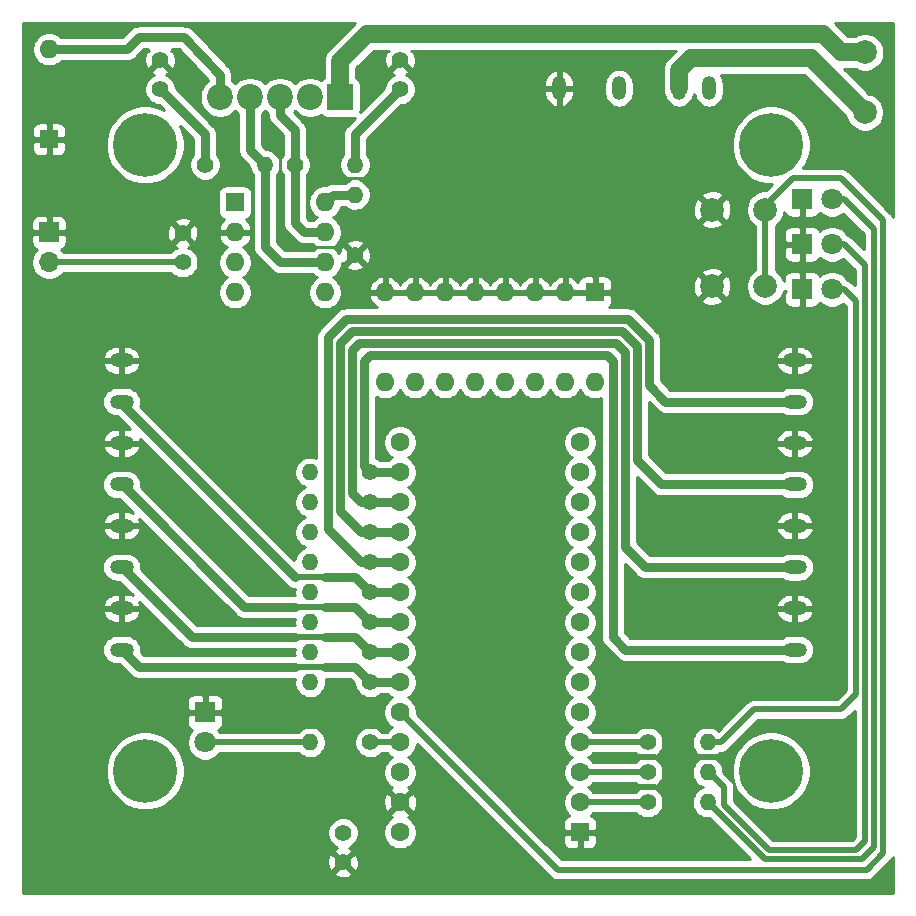
<source format=gbl>
G04 #@! TF.GenerationSoftware,KiCad,Pcbnew,5.1.9-73d0e3b20d~88~ubuntu20.04.1*
G04 #@! TF.CreationDate,2021-04-08T14:20:02+01:00*
G04 #@! TF.ProjectId,tsense-1.0,7473656e-7365-42d3-912e-302e6b696361,1.0*
G04 #@! TF.SameCoordinates,Original*
G04 #@! TF.FileFunction,Copper,L2,Bot*
G04 #@! TF.FilePolarity,Positive*
%FSLAX46Y46*%
G04 Gerber Fmt 4.6, Leading zero omitted, Abs format (unit mm)*
G04 Created by KiCad (PCBNEW 5.1.9-73d0e3b20d~88~ubuntu20.04.1) date 2021-04-08 14:20:02*
%MOMM*%
%LPD*%
G01*
G04 APERTURE LIST*
G04 #@! TA.AperFunction,ComponentPad*
%ADD10O,1.200000X2.000000*%
G04 #@! TD*
G04 #@! TA.AperFunction,ComponentPad*
%ADD11O,1.700000X1.700000*%
G04 #@! TD*
G04 #@! TA.AperFunction,ComponentPad*
%ADD12R,1.700000X1.700000*%
G04 #@! TD*
G04 #@! TA.AperFunction,ComponentPad*
%ADD13O,1.600000X1.600000*%
G04 #@! TD*
G04 #@! TA.AperFunction,ComponentPad*
%ADD14R,1.600000X1.600000*%
G04 #@! TD*
G04 #@! TA.AperFunction,ComponentPad*
%ADD15C,1.400000*%
G04 #@! TD*
G04 #@! TA.AperFunction,ComponentPad*
%ADD16O,1.400000X1.400000*%
G04 #@! TD*
G04 #@! TA.AperFunction,ComponentPad*
%ADD17C,2.000000*%
G04 #@! TD*
G04 #@! TA.AperFunction,ComponentPad*
%ADD18O,2.000000X1.200000*%
G04 #@! TD*
G04 #@! TA.AperFunction,ComponentPad*
%ADD19C,1.800000*%
G04 #@! TD*
G04 #@! TA.AperFunction,ComponentPad*
%ADD20R,1.800000X1.800000*%
G04 #@! TD*
G04 #@! TA.AperFunction,ComponentPad*
%ADD21C,1.600000*%
G04 #@! TD*
G04 #@! TA.AperFunction,ComponentPad*
%ADD22C,2.200000*%
G04 #@! TD*
G04 #@! TA.AperFunction,ComponentPad*
%ADD23R,2.200000X2.200000*%
G04 #@! TD*
G04 #@! TA.AperFunction,ComponentPad*
%ADD24C,5.400000*%
G04 #@! TD*
G04 #@! TA.AperFunction,Conductor*
%ADD25C,0.250000*%
G04 #@! TD*
G04 #@! TA.AperFunction,Conductor*
%ADD26C,0.500000*%
G04 #@! TD*
G04 #@! TA.AperFunction,Conductor*
%ADD27C,0.750000*%
G04 #@! TD*
G04 #@! TA.AperFunction,Conductor*
%ADD28C,1.500000*%
G04 #@! TD*
G04 #@! TA.AperFunction,Conductor*
%ADD29C,0.254000*%
G04 #@! TD*
G04 #@! TA.AperFunction,Conductor*
%ADD30C,0.100000*%
G04 #@! TD*
G04 APERTURE END LIST*
D10*
X194742000Y-93218000D03*
X192202000Y-93218000D03*
X187122000Y-93218000D03*
X182042000Y-93218000D03*
D11*
X138862000Y-107950000D03*
D12*
X138862000Y-105410000D03*
D13*
X162230000Y-102870000D03*
X154610000Y-110490000D03*
X162230000Y-105410000D03*
X154610000Y-107950000D03*
X162230000Y-107950000D03*
X154610000Y-105410000D03*
X162230000Y-110490000D03*
D14*
X154610000Y-102870000D03*
D15*
X148260000Y-93305000D03*
X148260000Y-90805000D03*
X168580000Y-93305000D03*
X168580000Y-90805000D03*
X150165000Y-105450000D03*
X150165000Y-107950000D03*
X163754000Y-158750000D03*
X163754000Y-156250000D03*
D16*
X160960000Y-133350000D03*
D15*
X166040000Y-133350000D03*
D16*
X160960000Y-130810000D03*
D15*
X166040000Y-130810000D03*
D16*
X160960000Y-125730000D03*
D15*
X166040000Y-125730000D03*
D16*
X160960000Y-140970000D03*
D15*
X166040000Y-140970000D03*
D16*
X160960000Y-128270000D03*
D15*
X166040000Y-128270000D03*
D16*
X160960000Y-138430000D03*
D15*
X166040000Y-138430000D03*
D16*
X160960000Y-135890000D03*
D15*
X166040000Y-135890000D03*
D16*
X160960000Y-143510000D03*
D15*
X166040000Y-143510000D03*
D17*
X194996000Y-103482000D03*
X199496000Y-103482000D03*
X194996000Y-109982000D03*
X199496000Y-109982000D03*
D13*
X138862000Y-89916000D03*
D14*
X138862000Y-97536000D03*
D18*
X202000000Y-116250000D03*
X202000000Y-119750000D03*
X202000000Y-123250000D03*
X202000000Y-126750000D03*
X202000000Y-130250000D03*
X202000000Y-133750000D03*
X202000000Y-137250000D03*
X202000000Y-140750000D03*
X145000000Y-116250000D03*
X145000000Y-119750000D03*
X145000000Y-123250000D03*
X145000000Y-126750000D03*
X145000000Y-130250000D03*
X145000000Y-133750000D03*
X145000000Y-137250000D03*
X145000000Y-140750000D03*
D16*
X194615000Y-153670000D03*
D15*
X189535000Y-153670000D03*
D19*
X205156000Y-102616000D03*
D20*
X202616000Y-102616000D03*
D19*
X205156000Y-106426000D03*
D20*
X202616000Y-106426000D03*
D19*
X205156000Y-110236000D03*
D20*
X202616000Y-110236000D03*
D16*
X194615000Y-148590000D03*
D15*
X189535000Y-148590000D03*
D14*
X183820000Y-156210000D03*
D21*
X183820000Y-153670000D03*
X183820000Y-151130000D03*
X183820000Y-148590000D03*
X183820000Y-146050000D03*
X183820000Y-143510000D03*
X183820000Y-140970000D03*
X183820000Y-138430000D03*
X183820000Y-135890000D03*
X183820000Y-133350000D03*
X183820000Y-130810000D03*
X183820000Y-128270000D03*
X183820000Y-125730000D03*
X168580000Y-156210000D03*
X168580000Y-153670000D03*
X168580000Y-151130000D03*
X168580000Y-148590000D03*
X168580000Y-146050000D03*
X168580000Y-143510000D03*
X168580000Y-140970000D03*
X168580000Y-138430000D03*
X168580000Y-135890000D03*
X168580000Y-133350000D03*
X168580000Y-130810000D03*
X168580000Y-128270000D03*
X168580000Y-125730000D03*
X183820000Y-123190000D03*
X168580000Y-123190000D03*
D19*
X152070000Y-148590000D03*
D20*
X152070000Y-146050000D03*
D16*
X157150000Y-99695000D03*
D15*
X152070000Y-99695000D03*
D16*
X164770000Y-99695000D03*
D15*
X159690000Y-99695000D03*
D16*
X164770000Y-102235000D03*
D15*
X164770000Y-107315000D03*
D16*
X160960000Y-148590000D03*
D15*
X166040000Y-148590000D03*
D16*
X194615000Y-151130000D03*
D15*
X189535000Y-151130000D03*
D13*
X185090000Y-118110000D03*
X167310000Y-110490000D03*
X182550000Y-118110000D03*
X169850000Y-110490000D03*
X180010000Y-118110000D03*
X172390000Y-110490000D03*
X177470000Y-118110000D03*
X174930000Y-110490000D03*
X174930000Y-118110000D03*
X177470000Y-110490000D03*
X172390000Y-118110000D03*
X180010000Y-110490000D03*
X169850000Y-118110000D03*
X182550000Y-110490000D03*
X167310000Y-118110000D03*
D14*
X185090000Y-110490000D03*
D22*
X153340000Y-93980000D03*
X155880000Y-93980000D03*
X158420000Y-93980000D03*
X160960000Y-93980000D03*
D23*
X163500000Y-93980000D03*
D24*
X200000000Y-151000000D03*
X147000000Y-151000000D03*
X147000000Y-98000000D03*
X200000000Y-98000000D03*
D17*
X207940000Y-95250000D03*
X207950000Y-90170000D03*
D25*
X158420000Y-100330000D02*
X158420000Y-99060000D01*
X161468000Y-106680000D02*
X162992000Y-106680000D01*
X163754000Y-100838000D02*
X165786000Y-100838000D01*
D26*
X193726000Y-149860000D02*
X195504000Y-149860000D01*
X188646000Y-149860000D02*
X190170000Y-149860000D01*
X188646000Y-152400000D02*
X190170000Y-152400000D01*
D27*
X164770000Y-97115000D02*
X168580000Y-93305000D01*
X164770000Y-99695000D02*
X164770000Y-97115000D01*
X152070000Y-97115000D02*
X148260000Y-93305000D01*
X152070000Y-99695000D02*
X152070000Y-97115000D01*
D28*
X205826010Y-93136010D02*
X207940000Y-95250000D01*
X192202000Y-93218000D02*
X192202000Y-91694000D01*
X192202000Y-91694000D02*
X193218000Y-90678000D01*
X203368000Y-90678000D02*
X205826010Y-93136010D01*
X193218000Y-90678000D02*
X203368000Y-90678000D01*
D26*
X138862000Y-107950000D02*
X150165000Y-107950000D01*
X168580000Y-148590000D02*
X166040000Y-148590000D01*
D27*
X153340000Y-92075000D02*
X153340000Y-93980000D01*
X150292000Y-88900000D02*
X153340000Y-92075000D01*
X138862000Y-89916000D02*
X145466000Y-89916000D01*
X146482000Y-88900000D02*
X150292000Y-88900000D01*
X145466000Y-89916000D02*
X146482000Y-88900000D01*
X155880000Y-98425000D02*
X157150000Y-99695000D01*
X155880000Y-93980000D02*
X155880000Y-98425000D01*
X157150000Y-99695000D02*
X157150000Y-103886000D01*
X162230000Y-107950000D02*
X158420000Y-107950000D01*
X157150000Y-106680000D02*
X157150000Y-103886000D01*
X158420000Y-107950000D02*
X157150000Y-106680000D01*
X159690000Y-103632000D02*
X159690000Y-99695000D01*
X159690000Y-96774000D02*
X158420000Y-95504000D01*
X159690000Y-99695000D02*
X159690000Y-96774000D01*
X158420000Y-93980000D02*
X158420000Y-95504000D01*
X162230000Y-105410000D02*
X160452000Y-105410000D01*
X160452000Y-105410000D02*
X159690000Y-104648000D01*
X159690000Y-104648000D02*
X159690000Y-103632000D01*
X168580000Y-125730000D02*
X166040000Y-125730000D01*
X165532000Y-116332000D02*
X166040000Y-115824000D01*
X166040000Y-125730000D02*
X165532000Y-125222000D01*
X165532000Y-125222000D02*
X165532000Y-116332000D01*
X186614000Y-116332000D02*
X186106000Y-115824000D01*
X186614000Y-139700000D02*
X186614000Y-116332000D01*
X166040000Y-115824000D02*
X186106000Y-115824000D01*
X202000000Y-140750000D02*
X187664000Y-140750000D01*
X187664000Y-140750000D02*
X186614000Y-139700000D01*
X168580000Y-128270000D02*
X166040000Y-128270000D01*
X165270000Y-128270000D02*
X166040000Y-128270000D01*
X164500000Y-127500000D02*
X165270000Y-128270000D01*
X165089990Y-114808000D02*
X164500000Y-115397990D01*
X202000000Y-133750000D02*
X189300000Y-133750000D01*
X186868000Y-114808000D02*
X165089990Y-114808000D01*
X187630000Y-132080000D02*
X187630000Y-115570000D01*
X164500000Y-115397990D02*
X164500000Y-127500000D01*
X189300000Y-133750000D02*
X187630000Y-132080000D01*
X187630000Y-115570000D02*
X186868000Y-114808000D01*
X166040000Y-130810000D02*
X168580000Y-130810000D01*
X165250000Y-130810000D02*
X166040000Y-130810000D01*
X163500000Y-129000000D02*
X165250000Y-130810000D01*
X163500000Y-114808000D02*
X163500000Y-129000000D01*
X164516000Y-113792000D02*
X163500000Y-114808000D01*
X188646000Y-124714000D02*
X188646000Y-115062000D01*
X202000000Y-126750000D02*
X190682000Y-126750000D01*
X187376000Y-113792000D02*
X164516000Y-113792000D01*
X190682000Y-126750000D02*
X188646000Y-124714000D01*
X188646000Y-115062000D02*
X187376000Y-113792000D01*
X168580000Y-133350000D02*
X166040000Y-133350000D01*
X165250000Y-133350000D02*
X166040000Y-133350000D01*
X162500000Y-130500000D02*
X165250000Y-133350000D01*
X162500000Y-114284000D02*
X162500000Y-130500000D01*
X191048000Y-119750000D02*
X189662000Y-118364000D01*
X164008000Y-112776000D02*
X162500000Y-114284000D01*
X187884000Y-112776000D02*
X164008000Y-112776000D01*
X189662000Y-118364000D02*
X189662000Y-114554000D01*
X202000000Y-119750000D02*
X191048000Y-119750000D01*
X189662000Y-114554000D02*
X187884000Y-112776000D01*
X168580000Y-135890000D02*
X166040000Y-135890000D01*
X159690000Y-134620000D02*
X158420000Y-133350000D01*
X164770000Y-134620000D02*
X166040000Y-135890000D01*
X162230000Y-134620000D02*
X164770000Y-134620000D01*
D26*
X159690000Y-134620000D02*
X162230000Y-134620000D01*
D27*
X145000000Y-119930000D02*
X158420000Y-133350000D01*
X145000000Y-119750000D02*
X145000000Y-119930000D01*
X166040000Y-138430000D02*
X168580000Y-138430000D01*
X162230000Y-137160000D02*
X164770000Y-137160000D01*
X164770000Y-137160000D02*
X166040000Y-138430000D01*
D26*
X159690000Y-137160000D02*
X162230000Y-137160000D01*
D27*
X155410000Y-137160000D02*
X145000000Y-126750000D01*
X159690000Y-137160000D02*
X155410000Y-137160000D01*
X168580000Y-140970000D02*
X166040000Y-140970000D01*
X162230000Y-139700000D02*
X164770000Y-139700000D01*
X164770000Y-139700000D02*
X166040000Y-140970000D01*
D26*
X159690000Y-139700000D02*
X162230000Y-139700000D01*
D27*
X150950000Y-139700000D02*
X145000000Y-133750000D01*
X159690000Y-139700000D02*
X150950000Y-139700000D01*
X166040000Y-143510000D02*
X168580000Y-143510000D01*
X164770000Y-142240000D02*
X166040000Y-143510000D01*
X162230000Y-142240000D02*
X164770000Y-142240000D01*
D26*
X159690000Y-142240000D02*
X162230000Y-142240000D01*
D27*
X146490000Y-142240000D02*
X145000000Y-140750000D01*
X159690000Y-142240000D02*
X146490000Y-142240000D01*
D26*
X207188000Y-111252000D02*
X206172000Y-110236000D01*
X194615000Y-148590000D02*
X195758000Y-148590000D01*
X206172000Y-110236000D02*
X205156000Y-110236000D01*
X195758000Y-148590000D02*
X198552000Y-145796000D01*
X198552000Y-145796000D02*
X205918000Y-145796000D01*
X207188000Y-144526000D02*
X207188000Y-111252000D01*
X205918000Y-145796000D02*
X207188000Y-144526000D01*
X207950000Y-108204000D02*
X206172000Y-106426000D01*
X206172000Y-106426000D02*
X205156000Y-106426000D01*
X194742000Y-151130000D02*
X196012000Y-152400000D01*
X207950000Y-156972000D02*
X207950000Y-108204000D01*
X207188000Y-157734000D02*
X207950000Y-156972000D01*
X194615000Y-151130000D02*
X194742000Y-151130000D01*
X196012000Y-153924000D02*
X199822000Y-157734000D01*
X196012000Y-152400000D02*
X196012000Y-153924000D01*
X199822000Y-157734000D02*
X207188000Y-157734000D01*
X206172000Y-102616000D02*
X208712000Y-105156000D01*
X205156000Y-102616000D02*
X206172000Y-102616000D01*
X208712000Y-105156000D02*
X208712000Y-157480000D01*
X208712000Y-157480000D02*
X207696000Y-158496000D01*
X199441000Y-158496000D02*
X194615000Y-153670000D01*
X207696000Y-158496000D02*
X199441000Y-158496000D01*
X152070000Y-148590000D02*
X160960000Y-148590000D01*
X183820000Y-148590000D02*
X189535000Y-148590000D01*
X183820000Y-151130000D02*
X189535000Y-151130000D01*
X183820000Y-153670000D02*
X189535000Y-153670000D01*
D27*
X162865000Y-102235000D02*
X162230000Y-102870000D01*
X164770000Y-102235000D02*
X162865000Y-102235000D01*
D26*
X199496000Y-103196000D02*
X201600000Y-101092000D01*
X201600000Y-101092000D02*
X201092000Y-101600000D01*
X199496000Y-109982000D02*
X199496000Y-103482000D01*
X199496000Y-103482000D02*
X199496000Y-103196000D01*
X209474000Y-157988000D02*
X208077000Y-159385000D01*
X209474000Y-104394000D02*
X209474000Y-157988000D01*
X181915000Y-159385000D02*
X168580000Y-146050000D01*
X205918000Y-100838000D02*
X209474000Y-104394000D01*
X208077000Y-159385000D02*
X181915000Y-159385000D01*
X201854000Y-100838000D02*
X205918000Y-100838000D01*
X201600000Y-101092000D02*
X201854000Y-100838000D01*
D28*
X207950000Y-90170000D02*
X205918000Y-90170000D01*
X205918000Y-90170000D02*
X204394000Y-88646000D01*
X204394000Y-88646000D02*
X165786000Y-88646000D01*
X163500000Y-90932000D02*
X163500000Y-93980000D01*
X165786000Y-88646000D02*
X163500000Y-90932000D01*
D29*
X164758550Y-87714764D02*
X162568765Y-89904550D01*
X162515919Y-89947920D01*
X162472550Y-90000765D01*
X162472548Y-90000767D01*
X162426124Y-90057335D01*
X162342843Y-90158813D01*
X162265036Y-90304380D01*
X162214236Y-90399420D01*
X162143189Y-90633632D01*
X162135040Y-90660494D01*
X162115000Y-90863964D01*
X162115000Y-90863971D01*
X162108300Y-90932000D01*
X162115000Y-91000029D01*
X162115000Y-92312317D01*
X162045506Y-92349463D01*
X161948815Y-92428815D01*
X161882443Y-92509690D01*
X161781831Y-92442463D01*
X161466081Y-92311675D01*
X161130883Y-92245000D01*
X160789117Y-92245000D01*
X160453919Y-92311675D01*
X160138169Y-92442463D01*
X159854002Y-92632337D01*
X159690000Y-92796339D01*
X159525998Y-92632337D01*
X159241831Y-92442463D01*
X158926081Y-92311675D01*
X158590883Y-92245000D01*
X158249117Y-92245000D01*
X157913919Y-92311675D01*
X157598169Y-92442463D01*
X157314002Y-92632337D01*
X157150000Y-92796339D01*
X156985998Y-92632337D01*
X156701831Y-92442463D01*
X156386081Y-92311675D01*
X156050883Y-92245000D01*
X155709117Y-92245000D01*
X155373919Y-92311675D01*
X155058169Y-92442463D01*
X154774002Y-92632337D01*
X154610000Y-92796339D01*
X154445998Y-92632337D01*
X154350000Y-92568193D01*
X154350000Y-92134946D01*
X154354675Y-92095707D01*
X154350000Y-92035719D01*
X154350000Y-92025392D01*
X154346145Y-91986248D01*
X154339217Y-91897356D01*
X154336404Y-91887353D01*
X154335385Y-91877006D01*
X154309496Y-91791661D01*
X154285361Y-91705832D01*
X154280650Y-91696568D01*
X154277632Y-91686620D01*
X154235593Y-91607971D01*
X154195175Y-91528494D01*
X154188747Y-91520327D01*
X154183847Y-91511160D01*
X154127274Y-91442226D01*
X154102956Y-91411329D01*
X154095805Y-91403881D01*
X154057633Y-91357367D01*
X154027086Y-91332298D01*
X151047811Y-88228887D01*
X151009633Y-88182367D01*
X150940669Y-88125770D01*
X150872940Y-88067834D01*
X150863879Y-88062750D01*
X150855840Y-88056153D01*
X150777167Y-88014102D01*
X150699430Y-87970488D01*
X150689550Y-87967269D01*
X150680380Y-87962368D01*
X150595020Y-87936474D01*
X150510263Y-87908863D01*
X150499945Y-87907634D01*
X150489994Y-87904615D01*
X150401240Y-87895873D01*
X150312707Y-87885325D01*
X150252720Y-87890000D01*
X146531608Y-87890000D01*
X146482000Y-87885114D01*
X146284005Y-87904615D01*
X146119099Y-87954639D01*
X146093620Y-87962368D01*
X145918160Y-88056153D01*
X145764367Y-88182367D01*
X145732743Y-88220901D01*
X145047645Y-88906000D01*
X139881396Y-88906000D01*
X139776759Y-88801363D01*
X139541727Y-88644320D01*
X139280574Y-88536147D01*
X139003335Y-88481000D01*
X138720665Y-88481000D01*
X138443426Y-88536147D01*
X138182273Y-88644320D01*
X137947241Y-88801363D01*
X137747363Y-89001241D01*
X137590320Y-89236273D01*
X137482147Y-89497426D01*
X137427000Y-89774665D01*
X137427000Y-90057335D01*
X137482147Y-90334574D01*
X137590320Y-90595727D01*
X137747363Y-90830759D01*
X137947241Y-91030637D01*
X138182273Y-91187680D01*
X138443426Y-91295853D01*
X138720665Y-91351000D01*
X139003335Y-91351000D01*
X139280574Y-91295853D01*
X139541727Y-91187680D01*
X139776759Y-91030637D01*
X139881396Y-90926000D01*
X145416392Y-90926000D01*
X145466000Y-90930886D01*
X145663994Y-90911385D01*
X145854380Y-90853632D01*
X146029840Y-90759847D01*
X146183633Y-90633633D01*
X146215261Y-90595094D01*
X146900356Y-89910000D01*
X147258758Y-89910000D01*
X147222075Y-89946683D01*
X147338729Y-90063337D01*
X147104963Y-90122797D01*
X146994066Y-90361242D01*
X146931817Y-90616740D01*
X146920610Y-90879473D01*
X146960875Y-91139344D01*
X147051065Y-91386366D01*
X147104963Y-91487203D01*
X147338731Y-91546664D01*
X148080395Y-90805000D01*
X148066253Y-90790858D01*
X148245858Y-90611253D01*
X148260000Y-90625395D01*
X148274143Y-90611253D01*
X148453748Y-90790858D01*
X148439605Y-90805000D01*
X149181269Y-91546664D01*
X149415037Y-91487203D01*
X149525934Y-91248758D01*
X149588183Y-90993260D01*
X149599390Y-90730527D01*
X149559125Y-90470656D01*
X149468935Y-90223634D01*
X149415037Y-90122797D01*
X149181271Y-90063337D01*
X149297925Y-89946683D01*
X149261242Y-89910000D01*
X149861521Y-89910000D01*
X152330000Y-92481333D01*
X152330000Y-92568193D01*
X152234002Y-92632337D01*
X151992337Y-92874002D01*
X151802463Y-93158169D01*
X151671675Y-93473919D01*
X151605000Y-93809117D01*
X151605000Y-94150883D01*
X151671675Y-94486081D01*
X151802463Y-94801831D01*
X151992337Y-95085998D01*
X152234002Y-95327663D01*
X152518169Y-95517537D01*
X152833919Y-95648325D01*
X153169117Y-95715000D01*
X153510883Y-95715000D01*
X153846081Y-95648325D01*
X154161831Y-95517537D01*
X154445998Y-95327663D01*
X154610000Y-95163661D01*
X154774002Y-95327663D01*
X154870000Y-95391807D01*
X154870001Y-98375382D01*
X154865114Y-98425000D01*
X154884615Y-98622994D01*
X154942368Y-98813379D01*
X154962559Y-98851153D01*
X155036154Y-98988840D01*
X155162368Y-99142633D01*
X155200901Y-99174256D01*
X155815000Y-99788355D01*
X155815000Y-99826486D01*
X155866304Y-100084405D01*
X155966939Y-100327359D01*
X156113038Y-100546013D01*
X156140000Y-100572975D01*
X156140001Y-103836392D01*
X156140000Y-106630392D01*
X156135114Y-106680000D01*
X156154615Y-106877994D01*
X156192647Y-107003368D01*
X156212368Y-107068379D01*
X156306153Y-107243840D01*
X156432367Y-107397633D01*
X156470906Y-107429261D01*
X157670739Y-108629094D01*
X157702367Y-108667633D01*
X157856160Y-108793847D01*
X158031620Y-108887632D01*
X158222006Y-108945385D01*
X158370392Y-108960000D01*
X158370394Y-108960000D01*
X158419999Y-108964886D01*
X158469604Y-108960000D01*
X161210604Y-108960000D01*
X161315241Y-109064637D01*
X161547759Y-109220000D01*
X161315241Y-109375363D01*
X161115363Y-109575241D01*
X160958320Y-109810273D01*
X160850147Y-110071426D01*
X160795000Y-110348665D01*
X160795000Y-110631335D01*
X160850147Y-110908574D01*
X160958320Y-111169727D01*
X161115363Y-111404759D01*
X161315241Y-111604637D01*
X161550273Y-111761680D01*
X161811426Y-111869853D01*
X162088665Y-111925000D01*
X162371335Y-111925000D01*
X162648574Y-111869853D01*
X162909727Y-111761680D01*
X163144759Y-111604637D01*
X163344637Y-111404759D01*
X163501680Y-111169727D01*
X163609853Y-110908574D01*
X163665000Y-110631335D01*
X163665000Y-110348665D01*
X163623685Y-110140960D01*
X165918091Y-110140960D01*
X166039376Y-110363000D01*
X167183000Y-110363000D01*
X167183000Y-109220085D01*
X167437000Y-109220085D01*
X167437000Y-110363000D01*
X169723000Y-110363000D01*
X169723000Y-109220085D01*
X169977000Y-109220085D01*
X169977000Y-110363000D01*
X172263000Y-110363000D01*
X172263000Y-109220085D01*
X172517000Y-109220085D01*
X172517000Y-110363000D01*
X174803000Y-110363000D01*
X174803000Y-109220085D01*
X175057000Y-109220085D01*
X175057000Y-110363000D01*
X177343000Y-110363000D01*
X177343000Y-109220085D01*
X177597000Y-109220085D01*
X177597000Y-110363000D01*
X179883000Y-110363000D01*
X179883000Y-109220085D01*
X180137000Y-109220085D01*
X180137000Y-110363000D01*
X182423000Y-110363000D01*
X182423000Y-109220085D01*
X182677000Y-109220085D01*
X182677000Y-110363000D01*
X184963000Y-110363000D01*
X184963000Y-109213750D01*
X185217000Y-109213750D01*
X185217000Y-110363000D01*
X186366250Y-110363000D01*
X186525000Y-110204250D01*
X186525953Y-110044595D01*
X193354282Y-110044595D01*
X193398039Y-110363675D01*
X193503205Y-110668088D01*
X193596186Y-110842044D01*
X193860587Y-110937808D01*
X194816395Y-109982000D01*
X195175605Y-109982000D01*
X196131413Y-110937808D01*
X196395814Y-110842044D01*
X196536704Y-110552429D01*
X196618384Y-110240892D01*
X196637718Y-109919405D01*
X196593961Y-109600325D01*
X196488795Y-109295912D01*
X196395814Y-109121956D01*
X196131413Y-109026192D01*
X195175605Y-109982000D01*
X194816395Y-109982000D01*
X193860587Y-109026192D01*
X193596186Y-109121956D01*
X193455296Y-109411571D01*
X193373616Y-109723108D01*
X193354282Y-110044595D01*
X186525953Y-110044595D01*
X186528072Y-109690000D01*
X186515812Y-109565518D01*
X186479502Y-109445820D01*
X186420537Y-109335506D01*
X186341185Y-109238815D01*
X186244494Y-109159463D01*
X186134180Y-109100498D01*
X186014482Y-109064188D01*
X185890000Y-109051928D01*
X185375750Y-109055000D01*
X185217000Y-109213750D01*
X184963000Y-109213750D01*
X184804250Y-109055000D01*
X184290000Y-109051928D01*
X184165518Y-109064188D01*
X184045820Y-109100498D01*
X183935506Y-109159463D01*
X183838815Y-109238815D01*
X183759463Y-109335506D01*
X183700498Y-109445820D01*
X183664188Y-109565518D01*
X183661769Y-109590080D01*
X183513414Y-109426481D01*
X183287420Y-109258963D01*
X183033087Y-109138754D01*
X182899039Y-109098096D01*
X182677000Y-109220085D01*
X182423000Y-109220085D01*
X182200961Y-109098096D01*
X182066913Y-109138754D01*
X181812580Y-109258963D01*
X181586586Y-109426481D01*
X181397615Y-109634869D01*
X181280000Y-109830982D01*
X181162385Y-109634869D01*
X180973414Y-109426481D01*
X180747420Y-109258963D01*
X180493087Y-109138754D01*
X180359039Y-109098096D01*
X180137000Y-109220085D01*
X179883000Y-109220085D01*
X179660961Y-109098096D01*
X179526913Y-109138754D01*
X179272580Y-109258963D01*
X179046586Y-109426481D01*
X178857615Y-109634869D01*
X178740000Y-109830982D01*
X178622385Y-109634869D01*
X178433414Y-109426481D01*
X178207420Y-109258963D01*
X177953087Y-109138754D01*
X177819039Y-109098096D01*
X177597000Y-109220085D01*
X177343000Y-109220085D01*
X177120961Y-109098096D01*
X176986913Y-109138754D01*
X176732580Y-109258963D01*
X176506586Y-109426481D01*
X176317615Y-109634869D01*
X176200000Y-109830982D01*
X176082385Y-109634869D01*
X175893414Y-109426481D01*
X175667420Y-109258963D01*
X175413087Y-109138754D01*
X175279039Y-109098096D01*
X175057000Y-109220085D01*
X174803000Y-109220085D01*
X174580961Y-109098096D01*
X174446913Y-109138754D01*
X174192580Y-109258963D01*
X173966586Y-109426481D01*
X173777615Y-109634869D01*
X173660000Y-109830982D01*
X173542385Y-109634869D01*
X173353414Y-109426481D01*
X173127420Y-109258963D01*
X172873087Y-109138754D01*
X172739039Y-109098096D01*
X172517000Y-109220085D01*
X172263000Y-109220085D01*
X172040961Y-109098096D01*
X171906913Y-109138754D01*
X171652580Y-109258963D01*
X171426586Y-109426481D01*
X171237615Y-109634869D01*
X171120000Y-109830982D01*
X171002385Y-109634869D01*
X170813414Y-109426481D01*
X170587420Y-109258963D01*
X170333087Y-109138754D01*
X170199039Y-109098096D01*
X169977000Y-109220085D01*
X169723000Y-109220085D01*
X169500961Y-109098096D01*
X169366913Y-109138754D01*
X169112580Y-109258963D01*
X168886586Y-109426481D01*
X168697615Y-109634869D01*
X168580000Y-109830982D01*
X168462385Y-109634869D01*
X168273414Y-109426481D01*
X168047420Y-109258963D01*
X167793087Y-109138754D01*
X167659039Y-109098096D01*
X167437000Y-109220085D01*
X167183000Y-109220085D01*
X166960961Y-109098096D01*
X166826913Y-109138754D01*
X166572580Y-109258963D01*
X166346586Y-109426481D01*
X166157615Y-109634869D01*
X166012930Y-109876119D01*
X165918091Y-110140960D01*
X163623685Y-110140960D01*
X163609853Y-110071426D01*
X163501680Y-109810273D01*
X163344637Y-109575241D01*
X163144759Y-109375363D01*
X162912241Y-109220000D01*
X163144759Y-109064637D01*
X163344637Y-108864759D01*
X163356779Y-108846587D01*
X194040192Y-108846587D01*
X194996000Y-109802395D01*
X195951808Y-108846587D01*
X195856044Y-108582186D01*
X195566429Y-108441296D01*
X195254892Y-108359616D01*
X194933405Y-108340282D01*
X194614325Y-108384039D01*
X194309912Y-108489205D01*
X194135956Y-108582186D01*
X194040192Y-108846587D01*
X163356779Y-108846587D01*
X163501680Y-108629727D01*
X163609853Y-108368574D01*
X163636170Y-108236269D01*
X164028336Y-108236269D01*
X164087797Y-108470037D01*
X164326242Y-108580934D01*
X164581740Y-108643183D01*
X164844473Y-108654390D01*
X165104344Y-108614125D01*
X165351366Y-108523935D01*
X165452203Y-108470037D01*
X165511664Y-108236269D01*
X164770000Y-107494605D01*
X164028336Y-108236269D01*
X163636170Y-108236269D01*
X163665000Y-108091335D01*
X163665000Y-108009930D01*
X163848731Y-108056664D01*
X164590395Y-107315000D01*
X164949605Y-107315000D01*
X165691269Y-108056664D01*
X165925037Y-107997203D01*
X166035934Y-107758758D01*
X166098183Y-107503260D01*
X166109390Y-107240527D01*
X166069125Y-106980656D01*
X165978935Y-106733634D01*
X165925037Y-106632797D01*
X165691269Y-106573336D01*
X164949605Y-107315000D01*
X164590395Y-107315000D01*
X163848731Y-106573336D01*
X163614963Y-106632797D01*
X163504066Y-106871242D01*
X163441817Y-107126740D01*
X163439654Y-107177445D01*
X163344637Y-107035241D01*
X163144759Y-106835363D01*
X162912241Y-106680000D01*
X163144759Y-106524637D01*
X163275665Y-106393731D01*
X164028336Y-106393731D01*
X164770000Y-107135395D01*
X165511664Y-106393731D01*
X165452203Y-106159963D01*
X165213758Y-106049066D01*
X164958260Y-105986817D01*
X164695527Y-105975610D01*
X164435656Y-106015875D01*
X164188634Y-106106065D01*
X164087797Y-106159963D01*
X164028336Y-106393731D01*
X163275665Y-106393731D01*
X163344637Y-106324759D01*
X163501680Y-106089727D01*
X163609853Y-105828574D01*
X163665000Y-105551335D01*
X163665000Y-105268665D01*
X163609853Y-104991426D01*
X163501680Y-104730273D01*
X163426270Y-104617413D01*
X194040192Y-104617413D01*
X194135956Y-104881814D01*
X194425571Y-105022704D01*
X194737108Y-105104384D01*
X195058595Y-105123718D01*
X195377675Y-105079961D01*
X195682088Y-104974795D01*
X195856044Y-104881814D01*
X195951808Y-104617413D01*
X194996000Y-103661605D01*
X194040192Y-104617413D01*
X163426270Y-104617413D01*
X163344637Y-104495241D01*
X163144759Y-104295363D01*
X162912241Y-104140000D01*
X163144759Y-103984637D01*
X163344637Y-103784759D01*
X163501680Y-103549727D01*
X163609853Y-103288574D01*
X163618521Y-103245000D01*
X163892025Y-103245000D01*
X163918987Y-103271962D01*
X164137641Y-103418061D01*
X164380595Y-103518696D01*
X164638514Y-103570000D01*
X164901486Y-103570000D01*
X165029203Y-103544595D01*
X193354282Y-103544595D01*
X193398039Y-103863675D01*
X193503205Y-104168088D01*
X193596186Y-104342044D01*
X193860587Y-104437808D01*
X194816395Y-103482000D01*
X195175605Y-103482000D01*
X196131413Y-104437808D01*
X196395814Y-104342044D01*
X196536704Y-104052429D01*
X196618384Y-103740892D01*
X196637718Y-103419405D01*
X196593961Y-103100325D01*
X196488795Y-102795912D01*
X196395814Y-102621956D01*
X196131413Y-102526192D01*
X195175605Y-103482000D01*
X194816395Y-103482000D01*
X193860587Y-102526192D01*
X193596186Y-102621956D01*
X193455296Y-102911571D01*
X193373616Y-103223108D01*
X193354282Y-103544595D01*
X165029203Y-103544595D01*
X165159405Y-103518696D01*
X165402359Y-103418061D01*
X165621013Y-103271962D01*
X165806962Y-103086013D01*
X165953061Y-102867359D01*
X166053696Y-102624405D01*
X166105000Y-102366486D01*
X166105000Y-102346587D01*
X194040192Y-102346587D01*
X194996000Y-103302395D01*
X195951808Y-102346587D01*
X195856044Y-102082186D01*
X195566429Y-101941296D01*
X195254892Y-101859616D01*
X194933405Y-101840282D01*
X194614325Y-101884039D01*
X194309912Y-101989205D01*
X194135956Y-102082186D01*
X194040192Y-102346587D01*
X166105000Y-102346587D01*
X166105000Y-102103514D01*
X166053696Y-101845595D01*
X165953061Y-101602641D01*
X165806962Y-101383987D01*
X165621013Y-101198038D01*
X165402359Y-101051939D01*
X165192470Y-100965000D01*
X165402359Y-100878061D01*
X165621013Y-100731962D01*
X165806962Y-100546013D01*
X165953061Y-100327359D01*
X166053696Y-100084405D01*
X166105000Y-99826486D01*
X166105000Y-99563514D01*
X166053696Y-99305595D01*
X165953061Y-99062641D01*
X165806962Y-98843987D01*
X165780000Y-98817025D01*
X165780000Y-97533355D01*
X168673356Y-94640000D01*
X168711486Y-94640000D01*
X168969405Y-94588696D01*
X169212359Y-94488061D01*
X169431013Y-94341962D01*
X169616962Y-94156013D01*
X169763061Y-93937359D01*
X169863696Y-93694405D01*
X169915000Y-93436486D01*
X169915000Y-93345000D01*
X180807000Y-93345000D01*
X180807000Y-93745000D01*
X180855507Y-93983496D01*
X180949610Y-94207946D01*
X181085693Y-94409725D01*
X181258526Y-94581078D01*
X181461467Y-94715421D01*
X181686718Y-94807591D01*
X181724391Y-94811462D01*
X181915000Y-94686731D01*
X181915000Y-93345000D01*
X182169000Y-93345000D01*
X182169000Y-94686731D01*
X182359609Y-94811462D01*
X182397282Y-94807591D01*
X182622533Y-94715421D01*
X182825474Y-94581078D01*
X182998307Y-94409725D01*
X183134390Y-94207946D01*
X183228493Y-93983496D01*
X183277000Y-93745000D01*
X183277000Y-93345000D01*
X182169000Y-93345000D01*
X181915000Y-93345000D01*
X180807000Y-93345000D01*
X169915000Y-93345000D01*
X169915000Y-93173514D01*
X169863696Y-92915595D01*
X169770666Y-92691000D01*
X180807000Y-92691000D01*
X180807000Y-93091000D01*
X181915000Y-93091000D01*
X181915000Y-91749269D01*
X182169000Y-91749269D01*
X182169000Y-93091000D01*
X183277000Y-93091000D01*
X183277000Y-92757335D01*
X185887000Y-92757335D01*
X185887000Y-93678664D01*
X185904870Y-93860101D01*
X185975489Y-94092900D01*
X186090167Y-94307448D01*
X186244498Y-94495502D01*
X186432551Y-94649833D01*
X186647099Y-94764511D01*
X186879898Y-94835130D01*
X187122000Y-94858975D01*
X187364101Y-94835130D01*
X187596900Y-94764511D01*
X187811448Y-94649833D01*
X187999502Y-94495502D01*
X188153833Y-94307449D01*
X188268511Y-94092901D01*
X188339130Y-93860102D01*
X188357000Y-93678665D01*
X188357000Y-92757336D01*
X188339130Y-92575899D01*
X188268511Y-92343099D01*
X188153833Y-92128551D01*
X187999502Y-91940498D01*
X187811449Y-91786167D01*
X187596901Y-91671489D01*
X187364102Y-91600870D01*
X187122000Y-91577025D01*
X186879899Y-91600870D01*
X186647100Y-91671489D01*
X186432552Y-91786167D01*
X186244499Y-91940498D01*
X186090168Y-92128551D01*
X185975489Y-92343099D01*
X185904870Y-92575898D01*
X185887000Y-92757335D01*
X183277000Y-92757335D01*
X183277000Y-92691000D01*
X183228493Y-92452504D01*
X183134390Y-92228054D01*
X182998307Y-92026275D01*
X182825474Y-91854922D01*
X182622533Y-91720579D01*
X182397282Y-91628409D01*
X182359609Y-91624538D01*
X182169000Y-91749269D01*
X181915000Y-91749269D01*
X181724391Y-91624538D01*
X181686718Y-91628409D01*
X181461467Y-91720579D01*
X181258526Y-91854922D01*
X181085693Y-92026275D01*
X180949610Y-92228054D01*
X180855507Y-92452504D01*
X180807000Y-92691000D01*
X169770666Y-92691000D01*
X169763061Y-92672641D01*
X169616962Y-92453987D01*
X169431013Y-92268038D01*
X169212359Y-92121939D01*
X169049882Y-92054639D01*
X169161366Y-92013935D01*
X169262203Y-91960037D01*
X169321664Y-91726269D01*
X168580000Y-90984605D01*
X167838336Y-91726269D01*
X167897797Y-91960037D01*
X168105404Y-92056592D01*
X167947641Y-92121939D01*
X167728987Y-92268038D01*
X167543038Y-92453987D01*
X167396939Y-92672641D01*
X167296304Y-92915595D01*
X167245000Y-93173514D01*
X167245000Y-93211644D01*
X165214338Y-95242307D01*
X165225812Y-95204482D01*
X165238072Y-95080000D01*
X165238072Y-92880000D01*
X165225812Y-92755518D01*
X165189502Y-92635820D01*
X165130537Y-92525506D01*
X165051185Y-92428815D01*
X164954494Y-92349463D01*
X164885000Y-92312317D01*
X164885000Y-91505685D01*
X166359686Y-90031000D01*
X167626392Y-90031000D01*
X167658729Y-90063337D01*
X167424963Y-90122797D01*
X167314066Y-90361242D01*
X167251817Y-90616740D01*
X167240610Y-90879473D01*
X167280875Y-91139344D01*
X167371065Y-91386366D01*
X167424963Y-91487203D01*
X167658731Y-91546664D01*
X168400395Y-90805000D01*
X168386253Y-90790858D01*
X168565858Y-90611253D01*
X168580000Y-90625395D01*
X168594143Y-90611253D01*
X168773748Y-90790858D01*
X168759605Y-90805000D01*
X169501269Y-91546664D01*
X169735037Y-91487203D01*
X169845934Y-91248758D01*
X169908183Y-90993260D01*
X169919390Y-90730527D01*
X169879125Y-90470656D01*
X169788935Y-90223634D01*
X169735037Y-90122797D01*
X169501271Y-90063337D01*
X169533608Y-90031000D01*
X191906314Y-90031000D01*
X191270764Y-90666551D01*
X191217920Y-90709919D01*
X191174551Y-90762764D01*
X191174548Y-90762767D01*
X191044844Y-90920812D01*
X190916236Y-91161420D01*
X190865960Y-91327157D01*
X190837040Y-91422493D01*
X190817000Y-91625963D01*
X190817000Y-91625971D01*
X190810300Y-91694000D01*
X190817000Y-91762029D01*
X190817000Y-93286036D01*
X190837040Y-93489506D01*
X190916236Y-93750580D01*
X190998116Y-93903767D01*
X191055489Y-94092900D01*
X191170167Y-94307448D01*
X191324498Y-94495502D01*
X191512551Y-94649833D01*
X191727099Y-94764511D01*
X191959898Y-94835130D01*
X192202000Y-94858975D01*
X192444101Y-94835130D01*
X192676900Y-94764511D01*
X192891448Y-94649833D01*
X193079502Y-94495502D01*
X193233833Y-94307449D01*
X193348511Y-94092901D01*
X193405884Y-93903768D01*
X193487764Y-93750581D01*
X193507632Y-93685084D01*
X193524870Y-93860101D01*
X193595489Y-94092900D01*
X193710167Y-94307448D01*
X193864498Y-94495502D01*
X194052551Y-94649833D01*
X194267099Y-94764511D01*
X194499898Y-94835130D01*
X194742000Y-94858975D01*
X194984101Y-94835130D01*
X195216900Y-94764511D01*
X195431448Y-94649833D01*
X195619502Y-94495502D01*
X195773833Y-94307449D01*
X195888511Y-94092901D01*
X195959130Y-93860102D01*
X195977000Y-93678665D01*
X195977000Y-92757336D01*
X195959130Y-92575899D01*
X195888511Y-92343099D01*
X195773833Y-92128551D01*
X195720037Y-92063000D01*
X202794315Y-92063000D01*
X204894776Y-94163462D01*
X204894781Y-94163466D01*
X206345387Y-95614073D01*
X206367832Y-95726912D01*
X206491082Y-96024463D01*
X206670013Y-96292252D01*
X206897748Y-96519987D01*
X207165537Y-96698918D01*
X207463088Y-96822168D01*
X207778967Y-96885000D01*
X208101033Y-96885000D01*
X208416912Y-96822168D01*
X208714463Y-96698918D01*
X208982252Y-96519987D01*
X209209987Y-96292252D01*
X209388918Y-96024463D01*
X209512168Y-95726912D01*
X209575000Y-95411033D01*
X209575000Y-95088967D01*
X209512168Y-94773088D01*
X209388918Y-94475537D01*
X209209987Y-94207748D01*
X208982252Y-93980013D01*
X208714463Y-93801082D01*
X208416912Y-93677832D01*
X208304073Y-93655387D01*
X206853466Y-92204781D01*
X206853462Y-92204776D01*
X206203686Y-91555000D01*
X207079877Y-91555000D01*
X207175537Y-91618918D01*
X207473088Y-91742168D01*
X207788967Y-91805000D01*
X208111033Y-91805000D01*
X208426912Y-91742168D01*
X208724463Y-91618918D01*
X208992252Y-91439987D01*
X209219987Y-91212252D01*
X209398918Y-90944463D01*
X209522168Y-90646912D01*
X209585000Y-90331033D01*
X209585000Y-90008967D01*
X209522168Y-89693088D01*
X209398918Y-89395537D01*
X209219987Y-89127748D01*
X208992252Y-88900013D01*
X208724463Y-88721082D01*
X208426912Y-88597832D01*
X208111033Y-88535000D01*
X207788967Y-88535000D01*
X207473088Y-88597832D01*
X207175537Y-88721082D01*
X207079877Y-88785000D01*
X206491685Y-88785000D01*
X205421454Y-87714769D01*
X205397023Y-87685000D01*
X210315000Y-87685000D01*
X210315000Y-104117676D01*
X210295589Y-104053687D01*
X210213411Y-103899941D01*
X210161257Y-103836392D01*
X210130532Y-103798953D01*
X210130530Y-103798951D01*
X210102817Y-103765183D01*
X210069050Y-103737471D01*
X206574534Y-100242956D01*
X206546817Y-100209183D01*
X206412059Y-100098589D01*
X206258313Y-100016411D01*
X206091490Y-99965805D01*
X205961477Y-99953000D01*
X205961469Y-99953000D01*
X205918000Y-99948719D01*
X205874531Y-99953000D01*
X202706018Y-99953000D01*
X202955439Y-99579715D01*
X203206838Y-98972784D01*
X203335000Y-98328469D01*
X203335000Y-97671531D01*
X203206838Y-97027216D01*
X202955439Y-96420285D01*
X202590464Y-95874061D01*
X202125939Y-95409536D01*
X201579715Y-95044561D01*
X200972784Y-94793162D01*
X200328469Y-94665000D01*
X199671531Y-94665000D01*
X199027216Y-94793162D01*
X198420285Y-95044561D01*
X197874061Y-95409536D01*
X197409536Y-95874061D01*
X197044561Y-96420285D01*
X196793162Y-97027216D01*
X196665000Y-97671531D01*
X196665000Y-98328469D01*
X196793162Y-98972784D01*
X197044561Y-99579715D01*
X197409536Y-100125939D01*
X197874061Y-100590464D01*
X198420285Y-100955439D01*
X199027216Y-101206838D01*
X199671531Y-101335000D01*
X200105421Y-101335000D01*
X199593422Y-101847000D01*
X199334967Y-101847000D01*
X199019088Y-101909832D01*
X198721537Y-102033082D01*
X198453748Y-102212013D01*
X198226013Y-102439748D01*
X198047082Y-102707537D01*
X197923832Y-103005088D01*
X197861000Y-103320967D01*
X197861000Y-103643033D01*
X197923832Y-103958912D01*
X198047082Y-104256463D01*
X198226013Y-104524252D01*
X198453748Y-104751987D01*
X198611001Y-104857060D01*
X198611000Y-108606940D01*
X198453748Y-108712013D01*
X198226013Y-108939748D01*
X198047082Y-109207537D01*
X197923832Y-109505088D01*
X197861000Y-109820967D01*
X197861000Y-110143033D01*
X197923832Y-110458912D01*
X198047082Y-110756463D01*
X198226013Y-111024252D01*
X198453748Y-111251987D01*
X198721537Y-111430918D01*
X199019088Y-111554168D01*
X199334967Y-111617000D01*
X199657033Y-111617000D01*
X199972912Y-111554168D01*
X200270463Y-111430918D01*
X200538252Y-111251987D01*
X200765987Y-111024252D01*
X200944918Y-110756463D01*
X201068168Y-110458912D01*
X201087246Y-110363002D01*
X201239748Y-110363002D01*
X201081000Y-110521750D01*
X201077928Y-111136000D01*
X201090188Y-111260482D01*
X201126498Y-111380180D01*
X201185463Y-111490494D01*
X201264815Y-111587185D01*
X201361506Y-111666537D01*
X201471820Y-111725502D01*
X201591518Y-111761812D01*
X201716000Y-111774072D01*
X202330250Y-111771000D01*
X202489000Y-111612250D01*
X202489000Y-110363000D01*
X202469000Y-110363000D01*
X202469000Y-110109000D01*
X202489000Y-110109000D01*
X202489000Y-108859750D01*
X202330250Y-108701000D01*
X201716000Y-108697928D01*
X201591518Y-108710188D01*
X201471820Y-108746498D01*
X201361506Y-108805463D01*
X201264815Y-108884815D01*
X201185463Y-108981506D01*
X201126498Y-109091820D01*
X201090188Y-109211518D01*
X201077928Y-109336000D01*
X201079047Y-109559782D01*
X201068168Y-109505088D01*
X200944918Y-109207537D01*
X200765987Y-108939748D01*
X200538252Y-108712013D01*
X200381000Y-108606941D01*
X200381000Y-107326000D01*
X201077928Y-107326000D01*
X201090188Y-107450482D01*
X201126498Y-107570180D01*
X201185463Y-107680494D01*
X201264815Y-107777185D01*
X201361506Y-107856537D01*
X201471820Y-107915502D01*
X201591518Y-107951812D01*
X201716000Y-107964072D01*
X202330250Y-107961000D01*
X202489000Y-107802250D01*
X202489000Y-106553000D01*
X201239750Y-106553000D01*
X201081000Y-106711750D01*
X201077928Y-107326000D01*
X200381000Y-107326000D01*
X200381000Y-105526000D01*
X201077928Y-105526000D01*
X201081000Y-106140250D01*
X201239750Y-106299000D01*
X202489000Y-106299000D01*
X202489000Y-105049750D01*
X202330250Y-104891000D01*
X201716000Y-104887928D01*
X201591518Y-104900188D01*
X201471820Y-104936498D01*
X201361506Y-104995463D01*
X201264815Y-105074815D01*
X201185463Y-105171506D01*
X201126498Y-105281820D01*
X201090188Y-105401518D01*
X201077928Y-105526000D01*
X200381000Y-105526000D01*
X200381000Y-104857059D01*
X200538252Y-104751987D01*
X200765987Y-104524252D01*
X200944918Y-104256463D01*
X201068168Y-103958912D01*
X201115144Y-103722749D01*
X201126498Y-103760180D01*
X201185463Y-103870494D01*
X201264815Y-103967185D01*
X201361506Y-104046537D01*
X201471820Y-104105502D01*
X201591518Y-104141812D01*
X201716000Y-104154072D01*
X202330250Y-104151000D01*
X202489000Y-103992250D01*
X202489000Y-102743000D01*
X202469000Y-102743000D01*
X202469000Y-102489000D01*
X202489000Y-102489000D01*
X202489000Y-102469000D01*
X202743000Y-102469000D01*
X202743000Y-102489000D01*
X202763000Y-102489000D01*
X202763000Y-102743000D01*
X202743000Y-102743000D01*
X202743000Y-103992250D01*
X202901750Y-104151000D01*
X203516000Y-104154072D01*
X203640482Y-104141812D01*
X203760180Y-104105502D01*
X203870494Y-104046537D01*
X203967185Y-103967185D01*
X204046537Y-103870494D01*
X204105502Y-103760180D01*
X204111056Y-103741873D01*
X204177495Y-103808312D01*
X204428905Y-103976299D01*
X204708257Y-104092011D01*
X205004816Y-104151000D01*
X205307184Y-104151000D01*
X205603743Y-104092011D01*
X205883095Y-103976299D01*
X206121454Y-103817032D01*
X207827000Y-105522579D01*
X207827000Y-106829421D01*
X206828534Y-105830956D01*
X206800817Y-105797183D01*
X206666059Y-105686589D01*
X206512313Y-105604411D01*
X206438122Y-105581905D01*
X206348312Y-105447495D01*
X206134505Y-105233688D01*
X205883095Y-105065701D01*
X205603743Y-104949989D01*
X205307184Y-104891000D01*
X205004816Y-104891000D01*
X204708257Y-104949989D01*
X204428905Y-105065701D01*
X204177495Y-105233688D01*
X204111056Y-105300127D01*
X204105502Y-105281820D01*
X204046537Y-105171506D01*
X203967185Y-105074815D01*
X203870494Y-104995463D01*
X203760180Y-104936498D01*
X203640482Y-104900188D01*
X203516000Y-104887928D01*
X202901750Y-104891000D01*
X202743000Y-105049750D01*
X202743000Y-106299000D01*
X202763000Y-106299000D01*
X202763000Y-106553000D01*
X202743000Y-106553000D01*
X202743000Y-107802250D01*
X202901750Y-107961000D01*
X203516000Y-107964072D01*
X203640482Y-107951812D01*
X203760180Y-107915502D01*
X203870494Y-107856537D01*
X203967185Y-107777185D01*
X204046537Y-107680494D01*
X204105502Y-107570180D01*
X204111056Y-107551873D01*
X204177495Y-107618312D01*
X204428905Y-107786299D01*
X204708257Y-107902011D01*
X205004816Y-107961000D01*
X205307184Y-107961000D01*
X205603743Y-107902011D01*
X205883095Y-107786299D01*
X206121454Y-107627032D01*
X207065001Y-108570580D01*
X207065001Y-109877423D01*
X206828534Y-109640956D01*
X206800817Y-109607183D01*
X206666059Y-109496589D01*
X206512313Y-109414411D01*
X206438122Y-109391905D01*
X206348312Y-109257495D01*
X206134505Y-109043688D01*
X205883095Y-108875701D01*
X205603743Y-108759989D01*
X205307184Y-108701000D01*
X205004816Y-108701000D01*
X204708257Y-108759989D01*
X204428905Y-108875701D01*
X204177495Y-109043688D01*
X204111056Y-109110127D01*
X204105502Y-109091820D01*
X204046537Y-108981506D01*
X203967185Y-108884815D01*
X203870494Y-108805463D01*
X203760180Y-108746498D01*
X203640482Y-108710188D01*
X203516000Y-108697928D01*
X202901750Y-108701000D01*
X202743000Y-108859750D01*
X202743000Y-110109000D01*
X202763000Y-110109000D01*
X202763000Y-110363000D01*
X202743000Y-110363000D01*
X202743000Y-111612250D01*
X202901750Y-111771000D01*
X203516000Y-111774072D01*
X203640482Y-111761812D01*
X203760180Y-111725502D01*
X203870494Y-111666537D01*
X203967185Y-111587185D01*
X204046537Y-111490494D01*
X204105502Y-111380180D01*
X204111056Y-111361873D01*
X204177495Y-111428312D01*
X204428905Y-111596299D01*
X204708257Y-111712011D01*
X205004816Y-111771000D01*
X205307184Y-111771000D01*
X205603743Y-111712011D01*
X205883095Y-111596299D01*
X206121454Y-111437032D01*
X206303001Y-111618580D01*
X206303000Y-144159421D01*
X205551422Y-144911000D01*
X198595469Y-144911000D01*
X198552000Y-144906719D01*
X198508531Y-144911000D01*
X198508523Y-144911000D01*
X198378510Y-144923805D01*
X198211686Y-144974411D01*
X198057941Y-145056589D01*
X197956953Y-145139468D01*
X197956951Y-145139470D01*
X197923183Y-145167183D01*
X197895470Y-145200951D01*
X195504698Y-147591723D01*
X195466013Y-147553038D01*
X195247359Y-147406939D01*
X195004405Y-147306304D01*
X194746486Y-147255000D01*
X194483514Y-147255000D01*
X194225595Y-147306304D01*
X193982641Y-147406939D01*
X193763987Y-147553038D01*
X193578038Y-147738987D01*
X193431939Y-147957641D01*
X193331304Y-148200595D01*
X193280000Y-148458514D01*
X193280000Y-148721486D01*
X193331304Y-148979405D01*
X193431939Y-149222359D01*
X193578038Y-149441013D01*
X193763987Y-149626962D01*
X193982641Y-149773061D01*
X194192530Y-149860000D01*
X193982641Y-149946939D01*
X193763987Y-150093038D01*
X193578038Y-150278987D01*
X193431939Y-150497641D01*
X193331304Y-150740595D01*
X193280000Y-150998514D01*
X193280000Y-151261486D01*
X193331304Y-151519405D01*
X193431939Y-151762359D01*
X193578038Y-151981013D01*
X193763987Y-152166962D01*
X193982641Y-152313061D01*
X194192530Y-152400000D01*
X193982641Y-152486939D01*
X193763987Y-152633038D01*
X193578038Y-152818987D01*
X193431939Y-153037641D01*
X193331304Y-153280595D01*
X193280000Y-153538514D01*
X193280000Y-153801486D01*
X193331304Y-154059405D01*
X193431939Y-154302359D01*
X193578038Y-154521013D01*
X193763987Y-154706962D01*
X193982641Y-154853061D01*
X194225595Y-154953696D01*
X194483514Y-155005000D01*
X194698422Y-155005000D01*
X198193421Y-158500000D01*
X182281579Y-158500000D01*
X180791579Y-157010000D01*
X182381928Y-157010000D01*
X182394188Y-157134482D01*
X182430498Y-157254180D01*
X182489463Y-157364494D01*
X182568815Y-157461185D01*
X182665506Y-157540537D01*
X182775820Y-157599502D01*
X182895518Y-157635812D01*
X183020000Y-157648072D01*
X183534250Y-157645000D01*
X183693000Y-157486250D01*
X183693000Y-156337000D01*
X183947000Y-156337000D01*
X183947000Y-157486250D01*
X184105750Y-157645000D01*
X184620000Y-157648072D01*
X184744482Y-157635812D01*
X184864180Y-157599502D01*
X184974494Y-157540537D01*
X185071185Y-157461185D01*
X185150537Y-157364494D01*
X185209502Y-157254180D01*
X185245812Y-157134482D01*
X185258072Y-157010000D01*
X185255000Y-156495750D01*
X185096250Y-156337000D01*
X183947000Y-156337000D01*
X183693000Y-156337000D01*
X182543750Y-156337000D01*
X182385000Y-156495750D01*
X182381928Y-157010000D01*
X180791579Y-157010000D01*
X179191579Y-155410000D01*
X182381928Y-155410000D01*
X182385000Y-155924250D01*
X182543750Y-156083000D01*
X183693000Y-156083000D01*
X183693000Y-156063000D01*
X183947000Y-156063000D01*
X183947000Y-156083000D01*
X185096250Y-156083000D01*
X185255000Y-155924250D01*
X185258072Y-155410000D01*
X185245812Y-155285518D01*
X185209502Y-155165820D01*
X185150537Y-155055506D01*
X185071185Y-154958815D01*
X184974494Y-154879463D01*
X184864180Y-154820498D01*
X184744482Y-154784188D01*
X184736039Y-154783357D01*
X184934637Y-154584759D01*
X184954521Y-154555000D01*
X188532025Y-154555000D01*
X188683987Y-154706962D01*
X188902641Y-154853061D01*
X189145595Y-154953696D01*
X189403514Y-155005000D01*
X189666486Y-155005000D01*
X189924405Y-154953696D01*
X190167359Y-154853061D01*
X190386013Y-154706962D01*
X190571962Y-154521013D01*
X190718061Y-154302359D01*
X190818696Y-154059405D01*
X190870000Y-153801486D01*
X190870000Y-153538514D01*
X190818696Y-153280595D01*
X190718061Y-153037641D01*
X190571962Y-152818987D01*
X190386013Y-152633038D01*
X190167359Y-152486939D01*
X189957470Y-152400000D01*
X190167359Y-152313061D01*
X190386013Y-152166962D01*
X190571962Y-151981013D01*
X190718061Y-151762359D01*
X190818696Y-151519405D01*
X190870000Y-151261486D01*
X190870000Y-150998514D01*
X190818696Y-150740595D01*
X190718061Y-150497641D01*
X190571962Y-150278987D01*
X190386013Y-150093038D01*
X190167359Y-149946939D01*
X189957470Y-149860000D01*
X190167359Y-149773061D01*
X190386013Y-149626962D01*
X190571962Y-149441013D01*
X190718061Y-149222359D01*
X190818696Y-148979405D01*
X190870000Y-148721486D01*
X190870000Y-148458514D01*
X190818696Y-148200595D01*
X190718061Y-147957641D01*
X190571962Y-147738987D01*
X190386013Y-147553038D01*
X190167359Y-147406939D01*
X189924405Y-147306304D01*
X189666486Y-147255000D01*
X189403514Y-147255000D01*
X189145595Y-147306304D01*
X188902641Y-147406939D01*
X188683987Y-147553038D01*
X188532025Y-147705000D01*
X184954521Y-147705000D01*
X184934637Y-147675241D01*
X184734759Y-147475363D01*
X184502241Y-147320000D01*
X184734759Y-147164637D01*
X184934637Y-146964759D01*
X185091680Y-146729727D01*
X185199853Y-146468574D01*
X185255000Y-146191335D01*
X185255000Y-145908665D01*
X185199853Y-145631426D01*
X185091680Y-145370273D01*
X184934637Y-145135241D01*
X184734759Y-144935363D01*
X184502241Y-144780000D01*
X184734759Y-144624637D01*
X184934637Y-144424759D01*
X185091680Y-144189727D01*
X185199853Y-143928574D01*
X185255000Y-143651335D01*
X185255000Y-143368665D01*
X185199853Y-143091426D01*
X185091680Y-142830273D01*
X184934637Y-142595241D01*
X184734759Y-142395363D01*
X184502241Y-142240000D01*
X184734759Y-142084637D01*
X184934637Y-141884759D01*
X185091680Y-141649727D01*
X185199853Y-141388574D01*
X185255000Y-141111335D01*
X185255000Y-140828665D01*
X185199853Y-140551426D01*
X185091680Y-140290273D01*
X184934637Y-140055241D01*
X184734759Y-139855363D01*
X184502241Y-139700000D01*
X184734759Y-139544637D01*
X184934637Y-139344759D01*
X185091680Y-139109727D01*
X185199853Y-138848574D01*
X185255000Y-138571335D01*
X185255000Y-138288665D01*
X185199853Y-138011426D01*
X185091680Y-137750273D01*
X184934637Y-137515241D01*
X184734759Y-137315363D01*
X184502241Y-137160000D01*
X184734759Y-137004637D01*
X184934637Y-136804759D01*
X185091680Y-136569727D01*
X185199853Y-136308574D01*
X185255000Y-136031335D01*
X185255000Y-135748665D01*
X185199853Y-135471426D01*
X185091680Y-135210273D01*
X184934637Y-134975241D01*
X184734759Y-134775363D01*
X184502241Y-134620000D01*
X184734759Y-134464637D01*
X184934637Y-134264759D01*
X185091680Y-134029727D01*
X185199853Y-133768574D01*
X185255000Y-133491335D01*
X185255000Y-133208665D01*
X185199853Y-132931426D01*
X185091680Y-132670273D01*
X184934637Y-132435241D01*
X184734759Y-132235363D01*
X184502241Y-132080000D01*
X184734759Y-131924637D01*
X184934637Y-131724759D01*
X185091680Y-131489727D01*
X185199853Y-131228574D01*
X185255000Y-130951335D01*
X185255000Y-130668665D01*
X185199853Y-130391426D01*
X185091680Y-130130273D01*
X184934637Y-129895241D01*
X184734759Y-129695363D01*
X184502241Y-129540000D01*
X184734759Y-129384637D01*
X184934637Y-129184759D01*
X185091680Y-128949727D01*
X185199853Y-128688574D01*
X185255000Y-128411335D01*
X185255000Y-128128665D01*
X185199853Y-127851426D01*
X185091680Y-127590273D01*
X184934637Y-127355241D01*
X184734759Y-127155363D01*
X184502241Y-127000000D01*
X184734759Y-126844637D01*
X184934637Y-126644759D01*
X185091680Y-126409727D01*
X185199853Y-126148574D01*
X185255000Y-125871335D01*
X185255000Y-125588665D01*
X185199853Y-125311426D01*
X185091680Y-125050273D01*
X184934637Y-124815241D01*
X184734759Y-124615363D01*
X184502241Y-124460000D01*
X184734759Y-124304637D01*
X184934637Y-124104759D01*
X185091680Y-123869727D01*
X185199853Y-123608574D01*
X185255000Y-123331335D01*
X185255000Y-123048665D01*
X185199853Y-122771426D01*
X185091680Y-122510273D01*
X184934637Y-122275241D01*
X184734759Y-122075363D01*
X184499727Y-121918320D01*
X184238574Y-121810147D01*
X183961335Y-121755000D01*
X183678665Y-121755000D01*
X183401426Y-121810147D01*
X183140273Y-121918320D01*
X182905241Y-122075363D01*
X182705363Y-122275241D01*
X182548320Y-122510273D01*
X182440147Y-122771426D01*
X182385000Y-123048665D01*
X182385000Y-123331335D01*
X182440147Y-123608574D01*
X182548320Y-123869727D01*
X182705363Y-124104759D01*
X182905241Y-124304637D01*
X183137759Y-124460000D01*
X182905241Y-124615363D01*
X182705363Y-124815241D01*
X182548320Y-125050273D01*
X182440147Y-125311426D01*
X182385000Y-125588665D01*
X182385000Y-125871335D01*
X182440147Y-126148574D01*
X182548320Y-126409727D01*
X182705363Y-126644759D01*
X182905241Y-126844637D01*
X183137759Y-127000000D01*
X182905241Y-127155363D01*
X182705363Y-127355241D01*
X182548320Y-127590273D01*
X182440147Y-127851426D01*
X182385000Y-128128665D01*
X182385000Y-128411335D01*
X182440147Y-128688574D01*
X182548320Y-128949727D01*
X182705363Y-129184759D01*
X182905241Y-129384637D01*
X183137759Y-129540000D01*
X182905241Y-129695363D01*
X182705363Y-129895241D01*
X182548320Y-130130273D01*
X182440147Y-130391426D01*
X182385000Y-130668665D01*
X182385000Y-130951335D01*
X182440147Y-131228574D01*
X182548320Y-131489727D01*
X182705363Y-131724759D01*
X182905241Y-131924637D01*
X183137759Y-132080000D01*
X182905241Y-132235363D01*
X182705363Y-132435241D01*
X182548320Y-132670273D01*
X182440147Y-132931426D01*
X182385000Y-133208665D01*
X182385000Y-133491335D01*
X182440147Y-133768574D01*
X182548320Y-134029727D01*
X182705363Y-134264759D01*
X182905241Y-134464637D01*
X183137759Y-134620000D01*
X182905241Y-134775363D01*
X182705363Y-134975241D01*
X182548320Y-135210273D01*
X182440147Y-135471426D01*
X182385000Y-135748665D01*
X182385000Y-136031335D01*
X182440147Y-136308574D01*
X182548320Y-136569727D01*
X182705363Y-136804759D01*
X182905241Y-137004637D01*
X183137759Y-137160000D01*
X182905241Y-137315363D01*
X182705363Y-137515241D01*
X182548320Y-137750273D01*
X182440147Y-138011426D01*
X182385000Y-138288665D01*
X182385000Y-138571335D01*
X182440147Y-138848574D01*
X182548320Y-139109727D01*
X182705363Y-139344759D01*
X182905241Y-139544637D01*
X183137759Y-139700000D01*
X182905241Y-139855363D01*
X182705363Y-140055241D01*
X182548320Y-140290273D01*
X182440147Y-140551426D01*
X182385000Y-140828665D01*
X182385000Y-141111335D01*
X182440147Y-141388574D01*
X182548320Y-141649727D01*
X182705363Y-141884759D01*
X182905241Y-142084637D01*
X183137759Y-142240000D01*
X182905241Y-142395363D01*
X182705363Y-142595241D01*
X182548320Y-142830273D01*
X182440147Y-143091426D01*
X182385000Y-143368665D01*
X182385000Y-143651335D01*
X182440147Y-143928574D01*
X182548320Y-144189727D01*
X182705363Y-144424759D01*
X182905241Y-144624637D01*
X183137759Y-144780000D01*
X182905241Y-144935363D01*
X182705363Y-145135241D01*
X182548320Y-145370273D01*
X182440147Y-145631426D01*
X182385000Y-145908665D01*
X182385000Y-146191335D01*
X182440147Y-146468574D01*
X182548320Y-146729727D01*
X182705363Y-146964759D01*
X182905241Y-147164637D01*
X183137759Y-147320000D01*
X182905241Y-147475363D01*
X182705363Y-147675241D01*
X182548320Y-147910273D01*
X182440147Y-148171426D01*
X182385000Y-148448665D01*
X182385000Y-148731335D01*
X182440147Y-149008574D01*
X182548320Y-149269727D01*
X182705363Y-149504759D01*
X182905241Y-149704637D01*
X183137759Y-149860000D01*
X182905241Y-150015363D01*
X182705363Y-150215241D01*
X182548320Y-150450273D01*
X182440147Y-150711426D01*
X182385000Y-150988665D01*
X182385000Y-151271335D01*
X182440147Y-151548574D01*
X182548320Y-151809727D01*
X182705363Y-152044759D01*
X182905241Y-152244637D01*
X183137759Y-152400000D01*
X182905241Y-152555363D01*
X182705363Y-152755241D01*
X182548320Y-152990273D01*
X182440147Y-153251426D01*
X182385000Y-153528665D01*
X182385000Y-153811335D01*
X182440147Y-154088574D01*
X182548320Y-154349727D01*
X182705363Y-154584759D01*
X182903961Y-154783357D01*
X182895518Y-154784188D01*
X182775820Y-154820498D01*
X182665506Y-154879463D01*
X182568815Y-154958815D01*
X182489463Y-155055506D01*
X182430498Y-155165820D01*
X182394188Y-155285518D01*
X182381928Y-155410000D01*
X179191579Y-155410000D01*
X170008017Y-146226439D01*
X170015000Y-146191335D01*
X170015000Y-145908665D01*
X169959853Y-145631426D01*
X169851680Y-145370273D01*
X169694637Y-145135241D01*
X169494759Y-144935363D01*
X169262241Y-144780000D01*
X169494759Y-144624637D01*
X169694637Y-144424759D01*
X169851680Y-144189727D01*
X169959853Y-143928574D01*
X170015000Y-143651335D01*
X170015000Y-143368665D01*
X169959853Y-143091426D01*
X169851680Y-142830273D01*
X169694637Y-142595241D01*
X169494759Y-142395363D01*
X169262241Y-142240000D01*
X169494759Y-142084637D01*
X169694637Y-141884759D01*
X169851680Y-141649727D01*
X169959853Y-141388574D01*
X170015000Y-141111335D01*
X170015000Y-140828665D01*
X169959853Y-140551426D01*
X169851680Y-140290273D01*
X169694637Y-140055241D01*
X169494759Y-139855363D01*
X169262241Y-139700000D01*
X169494759Y-139544637D01*
X169694637Y-139344759D01*
X169851680Y-139109727D01*
X169959853Y-138848574D01*
X170015000Y-138571335D01*
X170015000Y-138288665D01*
X169959853Y-138011426D01*
X169851680Y-137750273D01*
X169694637Y-137515241D01*
X169494759Y-137315363D01*
X169262241Y-137160000D01*
X169494759Y-137004637D01*
X169694637Y-136804759D01*
X169851680Y-136569727D01*
X169959853Y-136308574D01*
X170015000Y-136031335D01*
X170015000Y-135748665D01*
X169959853Y-135471426D01*
X169851680Y-135210273D01*
X169694637Y-134975241D01*
X169494759Y-134775363D01*
X169262241Y-134620000D01*
X169494759Y-134464637D01*
X169694637Y-134264759D01*
X169851680Y-134029727D01*
X169959853Y-133768574D01*
X170015000Y-133491335D01*
X170015000Y-133208665D01*
X169959853Y-132931426D01*
X169851680Y-132670273D01*
X169694637Y-132435241D01*
X169494759Y-132235363D01*
X169262241Y-132080000D01*
X169494759Y-131924637D01*
X169694637Y-131724759D01*
X169851680Y-131489727D01*
X169959853Y-131228574D01*
X170015000Y-130951335D01*
X170015000Y-130668665D01*
X169959853Y-130391426D01*
X169851680Y-130130273D01*
X169694637Y-129895241D01*
X169494759Y-129695363D01*
X169262241Y-129540000D01*
X169494759Y-129384637D01*
X169694637Y-129184759D01*
X169851680Y-128949727D01*
X169959853Y-128688574D01*
X170015000Y-128411335D01*
X170015000Y-128128665D01*
X169959853Y-127851426D01*
X169851680Y-127590273D01*
X169694637Y-127355241D01*
X169494759Y-127155363D01*
X169262241Y-127000000D01*
X169494759Y-126844637D01*
X169694637Y-126644759D01*
X169851680Y-126409727D01*
X169959853Y-126148574D01*
X170015000Y-125871335D01*
X170015000Y-125588665D01*
X169959853Y-125311426D01*
X169851680Y-125050273D01*
X169694637Y-124815241D01*
X169494759Y-124615363D01*
X169262241Y-124460000D01*
X169494759Y-124304637D01*
X169694637Y-124104759D01*
X169851680Y-123869727D01*
X169959853Y-123608574D01*
X170015000Y-123331335D01*
X170015000Y-123048665D01*
X169959853Y-122771426D01*
X169851680Y-122510273D01*
X169694637Y-122275241D01*
X169494759Y-122075363D01*
X169259727Y-121918320D01*
X168998574Y-121810147D01*
X168721335Y-121755000D01*
X168438665Y-121755000D01*
X168161426Y-121810147D01*
X167900273Y-121918320D01*
X167665241Y-122075363D01*
X167465363Y-122275241D01*
X167308320Y-122510273D01*
X167200147Y-122771426D01*
X167145000Y-123048665D01*
X167145000Y-123331335D01*
X167200147Y-123608574D01*
X167308320Y-123869727D01*
X167465363Y-124104759D01*
X167665241Y-124304637D01*
X167897759Y-124460000D01*
X167665241Y-124615363D01*
X167560604Y-124720000D01*
X166917975Y-124720000D01*
X166891013Y-124693038D01*
X166672359Y-124546939D01*
X166542000Y-124492942D01*
X166542000Y-119322698D01*
X166630273Y-119381680D01*
X166891426Y-119489853D01*
X167168665Y-119545000D01*
X167451335Y-119545000D01*
X167728574Y-119489853D01*
X167989727Y-119381680D01*
X168224759Y-119224637D01*
X168424637Y-119024759D01*
X168580000Y-118792241D01*
X168735363Y-119024759D01*
X168935241Y-119224637D01*
X169170273Y-119381680D01*
X169431426Y-119489853D01*
X169708665Y-119545000D01*
X169991335Y-119545000D01*
X170268574Y-119489853D01*
X170529727Y-119381680D01*
X170764759Y-119224637D01*
X170964637Y-119024759D01*
X171120000Y-118792241D01*
X171275363Y-119024759D01*
X171475241Y-119224637D01*
X171710273Y-119381680D01*
X171971426Y-119489853D01*
X172248665Y-119545000D01*
X172531335Y-119545000D01*
X172808574Y-119489853D01*
X173069727Y-119381680D01*
X173304759Y-119224637D01*
X173504637Y-119024759D01*
X173660000Y-118792241D01*
X173815363Y-119024759D01*
X174015241Y-119224637D01*
X174250273Y-119381680D01*
X174511426Y-119489853D01*
X174788665Y-119545000D01*
X175071335Y-119545000D01*
X175348574Y-119489853D01*
X175609727Y-119381680D01*
X175844759Y-119224637D01*
X176044637Y-119024759D01*
X176200000Y-118792241D01*
X176355363Y-119024759D01*
X176555241Y-119224637D01*
X176790273Y-119381680D01*
X177051426Y-119489853D01*
X177328665Y-119545000D01*
X177611335Y-119545000D01*
X177888574Y-119489853D01*
X178149727Y-119381680D01*
X178384759Y-119224637D01*
X178584637Y-119024759D01*
X178740000Y-118792241D01*
X178895363Y-119024759D01*
X179095241Y-119224637D01*
X179330273Y-119381680D01*
X179591426Y-119489853D01*
X179868665Y-119545000D01*
X180151335Y-119545000D01*
X180428574Y-119489853D01*
X180689727Y-119381680D01*
X180924759Y-119224637D01*
X181124637Y-119024759D01*
X181280000Y-118792241D01*
X181435363Y-119024759D01*
X181635241Y-119224637D01*
X181870273Y-119381680D01*
X182131426Y-119489853D01*
X182408665Y-119545000D01*
X182691335Y-119545000D01*
X182968574Y-119489853D01*
X183229727Y-119381680D01*
X183464759Y-119224637D01*
X183664637Y-119024759D01*
X183820000Y-118792241D01*
X183975363Y-119024759D01*
X184175241Y-119224637D01*
X184410273Y-119381680D01*
X184671426Y-119489853D01*
X184948665Y-119545000D01*
X185231335Y-119545000D01*
X185508574Y-119489853D01*
X185604001Y-119450326D01*
X185604000Y-139650392D01*
X185599114Y-139700000D01*
X185618615Y-139897994D01*
X185641858Y-139974615D01*
X185676368Y-140088379D01*
X185770153Y-140263840D01*
X185896367Y-140417633D01*
X185934906Y-140449261D01*
X186914739Y-141429094D01*
X186946367Y-141467633D01*
X187100160Y-141593847D01*
X187275620Y-141687632D01*
X187466006Y-141745385D01*
X187614392Y-141760000D01*
X187614394Y-141760000D01*
X187663999Y-141764886D01*
X187713604Y-141760000D01*
X200883947Y-141760000D01*
X200910551Y-141781833D01*
X201125099Y-141896511D01*
X201357898Y-141967130D01*
X201539335Y-141985000D01*
X202460665Y-141985000D01*
X202642102Y-141967130D01*
X202874901Y-141896511D01*
X203089449Y-141781833D01*
X203277502Y-141627502D01*
X203431833Y-141439449D01*
X203546511Y-141224901D01*
X203617130Y-140992102D01*
X203640975Y-140750000D01*
X203617130Y-140507898D01*
X203546511Y-140275099D01*
X203431833Y-140060551D01*
X203277502Y-139872498D01*
X203089449Y-139718167D01*
X202874901Y-139603489D01*
X202642102Y-139532870D01*
X202460665Y-139515000D01*
X201539335Y-139515000D01*
X201357898Y-139532870D01*
X201125099Y-139603489D01*
X200910551Y-139718167D01*
X200883947Y-139740000D01*
X188082355Y-139740000D01*
X187624000Y-139281645D01*
X187624000Y-137567609D01*
X200406538Y-137567609D01*
X200410409Y-137605282D01*
X200502579Y-137830533D01*
X200636922Y-138033474D01*
X200808275Y-138206307D01*
X201010054Y-138342390D01*
X201234504Y-138436493D01*
X201473000Y-138485000D01*
X201873000Y-138485000D01*
X201873000Y-137377000D01*
X202127000Y-137377000D01*
X202127000Y-138485000D01*
X202527000Y-138485000D01*
X202765496Y-138436493D01*
X202989946Y-138342390D01*
X203191725Y-138206307D01*
X203363078Y-138033474D01*
X203497421Y-137830533D01*
X203589591Y-137605282D01*
X203593462Y-137567609D01*
X203468731Y-137377000D01*
X202127000Y-137377000D01*
X201873000Y-137377000D01*
X200531269Y-137377000D01*
X200406538Y-137567609D01*
X187624000Y-137567609D01*
X187624000Y-136932391D01*
X200406538Y-136932391D01*
X200531269Y-137123000D01*
X201873000Y-137123000D01*
X201873000Y-136015000D01*
X202127000Y-136015000D01*
X202127000Y-137123000D01*
X203468731Y-137123000D01*
X203593462Y-136932391D01*
X203589591Y-136894718D01*
X203497421Y-136669467D01*
X203363078Y-136466526D01*
X203191725Y-136293693D01*
X202989946Y-136157610D01*
X202765496Y-136063507D01*
X202527000Y-136015000D01*
X202127000Y-136015000D01*
X201873000Y-136015000D01*
X201473000Y-136015000D01*
X201234504Y-136063507D01*
X201010054Y-136157610D01*
X200808275Y-136293693D01*
X200636922Y-136466526D01*
X200502579Y-136669467D01*
X200410409Y-136894718D01*
X200406538Y-136932391D01*
X187624000Y-136932391D01*
X187624000Y-133502355D01*
X188550744Y-134429099D01*
X188582367Y-134467633D01*
X188736160Y-134593847D01*
X188906696Y-134685000D01*
X188911620Y-134687632D01*
X189102005Y-134745385D01*
X189300000Y-134764886D01*
X189349608Y-134760000D01*
X200883947Y-134760000D01*
X200910551Y-134781833D01*
X201125099Y-134896511D01*
X201357898Y-134967130D01*
X201539335Y-134985000D01*
X202460665Y-134985000D01*
X202642102Y-134967130D01*
X202874901Y-134896511D01*
X203089449Y-134781833D01*
X203277502Y-134627502D01*
X203431833Y-134439449D01*
X203546511Y-134224901D01*
X203617130Y-133992102D01*
X203640975Y-133750000D01*
X203617130Y-133507898D01*
X203546511Y-133275099D01*
X203431833Y-133060551D01*
X203277502Y-132872498D01*
X203089449Y-132718167D01*
X202874901Y-132603489D01*
X202642102Y-132532870D01*
X202460665Y-132515000D01*
X201539335Y-132515000D01*
X201357898Y-132532870D01*
X201125099Y-132603489D01*
X200910551Y-132718167D01*
X200883947Y-132740000D01*
X189718356Y-132740000D01*
X188640000Y-131661645D01*
X188640000Y-130567609D01*
X200406538Y-130567609D01*
X200410409Y-130605282D01*
X200502579Y-130830533D01*
X200636922Y-131033474D01*
X200808275Y-131206307D01*
X201010054Y-131342390D01*
X201234504Y-131436493D01*
X201473000Y-131485000D01*
X201873000Y-131485000D01*
X201873000Y-130377000D01*
X202127000Y-130377000D01*
X202127000Y-131485000D01*
X202527000Y-131485000D01*
X202765496Y-131436493D01*
X202989946Y-131342390D01*
X203191725Y-131206307D01*
X203363078Y-131033474D01*
X203497421Y-130830533D01*
X203589591Y-130605282D01*
X203593462Y-130567609D01*
X203468731Y-130377000D01*
X202127000Y-130377000D01*
X201873000Y-130377000D01*
X200531269Y-130377000D01*
X200406538Y-130567609D01*
X188640000Y-130567609D01*
X188640000Y-129932391D01*
X200406538Y-129932391D01*
X200531269Y-130123000D01*
X201873000Y-130123000D01*
X201873000Y-129015000D01*
X202127000Y-129015000D01*
X202127000Y-130123000D01*
X203468731Y-130123000D01*
X203593462Y-129932391D01*
X203589591Y-129894718D01*
X203497421Y-129669467D01*
X203363078Y-129466526D01*
X203191725Y-129293693D01*
X202989946Y-129157610D01*
X202765496Y-129063507D01*
X202527000Y-129015000D01*
X202127000Y-129015000D01*
X201873000Y-129015000D01*
X201473000Y-129015000D01*
X201234504Y-129063507D01*
X201010054Y-129157610D01*
X200808275Y-129293693D01*
X200636922Y-129466526D01*
X200502579Y-129669467D01*
X200410409Y-129894718D01*
X200406538Y-129932391D01*
X188640000Y-129932391D01*
X188640000Y-126136355D01*
X189932743Y-127429099D01*
X189964367Y-127467633D01*
X190118160Y-127593847D01*
X190293620Y-127687632D01*
X190484005Y-127745385D01*
X190682000Y-127764886D01*
X190731608Y-127760000D01*
X200883947Y-127760000D01*
X200910551Y-127781833D01*
X201125099Y-127896511D01*
X201357898Y-127967130D01*
X201539335Y-127985000D01*
X202460665Y-127985000D01*
X202642102Y-127967130D01*
X202874901Y-127896511D01*
X203089449Y-127781833D01*
X203277502Y-127627502D01*
X203431833Y-127439449D01*
X203546511Y-127224901D01*
X203617130Y-126992102D01*
X203640975Y-126750000D01*
X203617130Y-126507898D01*
X203546511Y-126275099D01*
X203431833Y-126060551D01*
X203277502Y-125872498D01*
X203089449Y-125718167D01*
X202874901Y-125603489D01*
X202642102Y-125532870D01*
X202460665Y-125515000D01*
X201539335Y-125515000D01*
X201357898Y-125532870D01*
X201125099Y-125603489D01*
X200910551Y-125718167D01*
X200883947Y-125740000D01*
X191100356Y-125740000D01*
X189656000Y-124295645D01*
X189656000Y-123567609D01*
X200406538Y-123567609D01*
X200410409Y-123605282D01*
X200502579Y-123830533D01*
X200636922Y-124033474D01*
X200808275Y-124206307D01*
X201010054Y-124342390D01*
X201234504Y-124436493D01*
X201473000Y-124485000D01*
X201873000Y-124485000D01*
X201873000Y-123377000D01*
X202127000Y-123377000D01*
X202127000Y-124485000D01*
X202527000Y-124485000D01*
X202765496Y-124436493D01*
X202989946Y-124342390D01*
X203191725Y-124206307D01*
X203363078Y-124033474D01*
X203497421Y-123830533D01*
X203589591Y-123605282D01*
X203593462Y-123567609D01*
X203468731Y-123377000D01*
X202127000Y-123377000D01*
X201873000Y-123377000D01*
X200531269Y-123377000D01*
X200406538Y-123567609D01*
X189656000Y-123567609D01*
X189656000Y-122932391D01*
X200406538Y-122932391D01*
X200531269Y-123123000D01*
X201873000Y-123123000D01*
X201873000Y-122015000D01*
X202127000Y-122015000D01*
X202127000Y-123123000D01*
X203468731Y-123123000D01*
X203593462Y-122932391D01*
X203589591Y-122894718D01*
X203497421Y-122669467D01*
X203363078Y-122466526D01*
X203191725Y-122293693D01*
X202989946Y-122157610D01*
X202765496Y-122063507D01*
X202527000Y-122015000D01*
X202127000Y-122015000D01*
X201873000Y-122015000D01*
X201473000Y-122015000D01*
X201234504Y-122063507D01*
X201010054Y-122157610D01*
X200808275Y-122293693D01*
X200636922Y-122466526D01*
X200502579Y-122669467D01*
X200410409Y-122894718D01*
X200406538Y-122932391D01*
X189656000Y-122932391D01*
X189656000Y-119786356D01*
X190298743Y-120429099D01*
X190330367Y-120467633D01*
X190484160Y-120593847D01*
X190584787Y-120647633D01*
X190659620Y-120687632D01*
X190850005Y-120745385D01*
X191048000Y-120764886D01*
X191097608Y-120760000D01*
X200883947Y-120760000D01*
X200910551Y-120781833D01*
X201125099Y-120896511D01*
X201357898Y-120967130D01*
X201539335Y-120985000D01*
X202460665Y-120985000D01*
X202642102Y-120967130D01*
X202874901Y-120896511D01*
X203089449Y-120781833D01*
X203277502Y-120627502D01*
X203431833Y-120439449D01*
X203546511Y-120224901D01*
X203617130Y-119992102D01*
X203640975Y-119750000D01*
X203617130Y-119507898D01*
X203546511Y-119275099D01*
X203431833Y-119060551D01*
X203277502Y-118872498D01*
X203089449Y-118718167D01*
X202874901Y-118603489D01*
X202642102Y-118532870D01*
X202460665Y-118515000D01*
X201539335Y-118515000D01*
X201357898Y-118532870D01*
X201125099Y-118603489D01*
X200910551Y-118718167D01*
X200883947Y-118740000D01*
X191466356Y-118740000D01*
X190672000Y-117945645D01*
X190672000Y-116567609D01*
X200406538Y-116567609D01*
X200410409Y-116605282D01*
X200502579Y-116830533D01*
X200636922Y-117033474D01*
X200808275Y-117206307D01*
X201010054Y-117342390D01*
X201234504Y-117436493D01*
X201473000Y-117485000D01*
X201873000Y-117485000D01*
X201873000Y-116377000D01*
X202127000Y-116377000D01*
X202127000Y-117485000D01*
X202527000Y-117485000D01*
X202765496Y-117436493D01*
X202989946Y-117342390D01*
X203191725Y-117206307D01*
X203363078Y-117033474D01*
X203497421Y-116830533D01*
X203589591Y-116605282D01*
X203593462Y-116567609D01*
X203468731Y-116377000D01*
X202127000Y-116377000D01*
X201873000Y-116377000D01*
X200531269Y-116377000D01*
X200406538Y-116567609D01*
X190672000Y-116567609D01*
X190672000Y-115932391D01*
X200406538Y-115932391D01*
X200531269Y-116123000D01*
X201873000Y-116123000D01*
X201873000Y-115015000D01*
X202127000Y-115015000D01*
X202127000Y-116123000D01*
X203468731Y-116123000D01*
X203593462Y-115932391D01*
X203589591Y-115894718D01*
X203497421Y-115669467D01*
X203363078Y-115466526D01*
X203191725Y-115293693D01*
X202989946Y-115157610D01*
X202765496Y-115063507D01*
X202527000Y-115015000D01*
X202127000Y-115015000D01*
X201873000Y-115015000D01*
X201473000Y-115015000D01*
X201234504Y-115063507D01*
X201010054Y-115157610D01*
X200808275Y-115293693D01*
X200636922Y-115466526D01*
X200502579Y-115669467D01*
X200410409Y-115894718D01*
X200406538Y-115932391D01*
X190672000Y-115932391D01*
X190672000Y-114603608D01*
X190676886Y-114554000D01*
X190657385Y-114356005D01*
X190599632Y-114165620D01*
X190559409Y-114090368D01*
X190505847Y-113990160D01*
X190379633Y-113836367D01*
X190341099Y-113804744D01*
X188633261Y-112096906D01*
X188601633Y-112058367D01*
X188447840Y-111932153D01*
X188272380Y-111838368D01*
X188081994Y-111780615D01*
X187933608Y-111766000D01*
X187884000Y-111761114D01*
X187834392Y-111766000D01*
X186310948Y-111766000D01*
X186341185Y-111741185D01*
X186420537Y-111644494D01*
X186479502Y-111534180D01*
X186515812Y-111414482D01*
X186528072Y-111290000D01*
X186527042Y-111117413D01*
X194040192Y-111117413D01*
X194135956Y-111381814D01*
X194425571Y-111522704D01*
X194737108Y-111604384D01*
X195058595Y-111623718D01*
X195377675Y-111579961D01*
X195682088Y-111474795D01*
X195856044Y-111381814D01*
X195951808Y-111117413D01*
X194996000Y-110161605D01*
X194040192Y-111117413D01*
X186527042Y-111117413D01*
X186525000Y-110775750D01*
X186366250Y-110617000D01*
X185217000Y-110617000D01*
X185217000Y-110637000D01*
X184963000Y-110637000D01*
X184963000Y-110617000D01*
X182677000Y-110617000D01*
X182677000Y-110637000D01*
X182423000Y-110637000D01*
X182423000Y-110617000D01*
X180137000Y-110617000D01*
X180137000Y-110637000D01*
X179883000Y-110637000D01*
X179883000Y-110617000D01*
X177597000Y-110617000D01*
X177597000Y-110637000D01*
X177343000Y-110637000D01*
X177343000Y-110617000D01*
X175057000Y-110617000D01*
X175057000Y-110637000D01*
X174803000Y-110637000D01*
X174803000Y-110617000D01*
X172517000Y-110617000D01*
X172517000Y-110637000D01*
X172263000Y-110637000D01*
X172263000Y-110617000D01*
X169977000Y-110617000D01*
X169977000Y-110637000D01*
X169723000Y-110637000D01*
X169723000Y-110617000D01*
X167437000Y-110617000D01*
X167437000Y-110637000D01*
X167183000Y-110637000D01*
X167183000Y-110617000D01*
X166039376Y-110617000D01*
X165918091Y-110839040D01*
X166012930Y-111103881D01*
X166157615Y-111345131D01*
X166346586Y-111553519D01*
X166572580Y-111721037D01*
X166667711Y-111766000D01*
X164057604Y-111766000D01*
X164007999Y-111761114D01*
X163958394Y-111766000D01*
X163958392Y-111766000D01*
X163810006Y-111780615D01*
X163619620Y-111838368D01*
X163444160Y-111932153D01*
X163290367Y-112058367D01*
X163258739Y-112096906D01*
X161820906Y-113534739D01*
X161782367Y-113566367D01*
X161656153Y-113720160D01*
X161594040Y-113836367D01*
X161562368Y-113895621D01*
X161504615Y-114086006D01*
X161485114Y-114284000D01*
X161490000Y-114333608D01*
X161490001Y-124504541D01*
X161349405Y-124446304D01*
X161091486Y-124395000D01*
X160828514Y-124395000D01*
X160570595Y-124446304D01*
X160327641Y-124546939D01*
X160108987Y-124693038D01*
X159923038Y-124878987D01*
X159776939Y-125097641D01*
X159676304Y-125340595D01*
X159625000Y-125598514D01*
X159625000Y-125861486D01*
X159676304Y-126119405D01*
X159776939Y-126362359D01*
X159923038Y-126581013D01*
X160108987Y-126766962D01*
X160327641Y-126913061D01*
X160537530Y-127000000D01*
X160327641Y-127086939D01*
X160108987Y-127233038D01*
X159923038Y-127418987D01*
X159776939Y-127637641D01*
X159676304Y-127880595D01*
X159625000Y-128138514D01*
X159625000Y-128401486D01*
X159676304Y-128659405D01*
X159776939Y-128902359D01*
X159923038Y-129121013D01*
X160108987Y-129306962D01*
X160327641Y-129453061D01*
X160537530Y-129540000D01*
X160327641Y-129626939D01*
X160108987Y-129773038D01*
X159923038Y-129958987D01*
X159776939Y-130177641D01*
X159676304Y-130420595D01*
X159625000Y-130678514D01*
X159625000Y-130941486D01*
X159676304Y-131199405D01*
X159776939Y-131442359D01*
X159923038Y-131661013D01*
X160108987Y-131846962D01*
X160327641Y-131993061D01*
X160537530Y-132080000D01*
X160327641Y-132166939D01*
X160108987Y-132313038D01*
X159923038Y-132498987D01*
X159776939Y-132717641D01*
X159676304Y-132960595D01*
X159640242Y-133141887D01*
X146587648Y-120089293D01*
X146617130Y-119992102D01*
X146640975Y-119750000D01*
X146617130Y-119507898D01*
X146546511Y-119275099D01*
X146431833Y-119060551D01*
X146277502Y-118872498D01*
X146089449Y-118718167D01*
X145874901Y-118603489D01*
X145642102Y-118532870D01*
X145460665Y-118515000D01*
X144539335Y-118515000D01*
X144357898Y-118532870D01*
X144125099Y-118603489D01*
X143910551Y-118718167D01*
X143722498Y-118872498D01*
X143568167Y-119060551D01*
X143453489Y-119275099D01*
X143382870Y-119507898D01*
X143359025Y-119750000D01*
X143382870Y-119992102D01*
X143453489Y-120224901D01*
X143568167Y-120439449D01*
X143722498Y-120627502D01*
X143910551Y-120781833D01*
X144125099Y-120896511D01*
X144357898Y-120967130D01*
X144539335Y-120985000D01*
X144626645Y-120985000D01*
X145689745Y-122048100D01*
X145527000Y-122015000D01*
X145127000Y-122015000D01*
X145127000Y-123123000D01*
X146468731Y-123123000D01*
X146585778Y-122944133D01*
X159010900Y-135369255D01*
X159126159Y-135463846D01*
X159301620Y-135557631D01*
X159492004Y-135615384D01*
X159650368Y-135630982D01*
X159625000Y-135758514D01*
X159625000Y-136021486D01*
X159650563Y-136150000D01*
X155828355Y-136150000D01*
X146621911Y-126943556D01*
X146640975Y-126750000D01*
X146617130Y-126507898D01*
X146546511Y-126275099D01*
X146431833Y-126060551D01*
X146277502Y-125872498D01*
X146089449Y-125718167D01*
X145874901Y-125603489D01*
X145642102Y-125532870D01*
X145460665Y-125515000D01*
X144539335Y-125515000D01*
X144357898Y-125532870D01*
X144125099Y-125603489D01*
X143910551Y-125718167D01*
X143722498Y-125872498D01*
X143568167Y-126060551D01*
X143453489Y-126275099D01*
X143382870Y-126507898D01*
X143359025Y-126750000D01*
X143382870Y-126992102D01*
X143453489Y-127224901D01*
X143568167Y-127439449D01*
X143722498Y-127627502D01*
X143910551Y-127781833D01*
X144125099Y-127896511D01*
X144357898Y-127967130D01*
X144539335Y-127985000D01*
X144806645Y-127985000D01*
X145971537Y-129149892D01*
X145765496Y-129063507D01*
X145527000Y-129015000D01*
X145127000Y-129015000D01*
X145127000Y-130123000D01*
X146468731Y-130123000D01*
X146593462Y-129932391D01*
X146589591Y-129894718D01*
X146501791Y-129680146D01*
X154660739Y-137839094D01*
X154692367Y-137877633D01*
X154846160Y-138003847D01*
X155021620Y-138097632D01*
X155212006Y-138155385D01*
X155360392Y-138170000D01*
X155360394Y-138170000D01*
X155409999Y-138174886D01*
X155459604Y-138170000D01*
X159650563Y-138170000D01*
X159625000Y-138298514D01*
X159625000Y-138561486D01*
X159650563Y-138690000D01*
X151368356Y-138690000D01*
X146621911Y-133943556D01*
X146640975Y-133750000D01*
X146617130Y-133507898D01*
X146546511Y-133275099D01*
X146431833Y-133060551D01*
X146277502Y-132872498D01*
X146089449Y-132718167D01*
X145874901Y-132603489D01*
X145642102Y-132532870D01*
X145460665Y-132515000D01*
X144539335Y-132515000D01*
X144357898Y-132532870D01*
X144125099Y-132603489D01*
X143910551Y-132718167D01*
X143722498Y-132872498D01*
X143568167Y-133060551D01*
X143453489Y-133275099D01*
X143382870Y-133507898D01*
X143359025Y-133750000D01*
X143382870Y-133992102D01*
X143453489Y-134224901D01*
X143568167Y-134439449D01*
X143722498Y-134627502D01*
X143910551Y-134781833D01*
X144125099Y-134896511D01*
X144357898Y-134967130D01*
X144539335Y-134985000D01*
X144806645Y-134985000D01*
X145971536Y-136149892D01*
X145765496Y-136063507D01*
X145527000Y-136015000D01*
X145127000Y-136015000D01*
X145127000Y-137123000D01*
X146468731Y-137123000D01*
X146593462Y-136932391D01*
X146589591Y-136894718D01*
X146501791Y-136680146D01*
X150200743Y-140379099D01*
X150232367Y-140417633D01*
X150386160Y-140543847D01*
X150561620Y-140637632D01*
X150752005Y-140695385D01*
X150950000Y-140714886D01*
X150999608Y-140710000D01*
X159650563Y-140710000D01*
X159625000Y-140838514D01*
X159625000Y-141101486D01*
X159650563Y-141230000D01*
X146908355Y-141230000D01*
X146621911Y-140943556D01*
X146640975Y-140750000D01*
X146617130Y-140507898D01*
X146546511Y-140275099D01*
X146431833Y-140060551D01*
X146277502Y-139872498D01*
X146089449Y-139718167D01*
X145874901Y-139603489D01*
X145642102Y-139532870D01*
X145460665Y-139515000D01*
X144539335Y-139515000D01*
X144357898Y-139532870D01*
X144125099Y-139603489D01*
X143910551Y-139718167D01*
X143722498Y-139872498D01*
X143568167Y-140060551D01*
X143453489Y-140275099D01*
X143382870Y-140507898D01*
X143359025Y-140750000D01*
X143382870Y-140992102D01*
X143453489Y-141224901D01*
X143568167Y-141439449D01*
X143722498Y-141627502D01*
X143910551Y-141781833D01*
X144125099Y-141896511D01*
X144357898Y-141967130D01*
X144539335Y-141985000D01*
X144806645Y-141985000D01*
X145740739Y-142919094D01*
X145772367Y-142957633D01*
X145926160Y-143083847D01*
X146101620Y-143177632D01*
X146292006Y-143235385D01*
X146440392Y-143250000D01*
X146440394Y-143250000D01*
X146489999Y-143254886D01*
X146539604Y-143250000D01*
X159650563Y-143250000D01*
X159625000Y-143378514D01*
X159625000Y-143641486D01*
X159676304Y-143899405D01*
X159776939Y-144142359D01*
X159923038Y-144361013D01*
X160108987Y-144546962D01*
X160327641Y-144693061D01*
X160570595Y-144793696D01*
X160828514Y-144845000D01*
X161091486Y-144845000D01*
X161349405Y-144793696D01*
X161592359Y-144693061D01*
X161811013Y-144546962D01*
X161996962Y-144361013D01*
X162143061Y-144142359D01*
X162243696Y-143899405D01*
X162295000Y-143641486D01*
X162295000Y-143378514D01*
X162269437Y-143250000D01*
X164351645Y-143250000D01*
X164705000Y-143603355D01*
X164705000Y-143641486D01*
X164756304Y-143899405D01*
X164856939Y-144142359D01*
X165003038Y-144361013D01*
X165188987Y-144546962D01*
X165407641Y-144693061D01*
X165650595Y-144793696D01*
X165908514Y-144845000D01*
X166171486Y-144845000D01*
X166429405Y-144793696D01*
X166672359Y-144693061D01*
X166891013Y-144546962D01*
X166917975Y-144520000D01*
X167560604Y-144520000D01*
X167665241Y-144624637D01*
X167897759Y-144780000D01*
X167665241Y-144935363D01*
X167465363Y-145135241D01*
X167308320Y-145370273D01*
X167200147Y-145631426D01*
X167145000Y-145908665D01*
X167145000Y-146191335D01*
X167200147Y-146468574D01*
X167308320Y-146729727D01*
X167465363Y-146964759D01*
X167665241Y-147164637D01*
X167897759Y-147320000D01*
X167665241Y-147475363D01*
X167465363Y-147675241D01*
X167445479Y-147705000D01*
X167042975Y-147705000D01*
X166891013Y-147553038D01*
X166672359Y-147406939D01*
X166429405Y-147306304D01*
X166171486Y-147255000D01*
X165908514Y-147255000D01*
X165650595Y-147306304D01*
X165407641Y-147406939D01*
X165188987Y-147553038D01*
X165003038Y-147738987D01*
X164856939Y-147957641D01*
X164756304Y-148200595D01*
X164705000Y-148458514D01*
X164705000Y-148721486D01*
X164756304Y-148979405D01*
X164856939Y-149222359D01*
X165003038Y-149441013D01*
X165188987Y-149626962D01*
X165407641Y-149773061D01*
X165650595Y-149873696D01*
X165908514Y-149925000D01*
X166171486Y-149925000D01*
X166429405Y-149873696D01*
X166672359Y-149773061D01*
X166891013Y-149626962D01*
X167042975Y-149475000D01*
X167445479Y-149475000D01*
X167465363Y-149504759D01*
X167665241Y-149704637D01*
X167897759Y-149860000D01*
X167665241Y-150015363D01*
X167465363Y-150215241D01*
X167308320Y-150450273D01*
X167200147Y-150711426D01*
X167145000Y-150988665D01*
X167145000Y-151271335D01*
X167200147Y-151548574D01*
X167308320Y-151809727D01*
X167465363Y-152044759D01*
X167665241Y-152244637D01*
X167899128Y-152400915D01*
X167838486Y-152433329D01*
X167766903Y-152677298D01*
X168580000Y-153490395D01*
X169393097Y-152677298D01*
X169321514Y-152433329D01*
X169257008Y-152402806D01*
X169259727Y-152401680D01*
X169494759Y-152244637D01*
X169694637Y-152044759D01*
X169851680Y-151809727D01*
X169959853Y-151548574D01*
X170015000Y-151271335D01*
X170015000Y-150988665D01*
X169959853Y-150711426D01*
X169851680Y-150450273D01*
X169694637Y-150215241D01*
X169494759Y-150015363D01*
X169262241Y-149860000D01*
X169494759Y-149704637D01*
X169694637Y-149504759D01*
X169851680Y-149269727D01*
X169959853Y-149008574D01*
X170014130Y-148735708D01*
X181258470Y-159980049D01*
X181286183Y-160013817D01*
X181319951Y-160041530D01*
X181319953Y-160041532D01*
X181378268Y-160089390D01*
X181420941Y-160124411D01*
X181574687Y-160206589D01*
X181741510Y-160257195D01*
X181871523Y-160270000D01*
X181871531Y-160270000D01*
X181915000Y-160274281D01*
X181958469Y-160270000D01*
X208033531Y-160270000D01*
X208077000Y-160274281D01*
X208120469Y-160270000D01*
X208120477Y-160270000D01*
X208250490Y-160257195D01*
X208417313Y-160206589D01*
X208571059Y-160124411D01*
X208705817Y-160013817D01*
X208733534Y-159980044D01*
X210069049Y-158644530D01*
X210102817Y-158616817D01*
X210213411Y-158482059D01*
X210295589Y-158328313D01*
X210315001Y-158264321D01*
X210315001Y-161315000D01*
X136685000Y-161315000D01*
X136685000Y-159671269D01*
X163012336Y-159671269D01*
X163071797Y-159905037D01*
X163310242Y-160015934D01*
X163565740Y-160078183D01*
X163828473Y-160089390D01*
X164088344Y-160049125D01*
X164335366Y-159958935D01*
X164436203Y-159905037D01*
X164495664Y-159671269D01*
X163754000Y-158929605D01*
X163012336Y-159671269D01*
X136685000Y-159671269D01*
X136685000Y-158824473D01*
X162414610Y-158824473D01*
X162454875Y-159084344D01*
X162545065Y-159331366D01*
X162598963Y-159432203D01*
X162832731Y-159491664D01*
X163574395Y-158750000D01*
X163933605Y-158750000D01*
X164675269Y-159491664D01*
X164909037Y-159432203D01*
X165019934Y-159193758D01*
X165082183Y-158938260D01*
X165093390Y-158675527D01*
X165053125Y-158415656D01*
X164962935Y-158168634D01*
X164909037Y-158067797D01*
X164675269Y-158008336D01*
X163933605Y-158750000D01*
X163574395Y-158750000D01*
X162832731Y-158008336D01*
X162598963Y-158067797D01*
X162488066Y-158306242D01*
X162425817Y-158561740D01*
X162414610Y-158824473D01*
X136685000Y-158824473D01*
X136685000Y-156118514D01*
X162419000Y-156118514D01*
X162419000Y-156381486D01*
X162470304Y-156639405D01*
X162570939Y-156882359D01*
X162717038Y-157101013D01*
X162902987Y-157286962D01*
X163121641Y-157433061D01*
X163284118Y-157500361D01*
X163172634Y-157541065D01*
X163071797Y-157594963D01*
X163012336Y-157828731D01*
X163754000Y-158570395D01*
X164495664Y-157828731D01*
X164436203Y-157594963D01*
X164228596Y-157498408D01*
X164386359Y-157433061D01*
X164605013Y-157286962D01*
X164790962Y-157101013D01*
X164937061Y-156882359D01*
X165037696Y-156639405D01*
X165089000Y-156381486D01*
X165089000Y-156118514D01*
X165079085Y-156068665D01*
X167145000Y-156068665D01*
X167145000Y-156351335D01*
X167200147Y-156628574D01*
X167308320Y-156889727D01*
X167465363Y-157124759D01*
X167665241Y-157324637D01*
X167900273Y-157481680D01*
X168161426Y-157589853D01*
X168438665Y-157645000D01*
X168721335Y-157645000D01*
X168998574Y-157589853D01*
X169259727Y-157481680D01*
X169494759Y-157324637D01*
X169694637Y-157124759D01*
X169851680Y-156889727D01*
X169959853Y-156628574D01*
X170015000Y-156351335D01*
X170015000Y-156068665D01*
X169959853Y-155791426D01*
X169851680Y-155530273D01*
X169694637Y-155295241D01*
X169494759Y-155095363D01*
X169260872Y-154939085D01*
X169321514Y-154906671D01*
X169393097Y-154662702D01*
X168580000Y-153849605D01*
X167766903Y-154662702D01*
X167838486Y-154906671D01*
X167902992Y-154937194D01*
X167900273Y-154938320D01*
X167665241Y-155095363D01*
X167465363Y-155295241D01*
X167308320Y-155530273D01*
X167200147Y-155791426D01*
X167145000Y-156068665D01*
X165079085Y-156068665D01*
X165037696Y-155860595D01*
X164937061Y-155617641D01*
X164790962Y-155398987D01*
X164605013Y-155213038D01*
X164386359Y-155066939D01*
X164143405Y-154966304D01*
X163885486Y-154915000D01*
X163622514Y-154915000D01*
X163364595Y-154966304D01*
X163121641Y-155066939D01*
X162902987Y-155213038D01*
X162717038Y-155398987D01*
X162570939Y-155617641D01*
X162470304Y-155860595D01*
X162419000Y-156118514D01*
X136685000Y-156118514D01*
X136685000Y-150671531D01*
X143665000Y-150671531D01*
X143665000Y-151328469D01*
X143793162Y-151972784D01*
X144044561Y-152579715D01*
X144409536Y-153125939D01*
X144874061Y-153590464D01*
X145420285Y-153955439D01*
X146027216Y-154206838D01*
X146671531Y-154335000D01*
X147328469Y-154335000D01*
X147972784Y-154206838D01*
X148579715Y-153955439D01*
X148901376Y-153740512D01*
X167139783Y-153740512D01*
X167181213Y-154020130D01*
X167276397Y-154286292D01*
X167343329Y-154411514D01*
X167587298Y-154483097D01*
X168400395Y-153670000D01*
X168759605Y-153670000D01*
X169572702Y-154483097D01*
X169816671Y-154411514D01*
X169937571Y-154156004D01*
X170006300Y-153881816D01*
X170020217Y-153599488D01*
X169978787Y-153319870D01*
X169883603Y-153053708D01*
X169816671Y-152928486D01*
X169572702Y-152856903D01*
X168759605Y-153670000D01*
X168400395Y-153670000D01*
X167587298Y-152856903D01*
X167343329Y-152928486D01*
X167222429Y-153183996D01*
X167153700Y-153458184D01*
X167139783Y-153740512D01*
X148901376Y-153740512D01*
X149125939Y-153590464D01*
X149590464Y-153125939D01*
X149955439Y-152579715D01*
X150206838Y-151972784D01*
X150335000Y-151328469D01*
X150335000Y-150671531D01*
X150206838Y-150027216D01*
X149955439Y-149420285D01*
X149590464Y-148874061D01*
X149125939Y-148409536D01*
X148579715Y-148044561D01*
X147972784Y-147793162D01*
X147328469Y-147665000D01*
X146671531Y-147665000D01*
X146027216Y-147793162D01*
X145420285Y-148044561D01*
X144874061Y-148409536D01*
X144409536Y-148874061D01*
X144044561Y-149420285D01*
X143793162Y-150027216D01*
X143665000Y-150671531D01*
X136685000Y-150671531D01*
X136685000Y-146950000D01*
X150531928Y-146950000D01*
X150544188Y-147074482D01*
X150580498Y-147194180D01*
X150639463Y-147304494D01*
X150718815Y-147401185D01*
X150815506Y-147480537D01*
X150925820Y-147539502D01*
X150944127Y-147545056D01*
X150877688Y-147611495D01*
X150709701Y-147862905D01*
X150593989Y-148142257D01*
X150535000Y-148438816D01*
X150535000Y-148741184D01*
X150593989Y-149037743D01*
X150709701Y-149317095D01*
X150877688Y-149568505D01*
X151091495Y-149782312D01*
X151342905Y-149950299D01*
X151622257Y-150066011D01*
X151918816Y-150125000D01*
X152221184Y-150125000D01*
X152517743Y-150066011D01*
X152797095Y-149950299D01*
X153048505Y-149782312D01*
X153262312Y-149568505D01*
X153324790Y-149475000D01*
X159957025Y-149475000D01*
X160108987Y-149626962D01*
X160327641Y-149773061D01*
X160570595Y-149873696D01*
X160828514Y-149925000D01*
X161091486Y-149925000D01*
X161349405Y-149873696D01*
X161592359Y-149773061D01*
X161811013Y-149626962D01*
X161996962Y-149441013D01*
X162143061Y-149222359D01*
X162243696Y-148979405D01*
X162295000Y-148721486D01*
X162295000Y-148458514D01*
X162243696Y-148200595D01*
X162143061Y-147957641D01*
X161996962Y-147738987D01*
X161811013Y-147553038D01*
X161592359Y-147406939D01*
X161349405Y-147306304D01*
X161091486Y-147255000D01*
X160828514Y-147255000D01*
X160570595Y-147306304D01*
X160327641Y-147406939D01*
X160108987Y-147553038D01*
X159957025Y-147705000D01*
X153324790Y-147705000D01*
X153262312Y-147611495D01*
X153195873Y-147545056D01*
X153214180Y-147539502D01*
X153324494Y-147480537D01*
X153421185Y-147401185D01*
X153500537Y-147304494D01*
X153559502Y-147194180D01*
X153595812Y-147074482D01*
X153608072Y-146950000D01*
X153605000Y-146335750D01*
X153446250Y-146177000D01*
X152197000Y-146177000D01*
X152197000Y-146197000D01*
X151943000Y-146197000D01*
X151943000Y-146177000D01*
X150693750Y-146177000D01*
X150535000Y-146335750D01*
X150531928Y-146950000D01*
X136685000Y-146950000D01*
X136685000Y-145150000D01*
X150531928Y-145150000D01*
X150535000Y-145764250D01*
X150693750Y-145923000D01*
X151943000Y-145923000D01*
X151943000Y-144673750D01*
X152197000Y-144673750D01*
X152197000Y-145923000D01*
X153446250Y-145923000D01*
X153605000Y-145764250D01*
X153608072Y-145150000D01*
X153595812Y-145025518D01*
X153559502Y-144905820D01*
X153500537Y-144795506D01*
X153421185Y-144698815D01*
X153324494Y-144619463D01*
X153214180Y-144560498D01*
X153094482Y-144524188D01*
X152970000Y-144511928D01*
X152355750Y-144515000D01*
X152197000Y-144673750D01*
X151943000Y-144673750D01*
X151784250Y-144515000D01*
X151170000Y-144511928D01*
X151045518Y-144524188D01*
X150925820Y-144560498D01*
X150815506Y-144619463D01*
X150718815Y-144698815D01*
X150639463Y-144795506D01*
X150580498Y-144905820D01*
X150544188Y-145025518D01*
X150531928Y-145150000D01*
X136685000Y-145150000D01*
X136685000Y-137567609D01*
X143406538Y-137567609D01*
X143410409Y-137605282D01*
X143502579Y-137830533D01*
X143636922Y-138033474D01*
X143808275Y-138206307D01*
X144010054Y-138342390D01*
X144234504Y-138436493D01*
X144473000Y-138485000D01*
X144873000Y-138485000D01*
X144873000Y-137377000D01*
X145127000Y-137377000D01*
X145127000Y-138485000D01*
X145527000Y-138485000D01*
X145765496Y-138436493D01*
X145989946Y-138342390D01*
X146191725Y-138206307D01*
X146363078Y-138033474D01*
X146497421Y-137830533D01*
X146589591Y-137605282D01*
X146593462Y-137567609D01*
X146468731Y-137377000D01*
X145127000Y-137377000D01*
X144873000Y-137377000D01*
X143531269Y-137377000D01*
X143406538Y-137567609D01*
X136685000Y-137567609D01*
X136685000Y-136932391D01*
X143406538Y-136932391D01*
X143531269Y-137123000D01*
X144873000Y-137123000D01*
X144873000Y-136015000D01*
X144473000Y-136015000D01*
X144234504Y-136063507D01*
X144010054Y-136157610D01*
X143808275Y-136293693D01*
X143636922Y-136466526D01*
X143502579Y-136669467D01*
X143410409Y-136894718D01*
X143406538Y-136932391D01*
X136685000Y-136932391D01*
X136685000Y-130567609D01*
X143406538Y-130567609D01*
X143410409Y-130605282D01*
X143502579Y-130830533D01*
X143636922Y-131033474D01*
X143808275Y-131206307D01*
X144010054Y-131342390D01*
X144234504Y-131436493D01*
X144473000Y-131485000D01*
X144873000Y-131485000D01*
X144873000Y-130377000D01*
X145127000Y-130377000D01*
X145127000Y-131485000D01*
X145527000Y-131485000D01*
X145765496Y-131436493D01*
X145989946Y-131342390D01*
X146191725Y-131206307D01*
X146363078Y-131033474D01*
X146497421Y-130830533D01*
X146589591Y-130605282D01*
X146593462Y-130567609D01*
X146468731Y-130377000D01*
X145127000Y-130377000D01*
X144873000Y-130377000D01*
X143531269Y-130377000D01*
X143406538Y-130567609D01*
X136685000Y-130567609D01*
X136685000Y-129932391D01*
X143406538Y-129932391D01*
X143531269Y-130123000D01*
X144873000Y-130123000D01*
X144873000Y-129015000D01*
X144473000Y-129015000D01*
X144234504Y-129063507D01*
X144010054Y-129157610D01*
X143808275Y-129293693D01*
X143636922Y-129466526D01*
X143502579Y-129669467D01*
X143410409Y-129894718D01*
X143406538Y-129932391D01*
X136685000Y-129932391D01*
X136685000Y-123567609D01*
X143406538Y-123567609D01*
X143410409Y-123605282D01*
X143502579Y-123830533D01*
X143636922Y-124033474D01*
X143808275Y-124206307D01*
X144010054Y-124342390D01*
X144234504Y-124436493D01*
X144473000Y-124485000D01*
X144873000Y-124485000D01*
X144873000Y-123377000D01*
X145127000Y-123377000D01*
X145127000Y-124485000D01*
X145527000Y-124485000D01*
X145765496Y-124436493D01*
X145989946Y-124342390D01*
X146191725Y-124206307D01*
X146363078Y-124033474D01*
X146497421Y-123830533D01*
X146589591Y-123605282D01*
X146593462Y-123567609D01*
X146468731Y-123377000D01*
X145127000Y-123377000D01*
X144873000Y-123377000D01*
X143531269Y-123377000D01*
X143406538Y-123567609D01*
X136685000Y-123567609D01*
X136685000Y-122932391D01*
X143406538Y-122932391D01*
X143531269Y-123123000D01*
X144873000Y-123123000D01*
X144873000Y-122015000D01*
X144473000Y-122015000D01*
X144234504Y-122063507D01*
X144010054Y-122157610D01*
X143808275Y-122293693D01*
X143636922Y-122466526D01*
X143502579Y-122669467D01*
X143410409Y-122894718D01*
X143406538Y-122932391D01*
X136685000Y-122932391D01*
X136685000Y-116567609D01*
X143406538Y-116567609D01*
X143410409Y-116605282D01*
X143502579Y-116830533D01*
X143636922Y-117033474D01*
X143808275Y-117206307D01*
X144010054Y-117342390D01*
X144234504Y-117436493D01*
X144473000Y-117485000D01*
X144873000Y-117485000D01*
X144873000Y-116377000D01*
X145127000Y-116377000D01*
X145127000Y-117485000D01*
X145527000Y-117485000D01*
X145765496Y-117436493D01*
X145989946Y-117342390D01*
X146191725Y-117206307D01*
X146363078Y-117033474D01*
X146497421Y-116830533D01*
X146589591Y-116605282D01*
X146593462Y-116567609D01*
X146468731Y-116377000D01*
X145127000Y-116377000D01*
X144873000Y-116377000D01*
X143531269Y-116377000D01*
X143406538Y-116567609D01*
X136685000Y-116567609D01*
X136685000Y-115932391D01*
X143406538Y-115932391D01*
X143531269Y-116123000D01*
X144873000Y-116123000D01*
X144873000Y-115015000D01*
X145127000Y-115015000D01*
X145127000Y-116123000D01*
X146468731Y-116123000D01*
X146593462Y-115932391D01*
X146589591Y-115894718D01*
X146497421Y-115669467D01*
X146363078Y-115466526D01*
X146191725Y-115293693D01*
X145989946Y-115157610D01*
X145765496Y-115063507D01*
X145527000Y-115015000D01*
X145127000Y-115015000D01*
X144873000Y-115015000D01*
X144473000Y-115015000D01*
X144234504Y-115063507D01*
X144010054Y-115157610D01*
X143808275Y-115293693D01*
X143636922Y-115466526D01*
X143502579Y-115669467D01*
X143410409Y-115894718D01*
X143406538Y-115932391D01*
X136685000Y-115932391D01*
X136685000Y-106260000D01*
X137373928Y-106260000D01*
X137386188Y-106384482D01*
X137422498Y-106504180D01*
X137481463Y-106614494D01*
X137560815Y-106711185D01*
X137657506Y-106790537D01*
X137767820Y-106849502D01*
X137840380Y-106871513D01*
X137708525Y-107003368D01*
X137546010Y-107246589D01*
X137434068Y-107516842D01*
X137377000Y-107803740D01*
X137377000Y-108096260D01*
X137434068Y-108383158D01*
X137546010Y-108653411D01*
X137708525Y-108896632D01*
X137915368Y-109103475D01*
X138158589Y-109265990D01*
X138428842Y-109377932D01*
X138715740Y-109435000D01*
X139008260Y-109435000D01*
X139295158Y-109377932D01*
X139565411Y-109265990D01*
X139808632Y-109103475D01*
X140015475Y-108896632D01*
X140056656Y-108835000D01*
X149162025Y-108835000D01*
X149313987Y-108986962D01*
X149532641Y-109133061D01*
X149775595Y-109233696D01*
X150033514Y-109285000D01*
X150296486Y-109285000D01*
X150554405Y-109233696D01*
X150797359Y-109133061D01*
X151016013Y-108986962D01*
X151201962Y-108801013D01*
X151348061Y-108582359D01*
X151448696Y-108339405D01*
X151500000Y-108081486D01*
X151500000Y-107818514D01*
X151498041Y-107808665D01*
X153175000Y-107808665D01*
X153175000Y-108091335D01*
X153230147Y-108368574D01*
X153338320Y-108629727D01*
X153495363Y-108864759D01*
X153695241Y-109064637D01*
X153927759Y-109220000D01*
X153695241Y-109375363D01*
X153495363Y-109575241D01*
X153338320Y-109810273D01*
X153230147Y-110071426D01*
X153175000Y-110348665D01*
X153175000Y-110631335D01*
X153230147Y-110908574D01*
X153338320Y-111169727D01*
X153495363Y-111404759D01*
X153695241Y-111604637D01*
X153930273Y-111761680D01*
X154191426Y-111869853D01*
X154468665Y-111925000D01*
X154751335Y-111925000D01*
X155028574Y-111869853D01*
X155289727Y-111761680D01*
X155524759Y-111604637D01*
X155724637Y-111404759D01*
X155881680Y-111169727D01*
X155989853Y-110908574D01*
X156045000Y-110631335D01*
X156045000Y-110348665D01*
X155989853Y-110071426D01*
X155881680Y-109810273D01*
X155724637Y-109575241D01*
X155524759Y-109375363D01*
X155292241Y-109220000D01*
X155524759Y-109064637D01*
X155724637Y-108864759D01*
X155881680Y-108629727D01*
X155989853Y-108368574D01*
X156045000Y-108091335D01*
X156045000Y-107808665D01*
X155989853Y-107531426D01*
X155881680Y-107270273D01*
X155724637Y-107035241D01*
X155524759Y-106835363D01*
X155289727Y-106678320D01*
X155279135Y-106673933D01*
X155465131Y-106562385D01*
X155673519Y-106373414D01*
X155841037Y-106147420D01*
X155961246Y-105893087D01*
X156001904Y-105759039D01*
X155879915Y-105537000D01*
X154737000Y-105537000D01*
X154737000Y-105557000D01*
X154483000Y-105557000D01*
X154483000Y-105537000D01*
X153340085Y-105537000D01*
X153218096Y-105759039D01*
X153258754Y-105893087D01*
X153378963Y-106147420D01*
X153546481Y-106373414D01*
X153754869Y-106562385D01*
X153940865Y-106673933D01*
X153930273Y-106678320D01*
X153695241Y-106835363D01*
X153495363Y-107035241D01*
X153338320Y-107270273D01*
X153230147Y-107531426D01*
X153175000Y-107808665D01*
X151498041Y-107808665D01*
X151448696Y-107560595D01*
X151348061Y-107317641D01*
X151201962Y-107098987D01*
X151016013Y-106913038D01*
X150797359Y-106766939D01*
X150634882Y-106699639D01*
X150746366Y-106658935D01*
X150847203Y-106605037D01*
X150906664Y-106371269D01*
X150165000Y-105629605D01*
X149423336Y-106371269D01*
X149482797Y-106605037D01*
X149690404Y-106701592D01*
X149532641Y-106766939D01*
X149313987Y-106913038D01*
X149162025Y-107065000D01*
X140056656Y-107065000D01*
X140015475Y-107003368D01*
X139883620Y-106871513D01*
X139956180Y-106849502D01*
X140066494Y-106790537D01*
X140163185Y-106711185D01*
X140242537Y-106614494D01*
X140301502Y-106504180D01*
X140337812Y-106384482D01*
X140350072Y-106260000D01*
X140347000Y-105695750D01*
X140188250Y-105537000D01*
X138989000Y-105537000D01*
X138989000Y-105557000D01*
X138735000Y-105557000D01*
X138735000Y-105537000D01*
X137535750Y-105537000D01*
X137377000Y-105695750D01*
X137373928Y-106260000D01*
X136685000Y-106260000D01*
X136685000Y-105524473D01*
X148825610Y-105524473D01*
X148865875Y-105784344D01*
X148956065Y-106031366D01*
X149009963Y-106132203D01*
X149243731Y-106191664D01*
X149985395Y-105450000D01*
X150344605Y-105450000D01*
X151086269Y-106191664D01*
X151320037Y-106132203D01*
X151430934Y-105893758D01*
X151493183Y-105638260D01*
X151504390Y-105375527D01*
X151464125Y-105115656D01*
X151373935Y-104868634D01*
X151320037Y-104767797D01*
X151086269Y-104708336D01*
X150344605Y-105450000D01*
X149985395Y-105450000D01*
X149243731Y-104708336D01*
X149009963Y-104767797D01*
X148899066Y-105006242D01*
X148836817Y-105261740D01*
X148825610Y-105524473D01*
X136685000Y-105524473D01*
X136685000Y-104560000D01*
X137373928Y-104560000D01*
X137377000Y-105124250D01*
X137535750Y-105283000D01*
X138735000Y-105283000D01*
X138735000Y-104083750D01*
X138989000Y-104083750D01*
X138989000Y-105283000D01*
X140188250Y-105283000D01*
X140347000Y-105124250D01*
X140350072Y-104560000D01*
X140346993Y-104528731D01*
X149423336Y-104528731D01*
X150165000Y-105270395D01*
X150906664Y-104528731D01*
X150847203Y-104294963D01*
X150608758Y-104184066D01*
X150353260Y-104121817D01*
X150090527Y-104110610D01*
X149830656Y-104150875D01*
X149583634Y-104241065D01*
X149482797Y-104294963D01*
X149423336Y-104528731D01*
X140346993Y-104528731D01*
X140337812Y-104435518D01*
X140301502Y-104315820D01*
X140242537Y-104205506D01*
X140163185Y-104108815D01*
X140066494Y-104029463D01*
X139956180Y-103970498D01*
X139836482Y-103934188D01*
X139712000Y-103921928D01*
X139147750Y-103925000D01*
X138989000Y-104083750D01*
X138735000Y-104083750D01*
X138576250Y-103925000D01*
X138012000Y-103921928D01*
X137887518Y-103934188D01*
X137767820Y-103970498D01*
X137657506Y-104029463D01*
X137560815Y-104108815D01*
X137481463Y-104205506D01*
X137422498Y-104315820D01*
X137386188Y-104435518D01*
X137373928Y-104560000D01*
X136685000Y-104560000D01*
X136685000Y-102070000D01*
X153171928Y-102070000D01*
X153171928Y-103670000D01*
X153184188Y-103794482D01*
X153220498Y-103914180D01*
X153279463Y-104024494D01*
X153358815Y-104121185D01*
X153455506Y-104200537D01*
X153565820Y-104259502D01*
X153685518Y-104295812D01*
X153710080Y-104298231D01*
X153546481Y-104446586D01*
X153378963Y-104672580D01*
X153258754Y-104926913D01*
X153218096Y-105060961D01*
X153340085Y-105283000D01*
X154483000Y-105283000D01*
X154483000Y-105263000D01*
X154737000Y-105263000D01*
X154737000Y-105283000D01*
X155879915Y-105283000D01*
X156001904Y-105060961D01*
X155961246Y-104926913D01*
X155841037Y-104672580D01*
X155673519Y-104446586D01*
X155509920Y-104298231D01*
X155534482Y-104295812D01*
X155654180Y-104259502D01*
X155764494Y-104200537D01*
X155861185Y-104121185D01*
X155940537Y-104024494D01*
X155999502Y-103914180D01*
X156035812Y-103794482D01*
X156048072Y-103670000D01*
X156048072Y-102070000D01*
X156035812Y-101945518D01*
X155999502Y-101825820D01*
X155940537Y-101715506D01*
X155861185Y-101618815D01*
X155764494Y-101539463D01*
X155654180Y-101480498D01*
X155534482Y-101444188D01*
X155410000Y-101431928D01*
X153810000Y-101431928D01*
X153685518Y-101444188D01*
X153565820Y-101480498D01*
X153455506Y-101539463D01*
X153358815Y-101618815D01*
X153279463Y-101715506D01*
X153220498Y-101825820D01*
X153184188Y-101945518D01*
X153171928Y-102070000D01*
X136685000Y-102070000D01*
X136685000Y-98336000D01*
X137423928Y-98336000D01*
X137436188Y-98460482D01*
X137472498Y-98580180D01*
X137531463Y-98690494D01*
X137610815Y-98787185D01*
X137707506Y-98866537D01*
X137817820Y-98925502D01*
X137937518Y-98961812D01*
X138062000Y-98974072D01*
X138576250Y-98971000D01*
X138735000Y-98812250D01*
X138735000Y-97663000D01*
X138989000Y-97663000D01*
X138989000Y-98812250D01*
X139147750Y-98971000D01*
X139662000Y-98974072D01*
X139786482Y-98961812D01*
X139906180Y-98925502D01*
X140016494Y-98866537D01*
X140113185Y-98787185D01*
X140192537Y-98690494D01*
X140251502Y-98580180D01*
X140287812Y-98460482D01*
X140300072Y-98336000D01*
X140297000Y-97821750D01*
X140146781Y-97671531D01*
X143665000Y-97671531D01*
X143665000Y-98328469D01*
X143793162Y-98972784D01*
X144044561Y-99579715D01*
X144409536Y-100125939D01*
X144874061Y-100590464D01*
X145420285Y-100955439D01*
X146027216Y-101206838D01*
X146671531Y-101335000D01*
X147328469Y-101335000D01*
X147972784Y-101206838D01*
X148579715Y-100955439D01*
X149125939Y-100590464D01*
X149590464Y-100125939D01*
X149955439Y-99579715D01*
X150206838Y-98972784D01*
X150335000Y-98328469D01*
X150335000Y-97671531D01*
X150206838Y-97027216D01*
X149961456Y-96434812D01*
X151060001Y-97533357D01*
X151060000Y-98817025D01*
X151033038Y-98843987D01*
X150886939Y-99062641D01*
X150786304Y-99305595D01*
X150735000Y-99563514D01*
X150735000Y-99826486D01*
X150786304Y-100084405D01*
X150886939Y-100327359D01*
X151033038Y-100546013D01*
X151218987Y-100731962D01*
X151437641Y-100878061D01*
X151680595Y-100978696D01*
X151938514Y-101030000D01*
X152201486Y-101030000D01*
X152459405Y-100978696D01*
X152702359Y-100878061D01*
X152921013Y-100731962D01*
X153106962Y-100546013D01*
X153253061Y-100327359D01*
X153353696Y-100084405D01*
X153405000Y-99826486D01*
X153405000Y-99563514D01*
X153353696Y-99305595D01*
X153253061Y-99062641D01*
X153106962Y-98843987D01*
X153080000Y-98817025D01*
X153080000Y-97164608D01*
X153084886Y-97115000D01*
X153065385Y-96917005D01*
X153007632Y-96726620D01*
X152913846Y-96551159D01*
X152887361Y-96518886D01*
X152787633Y-96397367D01*
X152749100Y-96365744D01*
X149595000Y-93211645D01*
X149595000Y-93173514D01*
X149543696Y-92915595D01*
X149443061Y-92672641D01*
X149296962Y-92453987D01*
X149111013Y-92268038D01*
X148892359Y-92121939D01*
X148729882Y-92054639D01*
X148841366Y-92013935D01*
X148942203Y-91960037D01*
X149001664Y-91726269D01*
X148260000Y-90984605D01*
X147518336Y-91726269D01*
X147577797Y-91960037D01*
X147785404Y-92056592D01*
X147627641Y-92121939D01*
X147408987Y-92268038D01*
X147223038Y-92453987D01*
X147076939Y-92672641D01*
X146976304Y-92915595D01*
X146925000Y-93173514D01*
X146925000Y-93436486D01*
X146976304Y-93694405D01*
X147076939Y-93937359D01*
X147223038Y-94156013D01*
X147408987Y-94341962D01*
X147627641Y-94488061D01*
X147870595Y-94588696D01*
X148128514Y-94640000D01*
X148166645Y-94640000D01*
X148565189Y-95038544D01*
X147972784Y-94793162D01*
X147328469Y-94665000D01*
X146671531Y-94665000D01*
X146027216Y-94793162D01*
X145420285Y-95044561D01*
X144874061Y-95409536D01*
X144409536Y-95874061D01*
X144044561Y-96420285D01*
X143793162Y-97027216D01*
X143665000Y-97671531D01*
X140146781Y-97671531D01*
X140138250Y-97663000D01*
X138989000Y-97663000D01*
X138735000Y-97663000D01*
X137585750Y-97663000D01*
X137427000Y-97821750D01*
X137423928Y-98336000D01*
X136685000Y-98336000D01*
X136685000Y-96736000D01*
X137423928Y-96736000D01*
X137427000Y-97250250D01*
X137585750Y-97409000D01*
X138735000Y-97409000D01*
X138735000Y-96259750D01*
X138989000Y-96259750D01*
X138989000Y-97409000D01*
X140138250Y-97409000D01*
X140297000Y-97250250D01*
X140300072Y-96736000D01*
X140287812Y-96611518D01*
X140251502Y-96491820D01*
X140192537Y-96381506D01*
X140113185Y-96284815D01*
X140016494Y-96205463D01*
X139906180Y-96146498D01*
X139786482Y-96110188D01*
X139662000Y-96097928D01*
X139147750Y-96101000D01*
X138989000Y-96259750D01*
X138735000Y-96259750D01*
X138576250Y-96101000D01*
X138062000Y-96097928D01*
X137937518Y-96110188D01*
X137817820Y-96146498D01*
X137707506Y-96205463D01*
X137610815Y-96284815D01*
X137531463Y-96381506D01*
X137472498Y-96491820D01*
X137436188Y-96611518D01*
X137423928Y-96736000D01*
X136685000Y-96736000D01*
X136685000Y-87685000D01*
X164782977Y-87685000D01*
X164758550Y-87714764D01*
G04 #@! TA.AperFunction,Conductor*
D30*
G36*
X164758550Y-87714764D02*
G01*
X162568765Y-89904550D01*
X162515919Y-89947920D01*
X162472550Y-90000765D01*
X162472548Y-90000767D01*
X162426124Y-90057335D01*
X162342843Y-90158813D01*
X162265036Y-90304380D01*
X162214236Y-90399420D01*
X162143189Y-90633632D01*
X162135040Y-90660494D01*
X162115000Y-90863964D01*
X162115000Y-90863971D01*
X162108300Y-90932000D01*
X162115000Y-91000029D01*
X162115000Y-92312317D01*
X162045506Y-92349463D01*
X161948815Y-92428815D01*
X161882443Y-92509690D01*
X161781831Y-92442463D01*
X161466081Y-92311675D01*
X161130883Y-92245000D01*
X160789117Y-92245000D01*
X160453919Y-92311675D01*
X160138169Y-92442463D01*
X159854002Y-92632337D01*
X159690000Y-92796339D01*
X159525998Y-92632337D01*
X159241831Y-92442463D01*
X158926081Y-92311675D01*
X158590883Y-92245000D01*
X158249117Y-92245000D01*
X157913919Y-92311675D01*
X157598169Y-92442463D01*
X157314002Y-92632337D01*
X157150000Y-92796339D01*
X156985998Y-92632337D01*
X156701831Y-92442463D01*
X156386081Y-92311675D01*
X156050883Y-92245000D01*
X155709117Y-92245000D01*
X155373919Y-92311675D01*
X155058169Y-92442463D01*
X154774002Y-92632337D01*
X154610000Y-92796339D01*
X154445998Y-92632337D01*
X154350000Y-92568193D01*
X154350000Y-92134946D01*
X154354675Y-92095707D01*
X154350000Y-92035719D01*
X154350000Y-92025392D01*
X154346145Y-91986248D01*
X154339217Y-91897356D01*
X154336404Y-91887353D01*
X154335385Y-91877006D01*
X154309496Y-91791661D01*
X154285361Y-91705832D01*
X154280650Y-91696568D01*
X154277632Y-91686620D01*
X154235593Y-91607971D01*
X154195175Y-91528494D01*
X154188747Y-91520327D01*
X154183847Y-91511160D01*
X154127274Y-91442226D01*
X154102956Y-91411329D01*
X154095805Y-91403881D01*
X154057633Y-91357367D01*
X154027086Y-91332298D01*
X151047811Y-88228887D01*
X151009633Y-88182367D01*
X150940669Y-88125770D01*
X150872940Y-88067834D01*
X150863879Y-88062750D01*
X150855840Y-88056153D01*
X150777167Y-88014102D01*
X150699430Y-87970488D01*
X150689550Y-87967269D01*
X150680380Y-87962368D01*
X150595020Y-87936474D01*
X150510263Y-87908863D01*
X150499945Y-87907634D01*
X150489994Y-87904615D01*
X150401240Y-87895873D01*
X150312707Y-87885325D01*
X150252720Y-87890000D01*
X146531608Y-87890000D01*
X146482000Y-87885114D01*
X146284005Y-87904615D01*
X146119099Y-87954639D01*
X146093620Y-87962368D01*
X145918160Y-88056153D01*
X145764367Y-88182367D01*
X145732743Y-88220901D01*
X145047645Y-88906000D01*
X139881396Y-88906000D01*
X139776759Y-88801363D01*
X139541727Y-88644320D01*
X139280574Y-88536147D01*
X139003335Y-88481000D01*
X138720665Y-88481000D01*
X138443426Y-88536147D01*
X138182273Y-88644320D01*
X137947241Y-88801363D01*
X137747363Y-89001241D01*
X137590320Y-89236273D01*
X137482147Y-89497426D01*
X137427000Y-89774665D01*
X137427000Y-90057335D01*
X137482147Y-90334574D01*
X137590320Y-90595727D01*
X137747363Y-90830759D01*
X137947241Y-91030637D01*
X138182273Y-91187680D01*
X138443426Y-91295853D01*
X138720665Y-91351000D01*
X139003335Y-91351000D01*
X139280574Y-91295853D01*
X139541727Y-91187680D01*
X139776759Y-91030637D01*
X139881396Y-90926000D01*
X145416392Y-90926000D01*
X145466000Y-90930886D01*
X145663994Y-90911385D01*
X145854380Y-90853632D01*
X146029840Y-90759847D01*
X146183633Y-90633633D01*
X146215261Y-90595094D01*
X146900356Y-89910000D01*
X147258758Y-89910000D01*
X147222075Y-89946683D01*
X147338729Y-90063337D01*
X147104963Y-90122797D01*
X146994066Y-90361242D01*
X146931817Y-90616740D01*
X146920610Y-90879473D01*
X146960875Y-91139344D01*
X147051065Y-91386366D01*
X147104963Y-91487203D01*
X147338731Y-91546664D01*
X148080395Y-90805000D01*
X148066253Y-90790858D01*
X148245858Y-90611253D01*
X148260000Y-90625395D01*
X148274143Y-90611253D01*
X148453748Y-90790858D01*
X148439605Y-90805000D01*
X149181269Y-91546664D01*
X149415037Y-91487203D01*
X149525934Y-91248758D01*
X149588183Y-90993260D01*
X149599390Y-90730527D01*
X149559125Y-90470656D01*
X149468935Y-90223634D01*
X149415037Y-90122797D01*
X149181271Y-90063337D01*
X149297925Y-89946683D01*
X149261242Y-89910000D01*
X149861521Y-89910000D01*
X152330000Y-92481333D01*
X152330000Y-92568193D01*
X152234002Y-92632337D01*
X151992337Y-92874002D01*
X151802463Y-93158169D01*
X151671675Y-93473919D01*
X151605000Y-93809117D01*
X151605000Y-94150883D01*
X151671675Y-94486081D01*
X151802463Y-94801831D01*
X151992337Y-95085998D01*
X152234002Y-95327663D01*
X152518169Y-95517537D01*
X152833919Y-95648325D01*
X153169117Y-95715000D01*
X153510883Y-95715000D01*
X153846081Y-95648325D01*
X154161831Y-95517537D01*
X154445998Y-95327663D01*
X154610000Y-95163661D01*
X154774002Y-95327663D01*
X154870000Y-95391807D01*
X154870001Y-98375382D01*
X154865114Y-98425000D01*
X154884615Y-98622994D01*
X154942368Y-98813379D01*
X154962559Y-98851153D01*
X155036154Y-98988840D01*
X155162368Y-99142633D01*
X155200901Y-99174256D01*
X155815000Y-99788355D01*
X155815000Y-99826486D01*
X155866304Y-100084405D01*
X155966939Y-100327359D01*
X156113038Y-100546013D01*
X156140000Y-100572975D01*
X156140001Y-103836392D01*
X156140000Y-106630392D01*
X156135114Y-106680000D01*
X156154615Y-106877994D01*
X156192647Y-107003368D01*
X156212368Y-107068379D01*
X156306153Y-107243840D01*
X156432367Y-107397633D01*
X156470906Y-107429261D01*
X157670739Y-108629094D01*
X157702367Y-108667633D01*
X157856160Y-108793847D01*
X158031620Y-108887632D01*
X158222006Y-108945385D01*
X158370392Y-108960000D01*
X158370394Y-108960000D01*
X158419999Y-108964886D01*
X158469604Y-108960000D01*
X161210604Y-108960000D01*
X161315241Y-109064637D01*
X161547759Y-109220000D01*
X161315241Y-109375363D01*
X161115363Y-109575241D01*
X160958320Y-109810273D01*
X160850147Y-110071426D01*
X160795000Y-110348665D01*
X160795000Y-110631335D01*
X160850147Y-110908574D01*
X160958320Y-111169727D01*
X161115363Y-111404759D01*
X161315241Y-111604637D01*
X161550273Y-111761680D01*
X161811426Y-111869853D01*
X162088665Y-111925000D01*
X162371335Y-111925000D01*
X162648574Y-111869853D01*
X162909727Y-111761680D01*
X163144759Y-111604637D01*
X163344637Y-111404759D01*
X163501680Y-111169727D01*
X163609853Y-110908574D01*
X163665000Y-110631335D01*
X163665000Y-110348665D01*
X163623685Y-110140960D01*
X165918091Y-110140960D01*
X166039376Y-110363000D01*
X167183000Y-110363000D01*
X167183000Y-109220085D01*
X167437000Y-109220085D01*
X167437000Y-110363000D01*
X169723000Y-110363000D01*
X169723000Y-109220085D01*
X169977000Y-109220085D01*
X169977000Y-110363000D01*
X172263000Y-110363000D01*
X172263000Y-109220085D01*
X172517000Y-109220085D01*
X172517000Y-110363000D01*
X174803000Y-110363000D01*
X174803000Y-109220085D01*
X175057000Y-109220085D01*
X175057000Y-110363000D01*
X177343000Y-110363000D01*
X177343000Y-109220085D01*
X177597000Y-109220085D01*
X177597000Y-110363000D01*
X179883000Y-110363000D01*
X179883000Y-109220085D01*
X180137000Y-109220085D01*
X180137000Y-110363000D01*
X182423000Y-110363000D01*
X182423000Y-109220085D01*
X182677000Y-109220085D01*
X182677000Y-110363000D01*
X184963000Y-110363000D01*
X184963000Y-109213750D01*
X185217000Y-109213750D01*
X185217000Y-110363000D01*
X186366250Y-110363000D01*
X186525000Y-110204250D01*
X186525953Y-110044595D01*
X193354282Y-110044595D01*
X193398039Y-110363675D01*
X193503205Y-110668088D01*
X193596186Y-110842044D01*
X193860587Y-110937808D01*
X194816395Y-109982000D01*
X195175605Y-109982000D01*
X196131413Y-110937808D01*
X196395814Y-110842044D01*
X196536704Y-110552429D01*
X196618384Y-110240892D01*
X196637718Y-109919405D01*
X196593961Y-109600325D01*
X196488795Y-109295912D01*
X196395814Y-109121956D01*
X196131413Y-109026192D01*
X195175605Y-109982000D01*
X194816395Y-109982000D01*
X193860587Y-109026192D01*
X193596186Y-109121956D01*
X193455296Y-109411571D01*
X193373616Y-109723108D01*
X193354282Y-110044595D01*
X186525953Y-110044595D01*
X186528072Y-109690000D01*
X186515812Y-109565518D01*
X186479502Y-109445820D01*
X186420537Y-109335506D01*
X186341185Y-109238815D01*
X186244494Y-109159463D01*
X186134180Y-109100498D01*
X186014482Y-109064188D01*
X185890000Y-109051928D01*
X185375750Y-109055000D01*
X185217000Y-109213750D01*
X184963000Y-109213750D01*
X184804250Y-109055000D01*
X184290000Y-109051928D01*
X184165518Y-109064188D01*
X184045820Y-109100498D01*
X183935506Y-109159463D01*
X183838815Y-109238815D01*
X183759463Y-109335506D01*
X183700498Y-109445820D01*
X183664188Y-109565518D01*
X183661769Y-109590080D01*
X183513414Y-109426481D01*
X183287420Y-109258963D01*
X183033087Y-109138754D01*
X182899039Y-109098096D01*
X182677000Y-109220085D01*
X182423000Y-109220085D01*
X182200961Y-109098096D01*
X182066913Y-109138754D01*
X181812580Y-109258963D01*
X181586586Y-109426481D01*
X181397615Y-109634869D01*
X181280000Y-109830982D01*
X181162385Y-109634869D01*
X180973414Y-109426481D01*
X180747420Y-109258963D01*
X180493087Y-109138754D01*
X180359039Y-109098096D01*
X180137000Y-109220085D01*
X179883000Y-109220085D01*
X179660961Y-109098096D01*
X179526913Y-109138754D01*
X179272580Y-109258963D01*
X179046586Y-109426481D01*
X178857615Y-109634869D01*
X178740000Y-109830982D01*
X178622385Y-109634869D01*
X178433414Y-109426481D01*
X178207420Y-109258963D01*
X177953087Y-109138754D01*
X177819039Y-109098096D01*
X177597000Y-109220085D01*
X177343000Y-109220085D01*
X177120961Y-109098096D01*
X176986913Y-109138754D01*
X176732580Y-109258963D01*
X176506586Y-109426481D01*
X176317615Y-109634869D01*
X176200000Y-109830982D01*
X176082385Y-109634869D01*
X175893414Y-109426481D01*
X175667420Y-109258963D01*
X175413087Y-109138754D01*
X175279039Y-109098096D01*
X175057000Y-109220085D01*
X174803000Y-109220085D01*
X174580961Y-109098096D01*
X174446913Y-109138754D01*
X174192580Y-109258963D01*
X173966586Y-109426481D01*
X173777615Y-109634869D01*
X173660000Y-109830982D01*
X173542385Y-109634869D01*
X173353414Y-109426481D01*
X173127420Y-109258963D01*
X172873087Y-109138754D01*
X172739039Y-109098096D01*
X172517000Y-109220085D01*
X172263000Y-109220085D01*
X172040961Y-109098096D01*
X171906913Y-109138754D01*
X171652580Y-109258963D01*
X171426586Y-109426481D01*
X171237615Y-109634869D01*
X171120000Y-109830982D01*
X171002385Y-109634869D01*
X170813414Y-109426481D01*
X170587420Y-109258963D01*
X170333087Y-109138754D01*
X170199039Y-109098096D01*
X169977000Y-109220085D01*
X169723000Y-109220085D01*
X169500961Y-109098096D01*
X169366913Y-109138754D01*
X169112580Y-109258963D01*
X168886586Y-109426481D01*
X168697615Y-109634869D01*
X168580000Y-109830982D01*
X168462385Y-109634869D01*
X168273414Y-109426481D01*
X168047420Y-109258963D01*
X167793087Y-109138754D01*
X167659039Y-109098096D01*
X167437000Y-109220085D01*
X167183000Y-109220085D01*
X166960961Y-109098096D01*
X166826913Y-109138754D01*
X166572580Y-109258963D01*
X166346586Y-109426481D01*
X166157615Y-109634869D01*
X166012930Y-109876119D01*
X165918091Y-110140960D01*
X163623685Y-110140960D01*
X163609853Y-110071426D01*
X163501680Y-109810273D01*
X163344637Y-109575241D01*
X163144759Y-109375363D01*
X162912241Y-109220000D01*
X163144759Y-109064637D01*
X163344637Y-108864759D01*
X163356779Y-108846587D01*
X194040192Y-108846587D01*
X194996000Y-109802395D01*
X195951808Y-108846587D01*
X195856044Y-108582186D01*
X195566429Y-108441296D01*
X195254892Y-108359616D01*
X194933405Y-108340282D01*
X194614325Y-108384039D01*
X194309912Y-108489205D01*
X194135956Y-108582186D01*
X194040192Y-108846587D01*
X163356779Y-108846587D01*
X163501680Y-108629727D01*
X163609853Y-108368574D01*
X163636170Y-108236269D01*
X164028336Y-108236269D01*
X164087797Y-108470037D01*
X164326242Y-108580934D01*
X164581740Y-108643183D01*
X164844473Y-108654390D01*
X165104344Y-108614125D01*
X165351366Y-108523935D01*
X165452203Y-108470037D01*
X165511664Y-108236269D01*
X164770000Y-107494605D01*
X164028336Y-108236269D01*
X163636170Y-108236269D01*
X163665000Y-108091335D01*
X163665000Y-108009930D01*
X163848731Y-108056664D01*
X164590395Y-107315000D01*
X164949605Y-107315000D01*
X165691269Y-108056664D01*
X165925037Y-107997203D01*
X166035934Y-107758758D01*
X166098183Y-107503260D01*
X166109390Y-107240527D01*
X166069125Y-106980656D01*
X165978935Y-106733634D01*
X165925037Y-106632797D01*
X165691269Y-106573336D01*
X164949605Y-107315000D01*
X164590395Y-107315000D01*
X163848731Y-106573336D01*
X163614963Y-106632797D01*
X163504066Y-106871242D01*
X163441817Y-107126740D01*
X163439654Y-107177445D01*
X163344637Y-107035241D01*
X163144759Y-106835363D01*
X162912241Y-106680000D01*
X163144759Y-106524637D01*
X163275665Y-106393731D01*
X164028336Y-106393731D01*
X164770000Y-107135395D01*
X165511664Y-106393731D01*
X165452203Y-106159963D01*
X165213758Y-106049066D01*
X164958260Y-105986817D01*
X164695527Y-105975610D01*
X164435656Y-106015875D01*
X164188634Y-106106065D01*
X164087797Y-106159963D01*
X164028336Y-106393731D01*
X163275665Y-106393731D01*
X163344637Y-106324759D01*
X163501680Y-106089727D01*
X163609853Y-105828574D01*
X163665000Y-105551335D01*
X163665000Y-105268665D01*
X163609853Y-104991426D01*
X163501680Y-104730273D01*
X163426270Y-104617413D01*
X194040192Y-104617413D01*
X194135956Y-104881814D01*
X194425571Y-105022704D01*
X194737108Y-105104384D01*
X195058595Y-105123718D01*
X195377675Y-105079961D01*
X195682088Y-104974795D01*
X195856044Y-104881814D01*
X195951808Y-104617413D01*
X194996000Y-103661605D01*
X194040192Y-104617413D01*
X163426270Y-104617413D01*
X163344637Y-104495241D01*
X163144759Y-104295363D01*
X162912241Y-104140000D01*
X163144759Y-103984637D01*
X163344637Y-103784759D01*
X163501680Y-103549727D01*
X163609853Y-103288574D01*
X163618521Y-103245000D01*
X163892025Y-103245000D01*
X163918987Y-103271962D01*
X164137641Y-103418061D01*
X164380595Y-103518696D01*
X164638514Y-103570000D01*
X164901486Y-103570000D01*
X165029203Y-103544595D01*
X193354282Y-103544595D01*
X193398039Y-103863675D01*
X193503205Y-104168088D01*
X193596186Y-104342044D01*
X193860587Y-104437808D01*
X194816395Y-103482000D01*
X195175605Y-103482000D01*
X196131413Y-104437808D01*
X196395814Y-104342044D01*
X196536704Y-104052429D01*
X196618384Y-103740892D01*
X196637718Y-103419405D01*
X196593961Y-103100325D01*
X196488795Y-102795912D01*
X196395814Y-102621956D01*
X196131413Y-102526192D01*
X195175605Y-103482000D01*
X194816395Y-103482000D01*
X193860587Y-102526192D01*
X193596186Y-102621956D01*
X193455296Y-102911571D01*
X193373616Y-103223108D01*
X193354282Y-103544595D01*
X165029203Y-103544595D01*
X165159405Y-103518696D01*
X165402359Y-103418061D01*
X165621013Y-103271962D01*
X165806962Y-103086013D01*
X165953061Y-102867359D01*
X166053696Y-102624405D01*
X166105000Y-102366486D01*
X166105000Y-102346587D01*
X194040192Y-102346587D01*
X194996000Y-103302395D01*
X195951808Y-102346587D01*
X195856044Y-102082186D01*
X195566429Y-101941296D01*
X195254892Y-101859616D01*
X194933405Y-101840282D01*
X194614325Y-101884039D01*
X194309912Y-101989205D01*
X194135956Y-102082186D01*
X194040192Y-102346587D01*
X166105000Y-102346587D01*
X166105000Y-102103514D01*
X166053696Y-101845595D01*
X165953061Y-101602641D01*
X165806962Y-101383987D01*
X165621013Y-101198038D01*
X165402359Y-101051939D01*
X165192470Y-100965000D01*
X165402359Y-100878061D01*
X165621013Y-100731962D01*
X165806962Y-100546013D01*
X165953061Y-100327359D01*
X166053696Y-100084405D01*
X166105000Y-99826486D01*
X166105000Y-99563514D01*
X166053696Y-99305595D01*
X165953061Y-99062641D01*
X165806962Y-98843987D01*
X165780000Y-98817025D01*
X165780000Y-97533355D01*
X168673356Y-94640000D01*
X168711486Y-94640000D01*
X168969405Y-94588696D01*
X169212359Y-94488061D01*
X169431013Y-94341962D01*
X169616962Y-94156013D01*
X169763061Y-93937359D01*
X169863696Y-93694405D01*
X169915000Y-93436486D01*
X169915000Y-93345000D01*
X180807000Y-93345000D01*
X180807000Y-93745000D01*
X180855507Y-93983496D01*
X180949610Y-94207946D01*
X181085693Y-94409725D01*
X181258526Y-94581078D01*
X181461467Y-94715421D01*
X181686718Y-94807591D01*
X181724391Y-94811462D01*
X181915000Y-94686731D01*
X181915000Y-93345000D01*
X182169000Y-93345000D01*
X182169000Y-94686731D01*
X182359609Y-94811462D01*
X182397282Y-94807591D01*
X182622533Y-94715421D01*
X182825474Y-94581078D01*
X182998307Y-94409725D01*
X183134390Y-94207946D01*
X183228493Y-93983496D01*
X183277000Y-93745000D01*
X183277000Y-93345000D01*
X182169000Y-93345000D01*
X181915000Y-93345000D01*
X180807000Y-93345000D01*
X169915000Y-93345000D01*
X169915000Y-93173514D01*
X169863696Y-92915595D01*
X169770666Y-92691000D01*
X180807000Y-92691000D01*
X180807000Y-93091000D01*
X181915000Y-93091000D01*
X181915000Y-91749269D01*
X182169000Y-91749269D01*
X182169000Y-93091000D01*
X183277000Y-93091000D01*
X183277000Y-92757335D01*
X185887000Y-92757335D01*
X185887000Y-93678664D01*
X185904870Y-93860101D01*
X185975489Y-94092900D01*
X186090167Y-94307448D01*
X186244498Y-94495502D01*
X186432551Y-94649833D01*
X186647099Y-94764511D01*
X186879898Y-94835130D01*
X187122000Y-94858975D01*
X187364101Y-94835130D01*
X187596900Y-94764511D01*
X187811448Y-94649833D01*
X187999502Y-94495502D01*
X188153833Y-94307449D01*
X188268511Y-94092901D01*
X188339130Y-93860102D01*
X188357000Y-93678665D01*
X188357000Y-92757336D01*
X188339130Y-92575899D01*
X188268511Y-92343099D01*
X188153833Y-92128551D01*
X187999502Y-91940498D01*
X187811449Y-91786167D01*
X187596901Y-91671489D01*
X187364102Y-91600870D01*
X187122000Y-91577025D01*
X186879899Y-91600870D01*
X186647100Y-91671489D01*
X186432552Y-91786167D01*
X186244499Y-91940498D01*
X186090168Y-92128551D01*
X185975489Y-92343099D01*
X185904870Y-92575898D01*
X185887000Y-92757335D01*
X183277000Y-92757335D01*
X183277000Y-92691000D01*
X183228493Y-92452504D01*
X183134390Y-92228054D01*
X182998307Y-92026275D01*
X182825474Y-91854922D01*
X182622533Y-91720579D01*
X182397282Y-91628409D01*
X182359609Y-91624538D01*
X182169000Y-91749269D01*
X181915000Y-91749269D01*
X181724391Y-91624538D01*
X181686718Y-91628409D01*
X181461467Y-91720579D01*
X181258526Y-91854922D01*
X181085693Y-92026275D01*
X180949610Y-92228054D01*
X180855507Y-92452504D01*
X180807000Y-92691000D01*
X169770666Y-92691000D01*
X169763061Y-92672641D01*
X169616962Y-92453987D01*
X169431013Y-92268038D01*
X169212359Y-92121939D01*
X169049882Y-92054639D01*
X169161366Y-92013935D01*
X169262203Y-91960037D01*
X169321664Y-91726269D01*
X168580000Y-90984605D01*
X167838336Y-91726269D01*
X167897797Y-91960037D01*
X168105404Y-92056592D01*
X167947641Y-92121939D01*
X167728987Y-92268038D01*
X167543038Y-92453987D01*
X167396939Y-92672641D01*
X167296304Y-92915595D01*
X167245000Y-93173514D01*
X167245000Y-93211644D01*
X165214338Y-95242307D01*
X165225812Y-95204482D01*
X165238072Y-95080000D01*
X165238072Y-92880000D01*
X165225812Y-92755518D01*
X165189502Y-92635820D01*
X165130537Y-92525506D01*
X165051185Y-92428815D01*
X164954494Y-92349463D01*
X164885000Y-92312317D01*
X164885000Y-91505685D01*
X166359686Y-90031000D01*
X167626392Y-90031000D01*
X167658729Y-90063337D01*
X167424963Y-90122797D01*
X167314066Y-90361242D01*
X167251817Y-90616740D01*
X167240610Y-90879473D01*
X167280875Y-91139344D01*
X167371065Y-91386366D01*
X167424963Y-91487203D01*
X167658731Y-91546664D01*
X168400395Y-90805000D01*
X168386253Y-90790858D01*
X168565858Y-90611253D01*
X168580000Y-90625395D01*
X168594143Y-90611253D01*
X168773748Y-90790858D01*
X168759605Y-90805000D01*
X169501269Y-91546664D01*
X169735037Y-91487203D01*
X169845934Y-91248758D01*
X169908183Y-90993260D01*
X169919390Y-90730527D01*
X169879125Y-90470656D01*
X169788935Y-90223634D01*
X169735037Y-90122797D01*
X169501271Y-90063337D01*
X169533608Y-90031000D01*
X191906314Y-90031000D01*
X191270764Y-90666551D01*
X191217920Y-90709919D01*
X191174551Y-90762764D01*
X191174548Y-90762767D01*
X191044844Y-90920812D01*
X190916236Y-91161420D01*
X190865960Y-91327157D01*
X190837040Y-91422493D01*
X190817000Y-91625963D01*
X190817000Y-91625971D01*
X190810300Y-91694000D01*
X190817000Y-91762029D01*
X190817000Y-93286036D01*
X190837040Y-93489506D01*
X190916236Y-93750580D01*
X190998116Y-93903767D01*
X191055489Y-94092900D01*
X191170167Y-94307448D01*
X191324498Y-94495502D01*
X191512551Y-94649833D01*
X191727099Y-94764511D01*
X191959898Y-94835130D01*
X192202000Y-94858975D01*
X192444101Y-94835130D01*
X192676900Y-94764511D01*
X192891448Y-94649833D01*
X193079502Y-94495502D01*
X193233833Y-94307449D01*
X193348511Y-94092901D01*
X193405884Y-93903768D01*
X193487764Y-93750581D01*
X193507632Y-93685084D01*
X193524870Y-93860101D01*
X193595489Y-94092900D01*
X193710167Y-94307448D01*
X193864498Y-94495502D01*
X194052551Y-94649833D01*
X194267099Y-94764511D01*
X194499898Y-94835130D01*
X194742000Y-94858975D01*
X194984101Y-94835130D01*
X195216900Y-94764511D01*
X195431448Y-94649833D01*
X195619502Y-94495502D01*
X195773833Y-94307449D01*
X195888511Y-94092901D01*
X195959130Y-93860102D01*
X195977000Y-93678665D01*
X195977000Y-92757336D01*
X195959130Y-92575899D01*
X195888511Y-92343099D01*
X195773833Y-92128551D01*
X195720037Y-92063000D01*
X202794315Y-92063000D01*
X204894776Y-94163462D01*
X204894781Y-94163466D01*
X206345387Y-95614073D01*
X206367832Y-95726912D01*
X206491082Y-96024463D01*
X206670013Y-96292252D01*
X206897748Y-96519987D01*
X207165537Y-96698918D01*
X207463088Y-96822168D01*
X207778967Y-96885000D01*
X208101033Y-96885000D01*
X208416912Y-96822168D01*
X208714463Y-96698918D01*
X208982252Y-96519987D01*
X209209987Y-96292252D01*
X209388918Y-96024463D01*
X209512168Y-95726912D01*
X209575000Y-95411033D01*
X209575000Y-95088967D01*
X209512168Y-94773088D01*
X209388918Y-94475537D01*
X209209987Y-94207748D01*
X208982252Y-93980013D01*
X208714463Y-93801082D01*
X208416912Y-93677832D01*
X208304073Y-93655387D01*
X206853466Y-92204781D01*
X206853462Y-92204776D01*
X206203686Y-91555000D01*
X207079877Y-91555000D01*
X207175537Y-91618918D01*
X207473088Y-91742168D01*
X207788967Y-91805000D01*
X208111033Y-91805000D01*
X208426912Y-91742168D01*
X208724463Y-91618918D01*
X208992252Y-91439987D01*
X209219987Y-91212252D01*
X209398918Y-90944463D01*
X209522168Y-90646912D01*
X209585000Y-90331033D01*
X209585000Y-90008967D01*
X209522168Y-89693088D01*
X209398918Y-89395537D01*
X209219987Y-89127748D01*
X208992252Y-88900013D01*
X208724463Y-88721082D01*
X208426912Y-88597832D01*
X208111033Y-88535000D01*
X207788967Y-88535000D01*
X207473088Y-88597832D01*
X207175537Y-88721082D01*
X207079877Y-88785000D01*
X206491685Y-88785000D01*
X205421454Y-87714769D01*
X205397023Y-87685000D01*
X210315000Y-87685000D01*
X210315000Y-104117676D01*
X210295589Y-104053687D01*
X210213411Y-103899941D01*
X210161257Y-103836392D01*
X210130532Y-103798953D01*
X210130530Y-103798951D01*
X210102817Y-103765183D01*
X210069050Y-103737471D01*
X206574534Y-100242956D01*
X206546817Y-100209183D01*
X206412059Y-100098589D01*
X206258313Y-100016411D01*
X206091490Y-99965805D01*
X205961477Y-99953000D01*
X205961469Y-99953000D01*
X205918000Y-99948719D01*
X205874531Y-99953000D01*
X202706018Y-99953000D01*
X202955439Y-99579715D01*
X203206838Y-98972784D01*
X203335000Y-98328469D01*
X203335000Y-97671531D01*
X203206838Y-97027216D01*
X202955439Y-96420285D01*
X202590464Y-95874061D01*
X202125939Y-95409536D01*
X201579715Y-95044561D01*
X200972784Y-94793162D01*
X200328469Y-94665000D01*
X199671531Y-94665000D01*
X199027216Y-94793162D01*
X198420285Y-95044561D01*
X197874061Y-95409536D01*
X197409536Y-95874061D01*
X197044561Y-96420285D01*
X196793162Y-97027216D01*
X196665000Y-97671531D01*
X196665000Y-98328469D01*
X196793162Y-98972784D01*
X197044561Y-99579715D01*
X197409536Y-100125939D01*
X197874061Y-100590464D01*
X198420285Y-100955439D01*
X199027216Y-101206838D01*
X199671531Y-101335000D01*
X200105421Y-101335000D01*
X199593422Y-101847000D01*
X199334967Y-101847000D01*
X199019088Y-101909832D01*
X198721537Y-102033082D01*
X198453748Y-102212013D01*
X198226013Y-102439748D01*
X198047082Y-102707537D01*
X197923832Y-103005088D01*
X197861000Y-103320967D01*
X197861000Y-103643033D01*
X197923832Y-103958912D01*
X198047082Y-104256463D01*
X198226013Y-104524252D01*
X198453748Y-104751987D01*
X198611001Y-104857060D01*
X198611000Y-108606940D01*
X198453748Y-108712013D01*
X198226013Y-108939748D01*
X198047082Y-109207537D01*
X197923832Y-109505088D01*
X197861000Y-109820967D01*
X197861000Y-110143033D01*
X197923832Y-110458912D01*
X198047082Y-110756463D01*
X198226013Y-111024252D01*
X198453748Y-111251987D01*
X198721537Y-111430918D01*
X199019088Y-111554168D01*
X199334967Y-111617000D01*
X199657033Y-111617000D01*
X199972912Y-111554168D01*
X200270463Y-111430918D01*
X200538252Y-111251987D01*
X200765987Y-111024252D01*
X200944918Y-110756463D01*
X201068168Y-110458912D01*
X201087246Y-110363002D01*
X201239748Y-110363002D01*
X201081000Y-110521750D01*
X201077928Y-111136000D01*
X201090188Y-111260482D01*
X201126498Y-111380180D01*
X201185463Y-111490494D01*
X201264815Y-111587185D01*
X201361506Y-111666537D01*
X201471820Y-111725502D01*
X201591518Y-111761812D01*
X201716000Y-111774072D01*
X202330250Y-111771000D01*
X202489000Y-111612250D01*
X202489000Y-110363000D01*
X202469000Y-110363000D01*
X202469000Y-110109000D01*
X202489000Y-110109000D01*
X202489000Y-108859750D01*
X202330250Y-108701000D01*
X201716000Y-108697928D01*
X201591518Y-108710188D01*
X201471820Y-108746498D01*
X201361506Y-108805463D01*
X201264815Y-108884815D01*
X201185463Y-108981506D01*
X201126498Y-109091820D01*
X201090188Y-109211518D01*
X201077928Y-109336000D01*
X201079047Y-109559782D01*
X201068168Y-109505088D01*
X200944918Y-109207537D01*
X200765987Y-108939748D01*
X200538252Y-108712013D01*
X200381000Y-108606941D01*
X200381000Y-107326000D01*
X201077928Y-107326000D01*
X201090188Y-107450482D01*
X201126498Y-107570180D01*
X201185463Y-107680494D01*
X201264815Y-107777185D01*
X201361506Y-107856537D01*
X201471820Y-107915502D01*
X201591518Y-107951812D01*
X201716000Y-107964072D01*
X202330250Y-107961000D01*
X202489000Y-107802250D01*
X202489000Y-106553000D01*
X201239750Y-106553000D01*
X201081000Y-106711750D01*
X201077928Y-107326000D01*
X200381000Y-107326000D01*
X200381000Y-105526000D01*
X201077928Y-105526000D01*
X201081000Y-106140250D01*
X201239750Y-106299000D01*
X202489000Y-106299000D01*
X202489000Y-105049750D01*
X202330250Y-104891000D01*
X201716000Y-104887928D01*
X201591518Y-104900188D01*
X201471820Y-104936498D01*
X201361506Y-104995463D01*
X201264815Y-105074815D01*
X201185463Y-105171506D01*
X201126498Y-105281820D01*
X201090188Y-105401518D01*
X201077928Y-105526000D01*
X200381000Y-105526000D01*
X200381000Y-104857059D01*
X200538252Y-104751987D01*
X200765987Y-104524252D01*
X200944918Y-104256463D01*
X201068168Y-103958912D01*
X201115144Y-103722749D01*
X201126498Y-103760180D01*
X201185463Y-103870494D01*
X201264815Y-103967185D01*
X201361506Y-104046537D01*
X201471820Y-104105502D01*
X201591518Y-104141812D01*
X201716000Y-104154072D01*
X202330250Y-104151000D01*
X202489000Y-103992250D01*
X202489000Y-102743000D01*
X202469000Y-102743000D01*
X202469000Y-102489000D01*
X202489000Y-102489000D01*
X202489000Y-102469000D01*
X202743000Y-102469000D01*
X202743000Y-102489000D01*
X202763000Y-102489000D01*
X202763000Y-102743000D01*
X202743000Y-102743000D01*
X202743000Y-103992250D01*
X202901750Y-104151000D01*
X203516000Y-104154072D01*
X203640482Y-104141812D01*
X203760180Y-104105502D01*
X203870494Y-104046537D01*
X203967185Y-103967185D01*
X204046537Y-103870494D01*
X204105502Y-103760180D01*
X204111056Y-103741873D01*
X204177495Y-103808312D01*
X204428905Y-103976299D01*
X204708257Y-104092011D01*
X205004816Y-104151000D01*
X205307184Y-104151000D01*
X205603743Y-104092011D01*
X205883095Y-103976299D01*
X206121454Y-103817032D01*
X207827000Y-105522579D01*
X207827000Y-106829421D01*
X206828534Y-105830956D01*
X206800817Y-105797183D01*
X206666059Y-105686589D01*
X206512313Y-105604411D01*
X206438122Y-105581905D01*
X206348312Y-105447495D01*
X206134505Y-105233688D01*
X205883095Y-105065701D01*
X205603743Y-104949989D01*
X205307184Y-104891000D01*
X205004816Y-104891000D01*
X204708257Y-104949989D01*
X204428905Y-105065701D01*
X204177495Y-105233688D01*
X204111056Y-105300127D01*
X204105502Y-105281820D01*
X204046537Y-105171506D01*
X203967185Y-105074815D01*
X203870494Y-104995463D01*
X203760180Y-104936498D01*
X203640482Y-104900188D01*
X203516000Y-104887928D01*
X202901750Y-104891000D01*
X202743000Y-105049750D01*
X202743000Y-106299000D01*
X202763000Y-106299000D01*
X202763000Y-106553000D01*
X202743000Y-106553000D01*
X202743000Y-107802250D01*
X202901750Y-107961000D01*
X203516000Y-107964072D01*
X203640482Y-107951812D01*
X203760180Y-107915502D01*
X203870494Y-107856537D01*
X203967185Y-107777185D01*
X204046537Y-107680494D01*
X204105502Y-107570180D01*
X204111056Y-107551873D01*
X204177495Y-107618312D01*
X204428905Y-107786299D01*
X204708257Y-107902011D01*
X205004816Y-107961000D01*
X205307184Y-107961000D01*
X205603743Y-107902011D01*
X205883095Y-107786299D01*
X206121454Y-107627032D01*
X207065001Y-108570580D01*
X207065001Y-109877423D01*
X206828534Y-109640956D01*
X206800817Y-109607183D01*
X206666059Y-109496589D01*
X206512313Y-109414411D01*
X206438122Y-109391905D01*
X206348312Y-109257495D01*
X206134505Y-109043688D01*
X205883095Y-108875701D01*
X205603743Y-108759989D01*
X205307184Y-108701000D01*
X205004816Y-108701000D01*
X204708257Y-108759989D01*
X204428905Y-108875701D01*
X204177495Y-109043688D01*
X204111056Y-109110127D01*
X204105502Y-109091820D01*
X204046537Y-108981506D01*
X203967185Y-108884815D01*
X203870494Y-108805463D01*
X203760180Y-108746498D01*
X203640482Y-108710188D01*
X203516000Y-108697928D01*
X202901750Y-108701000D01*
X202743000Y-108859750D01*
X202743000Y-110109000D01*
X202763000Y-110109000D01*
X202763000Y-110363000D01*
X202743000Y-110363000D01*
X202743000Y-111612250D01*
X202901750Y-111771000D01*
X203516000Y-111774072D01*
X203640482Y-111761812D01*
X203760180Y-111725502D01*
X203870494Y-111666537D01*
X203967185Y-111587185D01*
X204046537Y-111490494D01*
X204105502Y-111380180D01*
X204111056Y-111361873D01*
X204177495Y-111428312D01*
X204428905Y-111596299D01*
X204708257Y-111712011D01*
X205004816Y-111771000D01*
X205307184Y-111771000D01*
X205603743Y-111712011D01*
X205883095Y-111596299D01*
X206121454Y-111437032D01*
X206303001Y-111618580D01*
X206303000Y-144159421D01*
X205551422Y-144911000D01*
X198595469Y-144911000D01*
X198552000Y-144906719D01*
X198508531Y-144911000D01*
X198508523Y-144911000D01*
X198378510Y-144923805D01*
X198211686Y-144974411D01*
X198057941Y-145056589D01*
X197956953Y-145139468D01*
X197956951Y-145139470D01*
X197923183Y-145167183D01*
X197895470Y-145200951D01*
X195504698Y-147591723D01*
X195466013Y-147553038D01*
X195247359Y-147406939D01*
X195004405Y-147306304D01*
X194746486Y-147255000D01*
X194483514Y-147255000D01*
X194225595Y-147306304D01*
X193982641Y-147406939D01*
X193763987Y-147553038D01*
X193578038Y-147738987D01*
X193431939Y-147957641D01*
X193331304Y-148200595D01*
X193280000Y-148458514D01*
X193280000Y-148721486D01*
X193331304Y-148979405D01*
X193431939Y-149222359D01*
X193578038Y-149441013D01*
X193763987Y-149626962D01*
X193982641Y-149773061D01*
X194192530Y-149860000D01*
X193982641Y-149946939D01*
X193763987Y-150093038D01*
X193578038Y-150278987D01*
X193431939Y-150497641D01*
X193331304Y-150740595D01*
X193280000Y-150998514D01*
X193280000Y-151261486D01*
X193331304Y-151519405D01*
X193431939Y-151762359D01*
X193578038Y-151981013D01*
X193763987Y-152166962D01*
X193982641Y-152313061D01*
X194192530Y-152400000D01*
X193982641Y-152486939D01*
X193763987Y-152633038D01*
X193578038Y-152818987D01*
X193431939Y-153037641D01*
X193331304Y-153280595D01*
X193280000Y-153538514D01*
X193280000Y-153801486D01*
X193331304Y-154059405D01*
X193431939Y-154302359D01*
X193578038Y-154521013D01*
X193763987Y-154706962D01*
X193982641Y-154853061D01*
X194225595Y-154953696D01*
X194483514Y-155005000D01*
X194698422Y-155005000D01*
X198193421Y-158500000D01*
X182281579Y-158500000D01*
X180791579Y-157010000D01*
X182381928Y-157010000D01*
X182394188Y-157134482D01*
X182430498Y-157254180D01*
X182489463Y-157364494D01*
X182568815Y-157461185D01*
X182665506Y-157540537D01*
X182775820Y-157599502D01*
X182895518Y-157635812D01*
X183020000Y-157648072D01*
X183534250Y-157645000D01*
X183693000Y-157486250D01*
X183693000Y-156337000D01*
X183947000Y-156337000D01*
X183947000Y-157486250D01*
X184105750Y-157645000D01*
X184620000Y-157648072D01*
X184744482Y-157635812D01*
X184864180Y-157599502D01*
X184974494Y-157540537D01*
X185071185Y-157461185D01*
X185150537Y-157364494D01*
X185209502Y-157254180D01*
X185245812Y-157134482D01*
X185258072Y-157010000D01*
X185255000Y-156495750D01*
X185096250Y-156337000D01*
X183947000Y-156337000D01*
X183693000Y-156337000D01*
X182543750Y-156337000D01*
X182385000Y-156495750D01*
X182381928Y-157010000D01*
X180791579Y-157010000D01*
X179191579Y-155410000D01*
X182381928Y-155410000D01*
X182385000Y-155924250D01*
X182543750Y-156083000D01*
X183693000Y-156083000D01*
X183693000Y-156063000D01*
X183947000Y-156063000D01*
X183947000Y-156083000D01*
X185096250Y-156083000D01*
X185255000Y-155924250D01*
X185258072Y-155410000D01*
X185245812Y-155285518D01*
X185209502Y-155165820D01*
X185150537Y-155055506D01*
X185071185Y-154958815D01*
X184974494Y-154879463D01*
X184864180Y-154820498D01*
X184744482Y-154784188D01*
X184736039Y-154783357D01*
X184934637Y-154584759D01*
X184954521Y-154555000D01*
X188532025Y-154555000D01*
X188683987Y-154706962D01*
X188902641Y-154853061D01*
X189145595Y-154953696D01*
X189403514Y-155005000D01*
X189666486Y-155005000D01*
X189924405Y-154953696D01*
X190167359Y-154853061D01*
X190386013Y-154706962D01*
X190571962Y-154521013D01*
X190718061Y-154302359D01*
X190818696Y-154059405D01*
X190870000Y-153801486D01*
X190870000Y-153538514D01*
X190818696Y-153280595D01*
X190718061Y-153037641D01*
X190571962Y-152818987D01*
X190386013Y-152633038D01*
X190167359Y-152486939D01*
X189957470Y-152400000D01*
X190167359Y-152313061D01*
X190386013Y-152166962D01*
X190571962Y-151981013D01*
X190718061Y-151762359D01*
X190818696Y-151519405D01*
X190870000Y-151261486D01*
X190870000Y-150998514D01*
X190818696Y-150740595D01*
X190718061Y-150497641D01*
X190571962Y-150278987D01*
X190386013Y-150093038D01*
X190167359Y-149946939D01*
X189957470Y-149860000D01*
X190167359Y-149773061D01*
X190386013Y-149626962D01*
X190571962Y-149441013D01*
X190718061Y-149222359D01*
X190818696Y-148979405D01*
X190870000Y-148721486D01*
X190870000Y-148458514D01*
X190818696Y-148200595D01*
X190718061Y-147957641D01*
X190571962Y-147738987D01*
X190386013Y-147553038D01*
X190167359Y-147406939D01*
X189924405Y-147306304D01*
X189666486Y-147255000D01*
X189403514Y-147255000D01*
X189145595Y-147306304D01*
X188902641Y-147406939D01*
X188683987Y-147553038D01*
X188532025Y-147705000D01*
X184954521Y-147705000D01*
X184934637Y-147675241D01*
X184734759Y-147475363D01*
X184502241Y-147320000D01*
X184734759Y-147164637D01*
X184934637Y-146964759D01*
X185091680Y-146729727D01*
X185199853Y-146468574D01*
X185255000Y-146191335D01*
X185255000Y-145908665D01*
X185199853Y-145631426D01*
X185091680Y-145370273D01*
X184934637Y-145135241D01*
X184734759Y-144935363D01*
X184502241Y-144780000D01*
X184734759Y-144624637D01*
X184934637Y-144424759D01*
X185091680Y-144189727D01*
X185199853Y-143928574D01*
X185255000Y-143651335D01*
X185255000Y-143368665D01*
X185199853Y-143091426D01*
X185091680Y-142830273D01*
X184934637Y-142595241D01*
X184734759Y-142395363D01*
X184502241Y-142240000D01*
X184734759Y-142084637D01*
X184934637Y-141884759D01*
X185091680Y-141649727D01*
X185199853Y-141388574D01*
X185255000Y-141111335D01*
X185255000Y-140828665D01*
X185199853Y-140551426D01*
X185091680Y-140290273D01*
X184934637Y-140055241D01*
X184734759Y-139855363D01*
X184502241Y-139700000D01*
X184734759Y-139544637D01*
X184934637Y-139344759D01*
X185091680Y-139109727D01*
X185199853Y-138848574D01*
X185255000Y-138571335D01*
X185255000Y-138288665D01*
X185199853Y-138011426D01*
X185091680Y-137750273D01*
X184934637Y-137515241D01*
X184734759Y-137315363D01*
X184502241Y-137160000D01*
X184734759Y-137004637D01*
X184934637Y-136804759D01*
X185091680Y-136569727D01*
X185199853Y-136308574D01*
X185255000Y-136031335D01*
X185255000Y-135748665D01*
X185199853Y-135471426D01*
X185091680Y-135210273D01*
X184934637Y-134975241D01*
X184734759Y-134775363D01*
X184502241Y-134620000D01*
X184734759Y-134464637D01*
X184934637Y-134264759D01*
X185091680Y-134029727D01*
X185199853Y-133768574D01*
X185255000Y-133491335D01*
X185255000Y-133208665D01*
X185199853Y-132931426D01*
X185091680Y-132670273D01*
X184934637Y-132435241D01*
X184734759Y-132235363D01*
X184502241Y-132080000D01*
X184734759Y-131924637D01*
X184934637Y-131724759D01*
X185091680Y-131489727D01*
X185199853Y-131228574D01*
X185255000Y-130951335D01*
X185255000Y-130668665D01*
X185199853Y-130391426D01*
X185091680Y-130130273D01*
X184934637Y-129895241D01*
X184734759Y-129695363D01*
X184502241Y-129540000D01*
X184734759Y-129384637D01*
X184934637Y-129184759D01*
X185091680Y-128949727D01*
X185199853Y-128688574D01*
X185255000Y-128411335D01*
X185255000Y-128128665D01*
X185199853Y-127851426D01*
X185091680Y-127590273D01*
X184934637Y-127355241D01*
X184734759Y-127155363D01*
X184502241Y-127000000D01*
X184734759Y-126844637D01*
X184934637Y-126644759D01*
X185091680Y-126409727D01*
X185199853Y-126148574D01*
X185255000Y-125871335D01*
X185255000Y-125588665D01*
X185199853Y-125311426D01*
X185091680Y-125050273D01*
X184934637Y-124815241D01*
X184734759Y-124615363D01*
X184502241Y-124460000D01*
X184734759Y-124304637D01*
X184934637Y-124104759D01*
X185091680Y-123869727D01*
X185199853Y-123608574D01*
X185255000Y-123331335D01*
X185255000Y-123048665D01*
X185199853Y-122771426D01*
X185091680Y-122510273D01*
X184934637Y-122275241D01*
X184734759Y-122075363D01*
X184499727Y-121918320D01*
X184238574Y-121810147D01*
X183961335Y-121755000D01*
X183678665Y-121755000D01*
X183401426Y-121810147D01*
X183140273Y-121918320D01*
X182905241Y-122075363D01*
X182705363Y-122275241D01*
X182548320Y-122510273D01*
X182440147Y-122771426D01*
X182385000Y-123048665D01*
X182385000Y-123331335D01*
X182440147Y-123608574D01*
X182548320Y-123869727D01*
X182705363Y-124104759D01*
X182905241Y-124304637D01*
X183137759Y-124460000D01*
X182905241Y-124615363D01*
X182705363Y-124815241D01*
X182548320Y-125050273D01*
X182440147Y-125311426D01*
X182385000Y-125588665D01*
X182385000Y-125871335D01*
X182440147Y-126148574D01*
X182548320Y-126409727D01*
X182705363Y-126644759D01*
X182905241Y-126844637D01*
X183137759Y-127000000D01*
X182905241Y-127155363D01*
X182705363Y-127355241D01*
X182548320Y-127590273D01*
X182440147Y-127851426D01*
X182385000Y-128128665D01*
X182385000Y-128411335D01*
X182440147Y-128688574D01*
X182548320Y-128949727D01*
X182705363Y-129184759D01*
X182905241Y-129384637D01*
X183137759Y-129540000D01*
X182905241Y-129695363D01*
X182705363Y-129895241D01*
X182548320Y-130130273D01*
X182440147Y-130391426D01*
X182385000Y-130668665D01*
X182385000Y-130951335D01*
X182440147Y-131228574D01*
X182548320Y-131489727D01*
X182705363Y-131724759D01*
X182905241Y-131924637D01*
X183137759Y-132080000D01*
X182905241Y-132235363D01*
X182705363Y-132435241D01*
X182548320Y-132670273D01*
X182440147Y-132931426D01*
X182385000Y-133208665D01*
X182385000Y-133491335D01*
X182440147Y-133768574D01*
X182548320Y-134029727D01*
X182705363Y-134264759D01*
X182905241Y-134464637D01*
X183137759Y-134620000D01*
X182905241Y-134775363D01*
X182705363Y-134975241D01*
X182548320Y-135210273D01*
X182440147Y-135471426D01*
X182385000Y-135748665D01*
X182385000Y-136031335D01*
X182440147Y-136308574D01*
X182548320Y-136569727D01*
X182705363Y-136804759D01*
X182905241Y-137004637D01*
X183137759Y-137160000D01*
X182905241Y-137315363D01*
X182705363Y-137515241D01*
X182548320Y-137750273D01*
X182440147Y-138011426D01*
X182385000Y-138288665D01*
X182385000Y-138571335D01*
X182440147Y-138848574D01*
X182548320Y-139109727D01*
X182705363Y-139344759D01*
X182905241Y-139544637D01*
X183137759Y-139700000D01*
X182905241Y-139855363D01*
X182705363Y-140055241D01*
X182548320Y-140290273D01*
X182440147Y-140551426D01*
X182385000Y-140828665D01*
X182385000Y-141111335D01*
X182440147Y-141388574D01*
X182548320Y-141649727D01*
X182705363Y-141884759D01*
X182905241Y-142084637D01*
X183137759Y-142240000D01*
X182905241Y-142395363D01*
X182705363Y-142595241D01*
X182548320Y-142830273D01*
X182440147Y-143091426D01*
X182385000Y-143368665D01*
X182385000Y-143651335D01*
X182440147Y-143928574D01*
X182548320Y-144189727D01*
X182705363Y-144424759D01*
X182905241Y-144624637D01*
X183137759Y-144780000D01*
X182905241Y-144935363D01*
X182705363Y-145135241D01*
X182548320Y-145370273D01*
X182440147Y-145631426D01*
X182385000Y-145908665D01*
X182385000Y-146191335D01*
X182440147Y-146468574D01*
X182548320Y-146729727D01*
X182705363Y-146964759D01*
X182905241Y-147164637D01*
X183137759Y-147320000D01*
X182905241Y-147475363D01*
X182705363Y-147675241D01*
X182548320Y-147910273D01*
X182440147Y-148171426D01*
X182385000Y-148448665D01*
X182385000Y-148731335D01*
X182440147Y-149008574D01*
X182548320Y-149269727D01*
X182705363Y-149504759D01*
X182905241Y-149704637D01*
X183137759Y-149860000D01*
X182905241Y-150015363D01*
X182705363Y-150215241D01*
X182548320Y-150450273D01*
X182440147Y-150711426D01*
X182385000Y-150988665D01*
X182385000Y-151271335D01*
X182440147Y-151548574D01*
X182548320Y-151809727D01*
X182705363Y-152044759D01*
X182905241Y-152244637D01*
X183137759Y-152400000D01*
X182905241Y-152555363D01*
X182705363Y-152755241D01*
X182548320Y-152990273D01*
X182440147Y-153251426D01*
X182385000Y-153528665D01*
X182385000Y-153811335D01*
X182440147Y-154088574D01*
X182548320Y-154349727D01*
X182705363Y-154584759D01*
X182903961Y-154783357D01*
X182895518Y-154784188D01*
X182775820Y-154820498D01*
X182665506Y-154879463D01*
X182568815Y-154958815D01*
X182489463Y-155055506D01*
X182430498Y-155165820D01*
X182394188Y-155285518D01*
X182381928Y-155410000D01*
X179191579Y-155410000D01*
X170008017Y-146226439D01*
X170015000Y-146191335D01*
X170015000Y-145908665D01*
X169959853Y-145631426D01*
X169851680Y-145370273D01*
X169694637Y-145135241D01*
X169494759Y-144935363D01*
X169262241Y-144780000D01*
X169494759Y-144624637D01*
X169694637Y-144424759D01*
X169851680Y-144189727D01*
X169959853Y-143928574D01*
X170015000Y-143651335D01*
X170015000Y-143368665D01*
X169959853Y-143091426D01*
X169851680Y-142830273D01*
X169694637Y-142595241D01*
X169494759Y-142395363D01*
X169262241Y-142240000D01*
X169494759Y-142084637D01*
X169694637Y-141884759D01*
X169851680Y-141649727D01*
X169959853Y-141388574D01*
X170015000Y-141111335D01*
X170015000Y-140828665D01*
X169959853Y-140551426D01*
X169851680Y-140290273D01*
X169694637Y-140055241D01*
X169494759Y-139855363D01*
X169262241Y-139700000D01*
X169494759Y-139544637D01*
X169694637Y-139344759D01*
X169851680Y-139109727D01*
X169959853Y-138848574D01*
X170015000Y-138571335D01*
X170015000Y-138288665D01*
X169959853Y-138011426D01*
X169851680Y-137750273D01*
X169694637Y-137515241D01*
X169494759Y-137315363D01*
X169262241Y-137160000D01*
X169494759Y-137004637D01*
X169694637Y-136804759D01*
X169851680Y-136569727D01*
X169959853Y-136308574D01*
X170015000Y-136031335D01*
X170015000Y-135748665D01*
X169959853Y-135471426D01*
X169851680Y-135210273D01*
X169694637Y-134975241D01*
X169494759Y-134775363D01*
X169262241Y-134620000D01*
X169494759Y-134464637D01*
X169694637Y-134264759D01*
X169851680Y-134029727D01*
X169959853Y-133768574D01*
X170015000Y-133491335D01*
X170015000Y-133208665D01*
X169959853Y-132931426D01*
X169851680Y-132670273D01*
X169694637Y-132435241D01*
X169494759Y-132235363D01*
X169262241Y-132080000D01*
X169494759Y-131924637D01*
X169694637Y-131724759D01*
X169851680Y-131489727D01*
X169959853Y-131228574D01*
X170015000Y-130951335D01*
X170015000Y-130668665D01*
X169959853Y-130391426D01*
X169851680Y-130130273D01*
X169694637Y-129895241D01*
X169494759Y-129695363D01*
X169262241Y-129540000D01*
X169494759Y-129384637D01*
X169694637Y-129184759D01*
X169851680Y-128949727D01*
X169959853Y-128688574D01*
X170015000Y-128411335D01*
X170015000Y-128128665D01*
X169959853Y-127851426D01*
X169851680Y-127590273D01*
X169694637Y-127355241D01*
X169494759Y-127155363D01*
X169262241Y-127000000D01*
X169494759Y-126844637D01*
X169694637Y-126644759D01*
X169851680Y-126409727D01*
X169959853Y-126148574D01*
X170015000Y-125871335D01*
X170015000Y-125588665D01*
X169959853Y-125311426D01*
X169851680Y-125050273D01*
X169694637Y-124815241D01*
X169494759Y-124615363D01*
X169262241Y-124460000D01*
X169494759Y-124304637D01*
X169694637Y-124104759D01*
X169851680Y-123869727D01*
X169959853Y-123608574D01*
X170015000Y-123331335D01*
X170015000Y-123048665D01*
X169959853Y-122771426D01*
X169851680Y-122510273D01*
X169694637Y-122275241D01*
X169494759Y-122075363D01*
X169259727Y-121918320D01*
X168998574Y-121810147D01*
X168721335Y-121755000D01*
X168438665Y-121755000D01*
X168161426Y-121810147D01*
X167900273Y-121918320D01*
X167665241Y-122075363D01*
X167465363Y-122275241D01*
X167308320Y-122510273D01*
X167200147Y-122771426D01*
X167145000Y-123048665D01*
X167145000Y-123331335D01*
X167200147Y-123608574D01*
X167308320Y-123869727D01*
X167465363Y-124104759D01*
X167665241Y-124304637D01*
X167897759Y-124460000D01*
X167665241Y-124615363D01*
X167560604Y-124720000D01*
X166917975Y-124720000D01*
X166891013Y-124693038D01*
X166672359Y-124546939D01*
X166542000Y-124492942D01*
X166542000Y-119322698D01*
X166630273Y-119381680D01*
X166891426Y-119489853D01*
X167168665Y-119545000D01*
X167451335Y-119545000D01*
X167728574Y-119489853D01*
X167989727Y-119381680D01*
X168224759Y-119224637D01*
X168424637Y-119024759D01*
X168580000Y-118792241D01*
X168735363Y-119024759D01*
X168935241Y-119224637D01*
X169170273Y-119381680D01*
X169431426Y-119489853D01*
X169708665Y-119545000D01*
X169991335Y-119545000D01*
X170268574Y-119489853D01*
X170529727Y-119381680D01*
X170764759Y-119224637D01*
X170964637Y-119024759D01*
X171120000Y-118792241D01*
X171275363Y-119024759D01*
X171475241Y-119224637D01*
X171710273Y-119381680D01*
X171971426Y-119489853D01*
X172248665Y-119545000D01*
X172531335Y-119545000D01*
X172808574Y-119489853D01*
X173069727Y-119381680D01*
X173304759Y-119224637D01*
X173504637Y-119024759D01*
X173660000Y-118792241D01*
X173815363Y-119024759D01*
X174015241Y-119224637D01*
X174250273Y-119381680D01*
X174511426Y-119489853D01*
X174788665Y-119545000D01*
X175071335Y-119545000D01*
X175348574Y-119489853D01*
X175609727Y-119381680D01*
X175844759Y-119224637D01*
X176044637Y-119024759D01*
X176200000Y-118792241D01*
X176355363Y-119024759D01*
X176555241Y-119224637D01*
X176790273Y-119381680D01*
X177051426Y-119489853D01*
X177328665Y-119545000D01*
X177611335Y-119545000D01*
X177888574Y-119489853D01*
X178149727Y-119381680D01*
X178384759Y-119224637D01*
X178584637Y-119024759D01*
X178740000Y-118792241D01*
X178895363Y-119024759D01*
X179095241Y-119224637D01*
X179330273Y-119381680D01*
X179591426Y-119489853D01*
X179868665Y-119545000D01*
X180151335Y-119545000D01*
X180428574Y-119489853D01*
X180689727Y-119381680D01*
X180924759Y-119224637D01*
X181124637Y-119024759D01*
X181280000Y-118792241D01*
X181435363Y-119024759D01*
X181635241Y-119224637D01*
X181870273Y-119381680D01*
X182131426Y-119489853D01*
X182408665Y-119545000D01*
X182691335Y-119545000D01*
X182968574Y-119489853D01*
X183229727Y-119381680D01*
X183464759Y-119224637D01*
X183664637Y-119024759D01*
X183820000Y-118792241D01*
X183975363Y-119024759D01*
X184175241Y-119224637D01*
X184410273Y-119381680D01*
X184671426Y-119489853D01*
X184948665Y-119545000D01*
X185231335Y-119545000D01*
X185508574Y-119489853D01*
X185604001Y-119450326D01*
X185604000Y-139650392D01*
X185599114Y-139700000D01*
X185618615Y-139897994D01*
X185641858Y-139974615D01*
X185676368Y-140088379D01*
X185770153Y-140263840D01*
X185896367Y-140417633D01*
X185934906Y-140449261D01*
X186914739Y-141429094D01*
X186946367Y-141467633D01*
X187100160Y-141593847D01*
X187275620Y-141687632D01*
X187466006Y-141745385D01*
X187614392Y-141760000D01*
X187614394Y-141760000D01*
X187663999Y-141764886D01*
X187713604Y-141760000D01*
X200883947Y-141760000D01*
X200910551Y-141781833D01*
X201125099Y-141896511D01*
X201357898Y-141967130D01*
X201539335Y-141985000D01*
X202460665Y-141985000D01*
X202642102Y-141967130D01*
X202874901Y-141896511D01*
X203089449Y-141781833D01*
X203277502Y-141627502D01*
X203431833Y-141439449D01*
X203546511Y-141224901D01*
X203617130Y-140992102D01*
X203640975Y-140750000D01*
X203617130Y-140507898D01*
X203546511Y-140275099D01*
X203431833Y-140060551D01*
X203277502Y-139872498D01*
X203089449Y-139718167D01*
X202874901Y-139603489D01*
X202642102Y-139532870D01*
X202460665Y-139515000D01*
X201539335Y-139515000D01*
X201357898Y-139532870D01*
X201125099Y-139603489D01*
X200910551Y-139718167D01*
X200883947Y-139740000D01*
X188082355Y-139740000D01*
X187624000Y-139281645D01*
X187624000Y-137567609D01*
X200406538Y-137567609D01*
X200410409Y-137605282D01*
X200502579Y-137830533D01*
X200636922Y-138033474D01*
X200808275Y-138206307D01*
X201010054Y-138342390D01*
X201234504Y-138436493D01*
X201473000Y-138485000D01*
X201873000Y-138485000D01*
X201873000Y-137377000D01*
X202127000Y-137377000D01*
X202127000Y-138485000D01*
X202527000Y-138485000D01*
X202765496Y-138436493D01*
X202989946Y-138342390D01*
X203191725Y-138206307D01*
X203363078Y-138033474D01*
X203497421Y-137830533D01*
X203589591Y-137605282D01*
X203593462Y-137567609D01*
X203468731Y-137377000D01*
X202127000Y-137377000D01*
X201873000Y-137377000D01*
X200531269Y-137377000D01*
X200406538Y-137567609D01*
X187624000Y-137567609D01*
X187624000Y-136932391D01*
X200406538Y-136932391D01*
X200531269Y-137123000D01*
X201873000Y-137123000D01*
X201873000Y-136015000D01*
X202127000Y-136015000D01*
X202127000Y-137123000D01*
X203468731Y-137123000D01*
X203593462Y-136932391D01*
X203589591Y-136894718D01*
X203497421Y-136669467D01*
X203363078Y-136466526D01*
X203191725Y-136293693D01*
X202989946Y-136157610D01*
X202765496Y-136063507D01*
X202527000Y-136015000D01*
X202127000Y-136015000D01*
X201873000Y-136015000D01*
X201473000Y-136015000D01*
X201234504Y-136063507D01*
X201010054Y-136157610D01*
X200808275Y-136293693D01*
X200636922Y-136466526D01*
X200502579Y-136669467D01*
X200410409Y-136894718D01*
X200406538Y-136932391D01*
X187624000Y-136932391D01*
X187624000Y-133502355D01*
X188550744Y-134429099D01*
X188582367Y-134467633D01*
X188736160Y-134593847D01*
X188906696Y-134685000D01*
X188911620Y-134687632D01*
X189102005Y-134745385D01*
X189300000Y-134764886D01*
X189349608Y-134760000D01*
X200883947Y-134760000D01*
X200910551Y-134781833D01*
X201125099Y-134896511D01*
X201357898Y-134967130D01*
X201539335Y-134985000D01*
X202460665Y-134985000D01*
X202642102Y-134967130D01*
X202874901Y-134896511D01*
X203089449Y-134781833D01*
X203277502Y-134627502D01*
X203431833Y-134439449D01*
X203546511Y-134224901D01*
X203617130Y-133992102D01*
X203640975Y-133750000D01*
X203617130Y-133507898D01*
X203546511Y-133275099D01*
X203431833Y-133060551D01*
X203277502Y-132872498D01*
X203089449Y-132718167D01*
X202874901Y-132603489D01*
X202642102Y-132532870D01*
X202460665Y-132515000D01*
X201539335Y-132515000D01*
X201357898Y-132532870D01*
X201125099Y-132603489D01*
X200910551Y-132718167D01*
X200883947Y-132740000D01*
X189718356Y-132740000D01*
X188640000Y-131661645D01*
X188640000Y-130567609D01*
X200406538Y-130567609D01*
X200410409Y-130605282D01*
X200502579Y-130830533D01*
X200636922Y-131033474D01*
X200808275Y-131206307D01*
X201010054Y-131342390D01*
X201234504Y-131436493D01*
X201473000Y-131485000D01*
X201873000Y-131485000D01*
X201873000Y-130377000D01*
X202127000Y-130377000D01*
X202127000Y-131485000D01*
X202527000Y-131485000D01*
X202765496Y-131436493D01*
X202989946Y-131342390D01*
X203191725Y-131206307D01*
X203363078Y-131033474D01*
X203497421Y-130830533D01*
X203589591Y-130605282D01*
X203593462Y-130567609D01*
X203468731Y-130377000D01*
X202127000Y-130377000D01*
X201873000Y-130377000D01*
X200531269Y-130377000D01*
X200406538Y-130567609D01*
X188640000Y-130567609D01*
X188640000Y-129932391D01*
X200406538Y-129932391D01*
X200531269Y-130123000D01*
X201873000Y-130123000D01*
X201873000Y-129015000D01*
X202127000Y-129015000D01*
X202127000Y-130123000D01*
X203468731Y-130123000D01*
X203593462Y-129932391D01*
X203589591Y-129894718D01*
X203497421Y-129669467D01*
X203363078Y-129466526D01*
X203191725Y-129293693D01*
X202989946Y-129157610D01*
X202765496Y-129063507D01*
X202527000Y-129015000D01*
X202127000Y-129015000D01*
X201873000Y-129015000D01*
X201473000Y-129015000D01*
X201234504Y-129063507D01*
X201010054Y-129157610D01*
X200808275Y-129293693D01*
X200636922Y-129466526D01*
X200502579Y-129669467D01*
X200410409Y-129894718D01*
X200406538Y-129932391D01*
X188640000Y-129932391D01*
X188640000Y-126136355D01*
X189932743Y-127429099D01*
X189964367Y-127467633D01*
X190118160Y-127593847D01*
X190293620Y-127687632D01*
X190484005Y-127745385D01*
X190682000Y-127764886D01*
X190731608Y-127760000D01*
X200883947Y-127760000D01*
X200910551Y-127781833D01*
X201125099Y-127896511D01*
X201357898Y-127967130D01*
X201539335Y-127985000D01*
X202460665Y-127985000D01*
X202642102Y-127967130D01*
X202874901Y-127896511D01*
X203089449Y-127781833D01*
X203277502Y-127627502D01*
X203431833Y-127439449D01*
X203546511Y-127224901D01*
X203617130Y-126992102D01*
X203640975Y-126750000D01*
X203617130Y-126507898D01*
X203546511Y-126275099D01*
X203431833Y-126060551D01*
X203277502Y-125872498D01*
X203089449Y-125718167D01*
X202874901Y-125603489D01*
X202642102Y-125532870D01*
X202460665Y-125515000D01*
X201539335Y-125515000D01*
X201357898Y-125532870D01*
X201125099Y-125603489D01*
X200910551Y-125718167D01*
X200883947Y-125740000D01*
X191100356Y-125740000D01*
X189656000Y-124295645D01*
X189656000Y-123567609D01*
X200406538Y-123567609D01*
X200410409Y-123605282D01*
X200502579Y-123830533D01*
X200636922Y-124033474D01*
X200808275Y-124206307D01*
X201010054Y-124342390D01*
X201234504Y-124436493D01*
X201473000Y-124485000D01*
X201873000Y-124485000D01*
X201873000Y-123377000D01*
X202127000Y-123377000D01*
X202127000Y-124485000D01*
X202527000Y-124485000D01*
X202765496Y-124436493D01*
X202989946Y-124342390D01*
X203191725Y-124206307D01*
X203363078Y-124033474D01*
X203497421Y-123830533D01*
X203589591Y-123605282D01*
X203593462Y-123567609D01*
X203468731Y-123377000D01*
X202127000Y-123377000D01*
X201873000Y-123377000D01*
X200531269Y-123377000D01*
X200406538Y-123567609D01*
X189656000Y-123567609D01*
X189656000Y-122932391D01*
X200406538Y-122932391D01*
X200531269Y-123123000D01*
X201873000Y-123123000D01*
X201873000Y-122015000D01*
X202127000Y-122015000D01*
X202127000Y-123123000D01*
X203468731Y-123123000D01*
X203593462Y-122932391D01*
X203589591Y-122894718D01*
X203497421Y-122669467D01*
X203363078Y-122466526D01*
X203191725Y-122293693D01*
X202989946Y-122157610D01*
X202765496Y-122063507D01*
X202527000Y-122015000D01*
X202127000Y-122015000D01*
X201873000Y-122015000D01*
X201473000Y-122015000D01*
X201234504Y-122063507D01*
X201010054Y-122157610D01*
X200808275Y-122293693D01*
X200636922Y-122466526D01*
X200502579Y-122669467D01*
X200410409Y-122894718D01*
X200406538Y-122932391D01*
X189656000Y-122932391D01*
X189656000Y-119786356D01*
X190298743Y-120429099D01*
X190330367Y-120467633D01*
X190484160Y-120593847D01*
X190584787Y-120647633D01*
X190659620Y-120687632D01*
X190850005Y-120745385D01*
X191048000Y-120764886D01*
X191097608Y-120760000D01*
X200883947Y-120760000D01*
X200910551Y-120781833D01*
X201125099Y-120896511D01*
X201357898Y-120967130D01*
X201539335Y-120985000D01*
X202460665Y-120985000D01*
X202642102Y-120967130D01*
X202874901Y-120896511D01*
X203089449Y-120781833D01*
X203277502Y-120627502D01*
X203431833Y-120439449D01*
X203546511Y-120224901D01*
X203617130Y-119992102D01*
X203640975Y-119750000D01*
X203617130Y-119507898D01*
X203546511Y-119275099D01*
X203431833Y-119060551D01*
X203277502Y-118872498D01*
X203089449Y-118718167D01*
X202874901Y-118603489D01*
X202642102Y-118532870D01*
X202460665Y-118515000D01*
X201539335Y-118515000D01*
X201357898Y-118532870D01*
X201125099Y-118603489D01*
X200910551Y-118718167D01*
X200883947Y-118740000D01*
X191466356Y-118740000D01*
X190672000Y-117945645D01*
X190672000Y-116567609D01*
X200406538Y-116567609D01*
X200410409Y-116605282D01*
X200502579Y-116830533D01*
X200636922Y-117033474D01*
X200808275Y-117206307D01*
X201010054Y-117342390D01*
X201234504Y-117436493D01*
X201473000Y-117485000D01*
X201873000Y-117485000D01*
X201873000Y-116377000D01*
X202127000Y-116377000D01*
X202127000Y-117485000D01*
X202527000Y-117485000D01*
X202765496Y-117436493D01*
X202989946Y-117342390D01*
X203191725Y-117206307D01*
X203363078Y-117033474D01*
X203497421Y-116830533D01*
X203589591Y-116605282D01*
X203593462Y-116567609D01*
X203468731Y-116377000D01*
X202127000Y-116377000D01*
X201873000Y-116377000D01*
X200531269Y-116377000D01*
X200406538Y-116567609D01*
X190672000Y-116567609D01*
X190672000Y-115932391D01*
X200406538Y-115932391D01*
X200531269Y-116123000D01*
X201873000Y-116123000D01*
X201873000Y-115015000D01*
X202127000Y-115015000D01*
X202127000Y-116123000D01*
X203468731Y-116123000D01*
X203593462Y-115932391D01*
X203589591Y-115894718D01*
X203497421Y-115669467D01*
X203363078Y-115466526D01*
X203191725Y-115293693D01*
X202989946Y-115157610D01*
X202765496Y-115063507D01*
X202527000Y-115015000D01*
X202127000Y-115015000D01*
X201873000Y-115015000D01*
X201473000Y-115015000D01*
X201234504Y-115063507D01*
X201010054Y-115157610D01*
X200808275Y-115293693D01*
X200636922Y-115466526D01*
X200502579Y-115669467D01*
X200410409Y-115894718D01*
X200406538Y-115932391D01*
X190672000Y-115932391D01*
X190672000Y-114603608D01*
X190676886Y-114554000D01*
X190657385Y-114356005D01*
X190599632Y-114165620D01*
X190559409Y-114090368D01*
X190505847Y-113990160D01*
X190379633Y-113836367D01*
X190341099Y-113804744D01*
X188633261Y-112096906D01*
X188601633Y-112058367D01*
X188447840Y-111932153D01*
X188272380Y-111838368D01*
X188081994Y-111780615D01*
X187933608Y-111766000D01*
X187884000Y-111761114D01*
X187834392Y-111766000D01*
X186310948Y-111766000D01*
X186341185Y-111741185D01*
X186420537Y-111644494D01*
X186479502Y-111534180D01*
X186515812Y-111414482D01*
X186528072Y-111290000D01*
X186527042Y-111117413D01*
X194040192Y-111117413D01*
X194135956Y-111381814D01*
X194425571Y-111522704D01*
X194737108Y-111604384D01*
X195058595Y-111623718D01*
X195377675Y-111579961D01*
X195682088Y-111474795D01*
X195856044Y-111381814D01*
X195951808Y-111117413D01*
X194996000Y-110161605D01*
X194040192Y-111117413D01*
X186527042Y-111117413D01*
X186525000Y-110775750D01*
X186366250Y-110617000D01*
X185217000Y-110617000D01*
X185217000Y-110637000D01*
X184963000Y-110637000D01*
X184963000Y-110617000D01*
X182677000Y-110617000D01*
X182677000Y-110637000D01*
X182423000Y-110637000D01*
X182423000Y-110617000D01*
X180137000Y-110617000D01*
X180137000Y-110637000D01*
X179883000Y-110637000D01*
X179883000Y-110617000D01*
X177597000Y-110617000D01*
X177597000Y-110637000D01*
X177343000Y-110637000D01*
X177343000Y-110617000D01*
X175057000Y-110617000D01*
X175057000Y-110637000D01*
X174803000Y-110637000D01*
X174803000Y-110617000D01*
X172517000Y-110617000D01*
X172517000Y-110637000D01*
X172263000Y-110637000D01*
X172263000Y-110617000D01*
X169977000Y-110617000D01*
X169977000Y-110637000D01*
X169723000Y-110637000D01*
X169723000Y-110617000D01*
X167437000Y-110617000D01*
X167437000Y-110637000D01*
X167183000Y-110637000D01*
X167183000Y-110617000D01*
X166039376Y-110617000D01*
X165918091Y-110839040D01*
X166012930Y-111103881D01*
X166157615Y-111345131D01*
X166346586Y-111553519D01*
X166572580Y-111721037D01*
X166667711Y-111766000D01*
X164057604Y-111766000D01*
X164007999Y-111761114D01*
X163958394Y-111766000D01*
X163958392Y-111766000D01*
X163810006Y-111780615D01*
X163619620Y-111838368D01*
X163444160Y-111932153D01*
X163290367Y-112058367D01*
X163258739Y-112096906D01*
X161820906Y-113534739D01*
X161782367Y-113566367D01*
X161656153Y-113720160D01*
X161594040Y-113836367D01*
X161562368Y-113895621D01*
X161504615Y-114086006D01*
X161485114Y-114284000D01*
X161490000Y-114333608D01*
X161490001Y-124504541D01*
X161349405Y-124446304D01*
X161091486Y-124395000D01*
X160828514Y-124395000D01*
X160570595Y-124446304D01*
X160327641Y-124546939D01*
X160108987Y-124693038D01*
X159923038Y-124878987D01*
X159776939Y-125097641D01*
X159676304Y-125340595D01*
X159625000Y-125598514D01*
X159625000Y-125861486D01*
X159676304Y-126119405D01*
X159776939Y-126362359D01*
X159923038Y-126581013D01*
X160108987Y-126766962D01*
X160327641Y-126913061D01*
X160537530Y-127000000D01*
X160327641Y-127086939D01*
X160108987Y-127233038D01*
X159923038Y-127418987D01*
X159776939Y-127637641D01*
X159676304Y-127880595D01*
X159625000Y-128138514D01*
X159625000Y-128401486D01*
X159676304Y-128659405D01*
X159776939Y-128902359D01*
X159923038Y-129121013D01*
X160108987Y-129306962D01*
X160327641Y-129453061D01*
X160537530Y-129540000D01*
X160327641Y-129626939D01*
X160108987Y-129773038D01*
X159923038Y-129958987D01*
X159776939Y-130177641D01*
X159676304Y-130420595D01*
X159625000Y-130678514D01*
X159625000Y-130941486D01*
X159676304Y-131199405D01*
X159776939Y-131442359D01*
X159923038Y-131661013D01*
X160108987Y-131846962D01*
X160327641Y-131993061D01*
X160537530Y-132080000D01*
X160327641Y-132166939D01*
X160108987Y-132313038D01*
X159923038Y-132498987D01*
X159776939Y-132717641D01*
X159676304Y-132960595D01*
X159640242Y-133141887D01*
X146587648Y-120089293D01*
X146617130Y-119992102D01*
X146640975Y-119750000D01*
X146617130Y-119507898D01*
X146546511Y-119275099D01*
X146431833Y-119060551D01*
X146277502Y-118872498D01*
X146089449Y-118718167D01*
X145874901Y-118603489D01*
X145642102Y-118532870D01*
X145460665Y-118515000D01*
X144539335Y-118515000D01*
X144357898Y-118532870D01*
X144125099Y-118603489D01*
X143910551Y-118718167D01*
X143722498Y-118872498D01*
X143568167Y-119060551D01*
X143453489Y-119275099D01*
X143382870Y-119507898D01*
X143359025Y-119750000D01*
X143382870Y-119992102D01*
X143453489Y-120224901D01*
X143568167Y-120439449D01*
X143722498Y-120627502D01*
X143910551Y-120781833D01*
X144125099Y-120896511D01*
X144357898Y-120967130D01*
X144539335Y-120985000D01*
X144626645Y-120985000D01*
X145689745Y-122048100D01*
X145527000Y-122015000D01*
X145127000Y-122015000D01*
X145127000Y-123123000D01*
X146468731Y-123123000D01*
X146585778Y-122944133D01*
X159010900Y-135369255D01*
X159126159Y-135463846D01*
X159301620Y-135557631D01*
X159492004Y-135615384D01*
X159650368Y-135630982D01*
X159625000Y-135758514D01*
X159625000Y-136021486D01*
X159650563Y-136150000D01*
X155828355Y-136150000D01*
X146621911Y-126943556D01*
X146640975Y-126750000D01*
X146617130Y-126507898D01*
X146546511Y-126275099D01*
X146431833Y-126060551D01*
X146277502Y-125872498D01*
X146089449Y-125718167D01*
X145874901Y-125603489D01*
X145642102Y-125532870D01*
X145460665Y-125515000D01*
X144539335Y-125515000D01*
X144357898Y-125532870D01*
X144125099Y-125603489D01*
X143910551Y-125718167D01*
X143722498Y-125872498D01*
X143568167Y-126060551D01*
X143453489Y-126275099D01*
X143382870Y-126507898D01*
X143359025Y-126750000D01*
X143382870Y-126992102D01*
X143453489Y-127224901D01*
X143568167Y-127439449D01*
X143722498Y-127627502D01*
X143910551Y-127781833D01*
X144125099Y-127896511D01*
X144357898Y-127967130D01*
X144539335Y-127985000D01*
X144806645Y-127985000D01*
X145971537Y-129149892D01*
X145765496Y-129063507D01*
X145527000Y-129015000D01*
X145127000Y-129015000D01*
X145127000Y-130123000D01*
X146468731Y-130123000D01*
X146593462Y-129932391D01*
X146589591Y-129894718D01*
X146501791Y-129680146D01*
X154660739Y-137839094D01*
X154692367Y-137877633D01*
X154846160Y-138003847D01*
X155021620Y-138097632D01*
X155212006Y-138155385D01*
X155360392Y-138170000D01*
X155360394Y-138170000D01*
X155409999Y-138174886D01*
X155459604Y-138170000D01*
X159650563Y-138170000D01*
X159625000Y-138298514D01*
X159625000Y-138561486D01*
X159650563Y-138690000D01*
X151368356Y-138690000D01*
X146621911Y-133943556D01*
X146640975Y-133750000D01*
X146617130Y-133507898D01*
X146546511Y-133275099D01*
X146431833Y-133060551D01*
X146277502Y-132872498D01*
X146089449Y-132718167D01*
X145874901Y-132603489D01*
X145642102Y-132532870D01*
X145460665Y-132515000D01*
X144539335Y-132515000D01*
X144357898Y-132532870D01*
X144125099Y-132603489D01*
X143910551Y-132718167D01*
X143722498Y-132872498D01*
X143568167Y-133060551D01*
X143453489Y-133275099D01*
X143382870Y-133507898D01*
X143359025Y-133750000D01*
X143382870Y-133992102D01*
X143453489Y-134224901D01*
X143568167Y-134439449D01*
X143722498Y-134627502D01*
X143910551Y-134781833D01*
X144125099Y-134896511D01*
X144357898Y-134967130D01*
X144539335Y-134985000D01*
X144806645Y-134985000D01*
X145971536Y-136149892D01*
X145765496Y-136063507D01*
X145527000Y-136015000D01*
X145127000Y-136015000D01*
X145127000Y-137123000D01*
X146468731Y-137123000D01*
X146593462Y-136932391D01*
X146589591Y-136894718D01*
X146501791Y-136680146D01*
X150200743Y-140379099D01*
X150232367Y-140417633D01*
X150386160Y-140543847D01*
X150561620Y-140637632D01*
X150752005Y-140695385D01*
X150950000Y-140714886D01*
X150999608Y-140710000D01*
X159650563Y-140710000D01*
X159625000Y-140838514D01*
X159625000Y-141101486D01*
X159650563Y-141230000D01*
X146908355Y-141230000D01*
X146621911Y-140943556D01*
X146640975Y-140750000D01*
X146617130Y-140507898D01*
X146546511Y-140275099D01*
X146431833Y-140060551D01*
X146277502Y-139872498D01*
X146089449Y-139718167D01*
X145874901Y-139603489D01*
X145642102Y-139532870D01*
X145460665Y-139515000D01*
X144539335Y-139515000D01*
X144357898Y-139532870D01*
X144125099Y-139603489D01*
X143910551Y-139718167D01*
X143722498Y-139872498D01*
X143568167Y-140060551D01*
X143453489Y-140275099D01*
X143382870Y-140507898D01*
X143359025Y-140750000D01*
X143382870Y-140992102D01*
X143453489Y-141224901D01*
X143568167Y-141439449D01*
X143722498Y-141627502D01*
X143910551Y-141781833D01*
X144125099Y-141896511D01*
X144357898Y-141967130D01*
X144539335Y-141985000D01*
X144806645Y-141985000D01*
X145740739Y-142919094D01*
X145772367Y-142957633D01*
X145926160Y-143083847D01*
X146101620Y-143177632D01*
X146292006Y-143235385D01*
X146440392Y-143250000D01*
X146440394Y-143250000D01*
X146489999Y-143254886D01*
X146539604Y-143250000D01*
X159650563Y-143250000D01*
X159625000Y-143378514D01*
X159625000Y-143641486D01*
X159676304Y-143899405D01*
X159776939Y-144142359D01*
X159923038Y-144361013D01*
X160108987Y-144546962D01*
X160327641Y-144693061D01*
X160570595Y-144793696D01*
X160828514Y-144845000D01*
X161091486Y-144845000D01*
X161349405Y-144793696D01*
X161592359Y-144693061D01*
X161811013Y-144546962D01*
X161996962Y-144361013D01*
X162143061Y-144142359D01*
X162243696Y-143899405D01*
X162295000Y-143641486D01*
X162295000Y-143378514D01*
X162269437Y-143250000D01*
X164351645Y-143250000D01*
X164705000Y-143603355D01*
X164705000Y-143641486D01*
X164756304Y-143899405D01*
X164856939Y-144142359D01*
X165003038Y-144361013D01*
X165188987Y-144546962D01*
X165407641Y-144693061D01*
X165650595Y-144793696D01*
X165908514Y-144845000D01*
X166171486Y-144845000D01*
X166429405Y-144793696D01*
X166672359Y-144693061D01*
X166891013Y-144546962D01*
X166917975Y-144520000D01*
X167560604Y-144520000D01*
X167665241Y-144624637D01*
X167897759Y-144780000D01*
X167665241Y-144935363D01*
X167465363Y-145135241D01*
X167308320Y-145370273D01*
X167200147Y-145631426D01*
X167145000Y-145908665D01*
X167145000Y-146191335D01*
X167200147Y-146468574D01*
X167308320Y-146729727D01*
X167465363Y-146964759D01*
X167665241Y-147164637D01*
X167897759Y-147320000D01*
X167665241Y-147475363D01*
X167465363Y-147675241D01*
X167445479Y-147705000D01*
X167042975Y-147705000D01*
X166891013Y-147553038D01*
X166672359Y-147406939D01*
X166429405Y-147306304D01*
X166171486Y-147255000D01*
X165908514Y-147255000D01*
X165650595Y-147306304D01*
X165407641Y-147406939D01*
X165188987Y-147553038D01*
X165003038Y-147738987D01*
X164856939Y-147957641D01*
X164756304Y-148200595D01*
X164705000Y-148458514D01*
X164705000Y-148721486D01*
X164756304Y-148979405D01*
X164856939Y-149222359D01*
X165003038Y-149441013D01*
X165188987Y-149626962D01*
X165407641Y-149773061D01*
X165650595Y-149873696D01*
X165908514Y-149925000D01*
X166171486Y-149925000D01*
X166429405Y-149873696D01*
X166672359Y-149773061D01*
X166891013Y-149626962D01*
X167042975Y-149475000D01*
X167445479Y-149475000D01*
X167465363Y-149504759D01*
X167665241Y-149704637D01*
X167897759Y-149860000D01*
X167665241Y-150015363D01*
X167465363Y-150215241D01*
X167308320Y-150450273D01*
X167200147Y-150711426D01*
X167145000Y-150988665D01*
X167145000Y-151271335D01*
X167200147Y-151548574D01*
X167308320Y-151809727D01*
X167465363Y-152044759D01*
X167665241Y-152244637D01*
X167899128Y-152400915D01*
X167838486Y-152433329D01*
X167766903Y-152677298D01*
X168580000Y-153490395D01*
X169393097Y-152677298D01*
X169321514Y-152433329D01*
X169257008Y-152402806D01*
X169259727Y-152401680D01*
X169494759Y-152244637D01*
X169694637Y-152044759D01*
X169851680Y-151809727D01*
X169959853Y-151548574D01*
X170015000Y-151271335D01*
X170015000Y-150988665D01*
X169959853Y-150711426D01*
X169851680Y-150450273D01*
X169694637Y-150215241D01*
X169494759Y-150015363D01*
X169262241Y-149860000D01*
X169494759Y-149704637D01*
X169694637Y-149504759D01*
X169851680Y-149269727D01*
X169959853Y-149008574D01*
X170014130Y-148735708D01*
X181258470Y-159980049D01*
X181286183Y-160013817D01*
X181319951Y-160041530D01*
X181319953Y-160041532D01*
X181378268Y-160089390D01*
X181420941Y-160124411D01*
X181574687Y-160206589D01*
X181741510Y-160257195D01*
X181871523Y-160270000D01*
X181871531Y-160270000D01*
X181915000Y-160274281D01*
X181958469Y-160270000D01*
X208033531Y-160270000D01*
X208077000Y-160274281D01*
X208120469Y-160270000D01*
X208120477Y-160270000D01*
X208250490Y-160257195D01*
X208417313Y-160206589D01*
X208571059Y-160124411D01*
X208705817Y-160013817D01*
X208733534Y-159980044D01*
X210069049Y-158644530D01*
X210102817Y-158616817D01*
X210213411Y-158482059D01*
X210295589Y-158328313D01*
X210315001Y-158264321D01*
X210315001Y-161315000D01*
X136685000Y-161315000D01*
X136685000Y-159671269D01*
X163012336Y-159671269D01*
X163071797Y-159905037D01*
X163310242Y-160015934D01*
X163565740Y-160078183D01*
X163828473Y-160089390D01*
X164088344Y-160049125D01*
X164335366Y-159958935D01*
X164436203Y-159905037D01*
X164495664Y-159671269D01*
X163754000Y-158929605D01*
X163012336Y-159671269D01*
X136685000Y-159671269D01*
X136685000Y-158824473D01*
X162414610Y-158824473D01*
X162454875Y-159084344D01*
X162545065Y-159331366D01*
X162598963Y-159432203D01*
X162832731Y-159491664D01*
X163574395Y-158750000D01*
X163933605Y-158750000D01*
X164675269Y-159491664D01*
X164909037Y-159432203D01*
X165019934Y-159193758D01*
X165082183Y-158938260D01*
X165093390Y-158675527D01*
X165053125Y-158415656D01*
X164962935Y-158168634D01*
X164909037Y-158067797D01*
X164675269Y-158008336D01*
X163933605Y-158750000D01*
X163574395Y-158750000D01*
X162832731Y-158008336D01*
X162598963Y-158067797D01*
X162488066Y-158306242D01*
X162425817Y-158561740D01*
X162414610Y-158824473D01*
X136685000Y-158824473D01*
X136685000Y-156118514D01*
X162419000Y-156118514D01*
X162419000Y-156381486D01*
X162470304Y-156639405D01*
X162570939Y-156882359D01*
X162717038Y-157101013D01*
X162902987Y-157286962D01*
X163121641Y-157433061D01*
X163284118Y-157500361D01*
X163172634Y-157541065D01*
X163071797Y-157594963D01*
X163012336Y-157828731D01*
X163754000Y-158570395D01*
X164495664Y-157828731D01*
X164436203Y-157594963D01*
X164228596Y-157498408D01*
X164386359Y-157433061D01*
X164605013Y-157286962D01*
X164790962Y-157101013D01*
X164937061Y-156882359D01*
X165037696Y-156639405D01*
X165089000Y-156381486D01*
X165089000Y-156118514D01*
X165079085Y-156068665D01*
X167145000Y-156068665D01*
X167145000Y-156351335D01*
X167200147Y-156628574D01*
X167308320Y-156889727D01*
X167465363Y-157124759D01*
X167665241Y-157324637D01*
X167900273Y-157481680D01*
X168161426Y-157589853D01*
X168438665Y-157645000D01*
X168721335Y-157645000D01*
X168998574Y-157589853D01*
X169259727Y-157481680D01*
X169494759Y-157324637D01*
X169694637Y-157124759D01*
X169851680Y-156889727D01*
X169959853Y-156628574D01*
X170015000Y-156351335D01*
X170015000Y-156068665D01*
X169959853Y-155791426D01*
X169851680Y-155530273D01*
X169694637Y-155295241D01*
X169494759Y-155095363D01*
X169260872Y-154939085D01*
X169321514Y-154906671D01*
X169393097Y-154662702D01*
X168580000Y-153849605D01*
X167766903Y-154662702D01*
X167838486Y-154906671D01*
X167902992Y-154937194D01*
X167900273Y-154938320D01*
X167665241Y-155095363D01*
X167465363Y-155295241D01*
X167308320Y-155530273D01*
X167200147Y-155791426D01*
X167145000Y-156068665D01*
X165079085Y-156068665D01*
X165037696Y-155860595D01*
X164937061Y-155617641D01*
X164790962Y-155398987D01*
X164605013Y-155213038D01*
X164386359Y-155066939D01*
X164143405Y-154966304D01*
X163885486Y-154915000D01*
X163622514Y-154915000D01*
X163364595Y-154966304D01*
X163121641Y-155066939D01*
X162902987Y-155213038D01*
X162717038Y-155398987D01*
X162570939Y-155617641D01*
X162470304Y-155860595D01*
X162419000Y-156118514D01*
X136685000Y-156118514D01*
X136685000Y-150671531D01*
X143665000Y-150671531D01*
X143665000Y-151328469D01*
X143793162Y-151972784D01*
X144044561Y-152579715D01*
X144409536Y-153125939D01*
X144874061Y-153590464D01*
X145420285Y-153955439D01*
X146027216Y-154206838D01*
X146671531Y-154335000D01*
X147328469Y-154335000D01*
X147972784Y-154206838D01*
X148579715Y-153955439D01*
X148901376Y-153740512D01*
X167139783Y-153740512D01*
X167181213Y-154020130D01*
X167276397Y-154286292D01*
X167343329Y-154411514D01*
X167587298Y-154483097D01*
X168400395Y-153670000D01*
X168759605Y-153670000D01*
X169572702Y-154483097D01*
X169816671Y-154411514D01*
X169937571Y-154156004D01*
X170006300Y-153881816D01*
X170020217Y-153599488D01*
X169978787Y-153319870D01*
X169883603Y-153053708D01*
X169816671Y-152928486D01*
X169572702Y-152856903D01*
X168759605Y-153670000D01*
X168400395Y-153670000D01*
X167587298Y-152856903D01*
X167343329Y-152928486D01*
X167222429Y-153183996D01*
X167153700Y-153458184D01*
X167139783Y-153740512D01*
X148901376Y-153740512D01*
X149125939Y-153590464D01*
X149590464Y-153125939D01*
X149955439Y-152579715D01*
X150206838Y-151972784D01*
X150335000Y-151328469D01*
X150335000Y-150671531D01*
X150206838Y-150027216D01*
X149955439Y-149420285D01*
X149590464Y-148874061D01*
X149125939Y-148409536D01*
X148579715Y-148044561D01*
X147972784Y-147793162D01*
X147328469Y-147665000D01*
X146671531Y-147665000D01*
X146027216Y-147793162D01*
X145420285Y-148044561D01*
X144874061Y-148409536D01*
X144409536Y-148874061D01*
X144044561Y-149420285D01*
X143793162Y-150027216D01*
X143665000Y-150671531D01*
X136685000Y-150671531D01*
X136685000Y-146950000D01*
X150531928Y-146950000D01*
X150544188Y-147074482D01*
X150580498Y-147194180D01*
X150639463Y-147304494D01*
X150718815Y-147401185D01*
X150815506Y-147480537D01*
X150925820Y-147539502D01*
X150944127Y-147545056D01*
X150877688Y-147611495D01*
X150709701Y-147862905D01*
X150593989Y-148142257D01*
X150535000Y-148438816D01*
X150535000Y-148741184D01*
X150593989Y-149037743D01*
X150709701Y-149317095D01*
X150877688Y-149568505D01*
X151091495Y-149782312D01*
X151342905Y-149950299D01*
X151622257Y-150066011D01*
X151918816Y-150125000D01*
X152221184Y-150125000D01*
X152517743Y-150066011D01*
X152797095Y-149950299D01*
X153048505Y-149782312D01*
X153262312Y-149568505D01*
X153324790Y-149475000D01*
X159957025Y-149475000D01*
X160108987Y-149626962D01*
X160327641Y-149773061D01*
X160570595Y-149873696D01*
X160828514Y-149925000D01*
X161091486Y-149925000D01*
X161349405Y-149873696D01*
X161592359Y-149773061D01*
X161811013Y-149626962D01*
X161996962Y-149441013D01*
X162143061Y-149222359D01*
X162243696Y-148979405D01*
X162295000Y-148721486D01*
X162295000Y-148458514D01*
X162243696Y-148200595D01*
X162143061Y-147957641D01*
X161996962Y-147738987D01*
X161811013Y-147553038D01*
X161592359Y-147406939D01*
X161349405Y-147306304D01*
X161091486Y-147255000D01*
X160828514Y-147255000D01*
X160570595Y-147306304D01*
X160327641Y-147406939D01*
X160108987Y-147553038D01*
X159957025Y-147705000D01*
X153324790Y-147705000D01*
X153262312Y-147611495D01*
X153195873Y-147545056D01*
X153214180Y-147539502D01*
X153324494Y-147480537D01*
X153421185Y-147401185D01*
X153500537Y-147304494D01*
X153559502Y-147194180D01*
X153595812Y-147074482D01*
X153608072Y-146950000D01*
X153605000Y-146335750D01*
X153446250Y-146177000D01*
X152197000Y-146177000D01*
X152197000Y-146197000D01*
X151943000Y-146197000D01*
X151943000Y-146177000D01*
X150693750Y-146177000D01*
X150535000Y-146335750D01*
X150531928Y-146950000D01*
X136685000Y-146950000D01*
X136685000Y-145150000D01*
X150531928Y-145150000D01*
X150535000Y-145764250D01*
X150693750Y-145923000D01*
X151943000Y-145923000D01*
X151943000Y-144673750D01*
X152197000Y-144673750D01*
X152197000Y-145923000D01*
X153446250Y-145923000D01*
X153605000Y-145764250D01*
X153608072Y-145150000D01*
X153595812Y-145025518D01*
X153559502Y-144905820D01*
X153500537Y-144795506D01*
X153421185Y-144698815D01*
X153324494Y-144619463D01*
X153214180Y-144560498D01*
X153094482Y-144524188D01*
X152970000Y-144511928D01*
X152355750Y-144515000D01*
X152197000Y-144673750D01*
X151943000Y-144673750D01*
X151784250Y-144515000D01*
X151170000Y-144511928D01*
X151045518Y-144524188D01*
X150925820Y-144560498D01*
X150815506Y-144619463D01*
X150718815Y-144698815D01*
X150639463Y-144795506D01*
X150580498Y-144905820D01*
X150544188Y-145025518D01*
X150531928Y-145150000D01*
X136685000Y-145150000D01*
X136685000Y-137567609D01*
X143406538Y-137567609D01*
X143410409Y-137605282D01*
X143502579Y-137830533D01*
X143636922Y-138033474D01*
X143808275Y-138206307D01*
X144010054Y-138342390D01*
X144234504Y-138436493D01*
X144473000Y-138485000D01*
X144873000Y-138485000D01*
X144873000Y-137377000D01*
X145127000Y-137377000D01*
X145127000Y-138485000D01*
X145527000Y-138485000D01*
X145765496Y-138436493D01*
X145989946Y-138342390D01*
X146191725Y-138206307D01*
X146363078Y-138033474D01*
X146497421Y-137830533D01*
X146589591Y-137605282D01*
X146593462Y-137567609D01*
X146468731Y-137377000D01*
X145127000Y-137377000D01*
X144873000Y-137377000D01*
X143531269Y-137377000D01*
X143406538Y-137567609D01*
X136685000Y-137567609D01*
X136685000Y-136932391D01*
X143406538Y-136932391D01*
X143531269Y-137123000D01*
X144873000Y-137123000D01*
X144873000Y-136015000D01*
X144473000Y-136015000D01*
X144234504Y-136063507D01*
X144010054Y-136157610D01*
X143808275Y-136293693D01*
X143636922Y-136466526D01*
X143502579Y-136669467D01*
X143410409Y-136894718D01*
X143406538Y-136932391D01*
X136685000Y-136932391D01*
X136685000Y-130567609D01*
X143406538Y-130567609D01*
X143410409Y-130605282D01*
X143502579Y-130830533D01*
X143636922Y-131033474D01*
X143808275Y-131206307D01*
X144010054Y-131342390D01*
X144234504Y-131436493D01*
X144473000Y-131485000D01*
X144873000Y-131485000D01*
X144873000Y-130377000D01*
X145127000Y-130377000D01*
X145127000Y-131485000D01*
X145527000Y-131485000D01*
X145765496Y-131436493D01*
X145989946Y-131342390D01*
X146191725Y-131206307D01*
X146363078Y-131033474D01*
X146497421Y-130830533D01*
X146589591Y-130605282D01*
X146593462Y-130567609D01*
X146468731Y-130377000D01*
X145127000Y-130377000D01*
X144873000Y-130377000D01*
X143531269Y-130377000D01*
X143406538Y-130567609D01*
X136685000Y-130567609D01*
X136685000Y-129932391D01*
X143406538Y-129932391D01*
X143531269Y-130123000D01*
X144873000Y-130123000D01*
X144873000Y-129015000D01*
X144473000Y-129015000D01*
X144234504Y-129063507D01*
X144010054Y-129157610D01*
X143808275Y-129293693D01*
X143636922Y-129466526D01*
X143502579Y-129669467D01*
X143410409Y-129894718D01*
X143406538Y-129932391D01*
X136685000Y-129932391D01*
X136685000Y-123567609D01*
X143406538Y-123567609D01*
X143410409Y-123605282D01*
X143502579Y-123830533D01*
X143636922Y-124033474D01*
X143808275Y-124206307D01*
X144010054Y-124342390D01*
X144234504Y-124436493D01*
X144473000Y-124485000D01*
X144873000Y-124485000D01*
X144873000Y-123377000D01*
X145127000Y-123377000D01*
X145127000Y-124485000D01*
X145527000Y-124485000D01*
X145765496Y-124436493D01*
X145989946Y-124342390D01*
X146191725Y-124206307D01*
X146363078Y-124033474D01*
X146497421Y-123830533D01*
X146589591Y-123605282D01*
X146593462Y-123567609D01*
X146468731Y-123377000D01*
X145127000Y-123377000D01*
X144873000Y-123377000D01*
X143531269Y-123377000D01*
X143406538Y-123567609D01*
X136685000Y-123567609D01*
X136685000Y-122932391D01*
X143406538Y-122932391D01*
X143531269Y-123123000D01*
X144873000Y-123123000D01*
X144873000Y-122015000D01*
X144473000Y-122015000D01*
X144234504Y-122063507D01*
X144010054Y-122157610D01*
X143808275Y-122293693D01*
X143636922Y-122466526D01*
X143502579Y-122669467D01*
X143410409Y-122894718D01*
X143406538Y-122932391D01*
X136685000Y-122932391D01*
X136685000Y-116567609D01*
X143406538Y-116567609D01*
X143410409Y-116605282D01*
X143502579Y-116830533D01*
X143636922Y-117033474D01*
X143808275Y-117206307D01*
X144010054Y-117342390D01*
X144234504Y-117436493D01*
X144473000Y-117485000D01*
X144873000Y-117485000D01*
X144873000Y-116377000D01*
X145127000Y-116377000D01*
X145127000Y-117485000D01*
X145527000Y-117485000D01*
X145765496Y-117436493D01*
X145989946Y-117342390D01*
X146191725Y-117206307D01*
X146363078Y-117033474D01*
X146497421Y-116830533D01*
X146589591Y-116605282D01*
X146593462Y-116567609D01*
X146468731Y-116377000D01*
X145127000Y-116377000D01*
X144873000Y-116377000D01*
X143531269Y-116377000D01*
X143406538Y-116567609D01*
X136685000Y-116567609D01*
X136685000Y-115932391D01*
X143406538Y-115932391D01*
X143531269Y-116123000D01*
X144873000Y-116123000D01*
X144873000Y-115015000D01*
X145127000Y-115015000D01*
X145127000Y-116123000D01*
X146468731Y-116123000D01*
X146593462Y-115932391D01*
X146589591Y-115894718D01*
X146497421Y-115669467D01*
X146363078Y-115466526D01*
X146191725Y-115293693D01*
X145989946Y-115157610D01*
X145765496Y-115063507D01*
X145527000Y-115015000D01*
X145127000Y-115015000D01*
X144873000Y-115015000D01*
X144473000Y-115015000D01*
X144234504Y-115063507D01*
X144010054Y-115157610D01*
X143808275Y-115293693D01*
X143636922Y-115466526D01*
X143502579Y-115669467D01*
X143410409Y-115894718D01*
X143406538Y-115932391D01*
X136685000Y-115932391D01*
X136685000Y-106260000D01*
X137373928Y-106260000D01*
X137386188Y-106384482D01*
X137422498Y-106504180D01*
X137481463Y-106614494D01*
X137560815Y-106711185D01*
X137657506Y-106790537D01*
X137767820Y-106849502D01*
X137840380Y-106871513D01*
X137708525Y-107003368D01*
X137546010Y-107246589D01*
X137434068Y-107516842D01*
X137377000Y-107803740D01*
X137377000Y-108096260D01*
X137434068Y-108383158D01*
X137546010Y-108653411D01*
X137708525Y-108896632D01*
X137915368Y-109103475D01*
X138158589Y-109265990D01*
X138428842Y-109377932D01*
X138715740Y-109435000D01*
X139008260Y-109435000D01*
X139295158Y-109377932D01*
X139565411Y-109265990D01*
X139808632Y-109103475D01*
X140015475Y-108896632D01*
X140056656Y-108835000D01*
X149162025Y-108835000D01*
X149313987Y-108986962D01*
X149532641Y-109133061D01*
X149775595Y-109233696D01*
X150033514Y-109285000D01*
X150296486Y-109285000D01*
X150554405Y-109233696D01*
X150797359Y-109133061D01*
X151016013Y-108986962D01*
X151201962Y-108801013D01*
X151348061Y-108582359D01*
X151448696Y-108339405D01*
X151500000Y-108081486D01*
X151500000Y-107818514D01*
X151498041Y-107808665D01*
X153175000Y-107808665D01*
X153175000Y-108091335D01*
X153230147Y-108368574D01*
X153338320Y-108629727D01*
X153495363Y-108864759D01*
X153695241Y-109064637D01*
X153927759Y-109220000D01*
X153695241Y-109375363D01*
X153495363Y-109575241D01*
X153338320Y-109810273D01*
X153230147Y-110071426D01*
X153175000Y-110348665D01*
X153175000Y-110631335D01*
X153230147Y-110908574D01*
X153338320Y-111169727D01*
X153495363Y-111404759D01*
X153695241Y-111604637D01*
X153930273Y-111761680D01*
X154191426Y-111869853D01*
X154468665Y-111925000D01*
X154751335Y-111925000D01*
X155028574Y-111869853D01*
X155289727Y-111761680D01*
X155524759Y-111604637D01*
X155724637Y-111404759D01*
X155881680Y-111169727D01*
X155989853Y-110908574D01*
X156045000Y-110631335D01*
X156045000Y-110348665D01*
X155989853Y-110071426D01*
X155881680Y-109810273D01*
X155724637Y-109575241D01*
X155524759Y-109375363D01*
X155292241Y-109220000D01*
X155524759Y-109064637D01*
X155724637Y-108864759D01*
X155881680Y-108629727D01*
X155989853Y-108368574D01*
X156045000Y-108091335D01*
X156045000Y-107808665D01*
X155989853Y-107531426D01*
X155881680Y-107270273D01*
X155724637Y-107035241D01*
X155524759Y-106835363D01*
X155289727Y-106678320D01*
X155279135Y-106673933D01*
X155465131Y-106562385D01*
X155673519Y-106373414D01*
X155841037Y-106147420D01*
X155961246Y-105893087D01*
X156001904Y-105759039D01*
X155879915Y-105537000D01*
X154737000Y-105537000D01*
X154737000Y-105557000D01*
X154483000Y-105557000D01*
X154483000Y-105537000D01*
X153340085Y-105537000D01*
X153218096Y-105759039D01*
X153258754Y-105893087D01*
X153378963Y-106147420D01*
X153546481Y-106373414D01*
X153754869Y-106562385D01*
X153940865Y-106673933D01*
X153930273Y-106678320D01*
X153695241Y-106835363D01*
X153495363Y-107035241D01*
X153338320Y-107270273D01*
X153230147Y-107531426D01*
X153175000Y-107808665D01*
X151498041Y-107808665D01*
X151448696Y-107560595D01*
X151348061Y-107317641D01*
X151201962Y-107098987D01*
X151016013Y-106913038D01*
X150797359Y-106766939D01*
X150634882Y-106699639D01*
X150746366Y-106658935D01*
X150847203Y-106605037D01*
X150906664Y-106371269D01*
X150165000Y-105629605D01*
X149423336Y-106371269D01*
X149482797Y-106605037D01*
X149690404Y-106701592D01*
X149532641Y-106766939D01*
X149313987Y-106913038D01*
X149162025Y-107065000D01*
X140056656Y-107065000D01*
X140015475Y-107003368D01*
X139883620Y-106871513D01*
X139956180Y-106849502D01*
X140066494Y-106790537D01*
X140163185Y-106711185D01*
X140242537Y-106614494D01*
X140301502Y-106504180D01*
X140337812Y-106384482D01*
X140350072Y-106260000D01*
X140347000Y-105695750D01*
X140188250Y-105537000D01*
X138989000Y-105537000D01*
X138989000Y-105557000D01*
X138735000Y-105557000D01*
X138735000Y-105537000D01*
X137535750Y-105537000D01*
X137377000Y-105695750D01*
X137373928Y-106260000D01*
X136685000Y-106260000D01*
X136685000Y-105524473D01*
X148825610Y-105524473D01*
X148865875Y-105784344D01*
X148956065Y-106031366D01*
X149009963Y-106132203D01*
X149243731Y-106191664D01*
X149985395Y-105450000D01*
X150344605Y-105450000D01*
X151086269Y-106191664D01*
X151320037Y-106132203D01*
X151430934Y-105893758D01*
X151493183Y-105638260D01*
X151504390Y-105375527D01*
X151464125Y-105115656D01*
X151373935Y-104868634D01*
X151320037Y-104767797D01*
X151086269Y-104708336D01*
X150344605Y-105450000D01*
X149985395Y-105450000D01*
X149243731Y-104708336D01*
X149009963Y-104767797D01*
X148899066Y-105006242D01*
X148836817Y-105261740D01*
X148825610Y-105524473D01*
X136685000Y-105524473D01*
X136685000Y-104560000D01*
X137373928Y-104560000D01*
X137377000Y-105124250D01*
X137535750Y-105283000D01*
X138735000Y-105283000D01*
X138735000Y-104083750D01*
X138989000Y-104083750D01*
X138989000Y-105283000D01*
X140188250Y-105283000D01*
X140347000Y-105124250D01*
X140350072Y-104560000D01*
X140346993Y-104528731D01*
X149423336Y-104528731D01*
X150165000Y-105270395D01*
X150906664Y-104528731D01*
X150847203Y-104294963D01*
X150608758Y-104184066D01*
X150353260Y-104121817D01*
X150090527Y-104110610D01*
X149830656Y-104150875D01*
X149583634Y-104241065D01*
X149482797Y-104294963D01*
X149423336Y-104528731D01*
X140346993Y-104528731D01*
X140337812Y-104435518D01*
X140301502Y-104315820D01*
X140242537Y-104205506D01*
X140163185Y-104108815D01*
X140066494Y-104029463D01*
X139956180Y-103970498D01*
X139836482Y-103934188D01*
X139712000Y-103921928D01*
X139147750Y-103925000D01*
X138989000Y-104083750D01*
X138735000Y-104083750D01*
X138576250Y-103925000D01*
X138012000Y-103921928D01*
X137887518Y-103934188D01*
X137767820Y-103970498D01*
X137657506Y-104029463D01*
X137560815Y-104108815D01*
X137481463Y-104205506D01*
X137422498Y-104315820D01*
X137386188Y-104435518D01*
X137373928Y-104560000D01*
X136685000Y-104560000D01*
X136685000Y-102070000D01*
X153171928Y-102070000D01*
X153171928Y-103670000D01*
X153184188Y-103794482D01*
X153220498Y-103914180D01*
X153279463Y-104024494D01*
X153358815Y-104121185D01*
X153455506Y-104200537D01*
X153565820Y-104259502D01*
X153685518Y-104295812D01*
X153710080Y-104298231D01*
X153546481Y-104446586D01*
X153378963Y-104672580D01*
X153258754Y-104926913D01*
X153218096Y-105060961D01*
X153340085Y-105283000D01*
X154483000Y-105283000D01*
X154483000Y-105263000D01*
X154737000Y-105263000D01*
X154737000Y-105283000D01*
X155879915Y-105283000D01*
X156001904Y-105060961D01*
X155961246Y-104926913D01*
X155841037Y-104672580D01*
X155673519Y-104446586D01*
X155509920Y-104298231D01*
X155534482Y-104295812D01*
X155654180Y-104259502D01*
X155764494Y-104200537D01*
X155861185Y-104121185D01*
X155940537Y-104024494D01*
X155999502Y-103914180D01*
X156035812Y-103794482D01*
X156048072Y-103670000D01*
X156048072Y-102070000D01*
X156035812Y-101945518D01*
X155999502Y-101825820D01*
X155940537Y-101715506D01*
X155861185Y-101618815D01*
X155764494Y-101539463D01*
X155654180Y-101480498D01*
X155534482Y-101444188D01*
X155410000Y-101431928D01*
X153810000Y-101431928D01*
X153685518Y-101444188D01*
X153565820Y-101480498D01*
X153455506Y-101539463D01*
X153358815Y-101618815D01*
X153279463Y-101715506D01*
X153220498Y-101825820D01*
X153184188Y-101945518D01*
X153171928Y-102070000D01*
X136685000Y-102070000D01*
X136685000Y-98336000D01*
X137423928Y-98336000D01*
X137436188Y-98460482D01*
X137472498Y-98580180D01*
X137531463Y-98690494D01*
X137610815Y-98787185D01*
X137707506Y-98866537D01*
X137817820Y-98925502D01*
X137937518Y-98961812D01*
X138062000Y-98974072D01*
X138576250Y-98971000D01*
X138735000Y-98812250D01*
X138735000Y-97663000D01*
X138989000Y-97663000D01*
X138989000Y-98812250D01*
X139147750Y-98971000D01*
X139662000Y-98974072D01*
X139786482Y-98961812D01*
X139906180Y-98925502D01*
X140016494Y-98866537D01*
X140113185Y-98787185D01*
X140192537Y-98690494D01*
X140251502Y-98580180D01*
X140287812Y-98460482D01*
X140300072Y-98336000D01*
X140297000Y-97821750D01*
X140146781Y-97671531D01*
X143665000Y-97671531D01*
X143665000Y-98328469D01*
X143793162Y-98972784D01*
X144044561Y-99579715D01*
X144409536Y-100125939D01*
X144874061Y-100590464D01*
X145420285Y-100955439D01*
X146027216Y-101206838D01*
X146671531Y-101335000D01*
X147328469Y-101335000D01*
X147972784Y-101206838D01*
X148579715Y-100955439D01*
X149125939Y-100590464D01*
X149590464Y-100125939D01*
X149955439Y-99579715D01*
X150206838Y-98972784D01*
X150335000Y-98328469D01*
X150335000Y-97671531D01*
X150206838Y-97027216D01*
X149961456Y-96434812D01*
X151060001Y-97533357D01*
X151060000Y-98817025D01*
X151033038Y-98843987D01*
X150886939Y-99062641D01*
X150786304Y-99305595D01*
X150735000Y-99563514D01*
X150735000Y-99826486D01*
X150786304Y-100084405D01*
X150886939Y-100327359D01*
X151033038Y-100546013D01*
X151218987Y-100731962D01*
X151437641Y-100878061D01*
X151680595Y-100978696D01*
X151938514Y-101030000D01*
X152201486Y-101030000D01*
X152459405Y-100978696D01*
X152702359Y-100878061D01*
X152921013Y-100731962D01*
X153106962Y-100546013D01*
X153253061Y-100327359D01*
X153353696Y-100084405D01*
X153405000Y-99826486D01*
X153405000Y-99563514D01*
X153353696Y-99305595D01*
X153253061Y-99062641D01*
X153106962Y-98843987D01*
X153080000Y-98817025D01*
X153080000Y-97164608D01*
X153084886Y-97115000D01*
X153065385Y-96917005D01*
X153007632Y-96726620D01*
X152913846Y-96551159D01*
X152887361Y-96518886D01*
X152787633Y-96397367D01*
X152749100Y-96365744D01*
X149595000Y-93211645D01*
X149595000Y-93173514D01*
X149543696Y-92915595D01*
X149443061Y-92672641D01*
X149296962Y-92453987D01*
X149111013Y-92268038D01*
X148892359Y-92121939D01*
X148729882Y-92054639D01*
X148841366Y-92013935D01*
X148942203Y-91960037D01*
X149001664Y-91726269D01*
X148260000Y-90984605D01*
X147518336Y-91726269D01*
X147577797Y-91960037D01*
X147785404Y-92056592D01*
X147627641Y-92121939D01*
X147408987Y-92268038D01*
X147223038Y-92453987D01*
X147076939Y-92672641D01*
X146976304Y-92915595D01*
X146925000Y-93173514D01*
X146925000Y-93436486D01*
X146976304Y-93694405D01*
X147076939Y-93937359D01*
X147223038Y-94156013D01*
X147408987Y-94341962D01*
X147627641Y-94488061D01*
X147870595Y-94588696D01*
X148128514Y-94640000D01*
X148166645Y-94640000D01*
X148565189Y-95038544D01*
X147972784Y-94793162D01*
X147328469Y-94665000D01*
X146671531Y-94665000D01*
X146027216Y-94793162D01*
X145420285Y-95044561D01*
X144874061Y-95409536D01*
X144409536Y-95874061D01*
X144044561Y-96420285D01*
X143793162Y-97027216D01*
X143665000Y-97671531D01*
X140146781Y-97671531D01*
X140138250Y-97663000D01*
X138989000Y-97663000D01*
X138735000Y-97663000D01*
X137585750Y-97663000D01*
X137427000Y-97821750D01*
X137423928Y-98336000D01*
X136685000Y-98336000D01*
X136685000Y-96736000D01*
X137423928Y-96736000D01*
X137427000Y-97250250D01*
X137585750Y-97409000D01*
X138735000Y-97409000D01*
X138735000Y-96259750D01*
X138989000Y-96259750D01*
X138989000Y-97409000D01*
X140138250Y-97409000D01*
X140297000Y-97250250D01*
X140300072Y-96736000D01*
X140287812Y-96611518D01*
X140251502Y-96491820D01*
X140192537Y-96381506D01*
X140113185Y-96284815D01*
X140016494Y-96205463D01*
X139906180Y-96146498D01*
X139786482Y-96110188D01*
X139662000Y-96097928D01*
X139147750Y-96101000D01*
X138989000Y-96259750D01*
X138735000Y-96259750D01*
X138576250Y-96101000D01*
X138062000Y-96097928D01*
X137937518Y-96110188D01*
X137817820Y-96146498D01*
X137707506Y-96205463D01*
X137610815Y-96284815D01*
X137531463Y-96381506D01*
X137472498Y-96491820D01*
X137436188Y-96611518D01*
X137423928Y-96736000D01*
X136685000Y-96736000D01*
X136685000Y-87685000D01*
X164782977Y-87685000D01*
X164758550Y-87714764D01*
G37*
G04 #@! TD.AperFunction*
D29*
X188683987Y-152166962D02*
X188902641Y-152313061D01*
X189112530Y-152400000D01*
X188902641Y-152486939D01*
X188683987Y-152633038D01*
X188532025Y-152785000D01*
X184954521Y-152785000D01*
X184934637Y-152755241D01*
X184734759Y-152555363D01*
X184502241Y-152400000D01*
X184734759Y-152244637D01*
X184934637Y-152044759D01*
X184954521Y-152015000D01*
X188532025Y-152015000D01*
X188683987Y-152166962D01*
G04 #@! TA.AperFunction,Conductor*
D30*
G36*
X188683987Y-152166962D02*
G01*
X188902641Y-152313061D01*
X189112530Y-152400000D01*
X188902641Y-152486939D01*
X188683987Y-152633038D01*
X188532025Y-152785000D01*
X184954521Y-152785000D01*
X184934637Y-152755241D01*
X184734759Y-152555363D01*
X184502241Y-152400000D01*
X184734759Y-152244637D01*
X184934637Y-152044759D01*
X184954521Y-152015000D01*
X188532025Y-152015000D01*
X188683987Y-152166962D01*
G37*
G04 #@! TD.AperFunction*
D29*
X188683987Y-149626962D02*
X188902641Y-149773061D01*
X189112530Y-149860000D01*
X188902641Y-149946939D01*
X188683987Y-150093038D01*
X188532025Y-150245000D01*
X184954521Y-150245000D01*
X184934637Y-150215241D01*
X184734759Y-150015363D01*
X184502241Y-149860000D01*
X184734759Y-149704637D01*
X184934637Y-149504759D01*
X184954521Y-149475000D01*
X188532025Y-149475000D01*
X188683987Y-149626962D01*
G04 #@! TA.AperFunction,Conductor*
D30*
G36*
X188683987Y-149626962D02*
G01*
X188902641Y-149773061D01*
X189112530Y-149860000D01*
X188902641Y-149946939D01*
X188683987Y-150093038D01*
X188532025Y-150245000D01*
X184954521Y-150245000D01*
X184934637Y-150215241D01*
X184734759Y-150015363D01*
X184502241Y-149860000D01*
X184734759Y-149704637D01*
X184934637Y-149504759D01*
X184954521Y-149475000D01*
X188532025Y-149475000D01*
X188683987Y-149626962D01*
G37*
G04 #@! TD.AperFunction*
D29*
X207065000Y-156605421D02*
X206821422Y-156849000D01*
X200188579Y-156849000D01*
X196897000Y-153557422D01*
X196897000Y-152443465D01*
X196901281Y-152399999D01*
X196897000Y-152356533D01*
X196897000Y-152356523D01*
X196884195Y-152226510D01*
X196845712Y-152099652D01*
X197044561Y-152579715D01*
X197409536Y-153125939D01*
X197874061Y-153590464D01*
X198420285Y-153955439D01*
X199027216Y-154206838D01*
X199671531Y-154335000D01*
X200328469Y-154335000D01*
X200972784Y-154206838D01*
X201579715Y-153955439D01*
X202125939Y-153590464D01*
X202590464Y-153125939D01*
X202955439Y-152579715D01*
X203206838Y-151972784D01*
X203335000Y-151328469D01*
X203335000Y-150671531D01*
X203206838Y-150027216D01*
X202955439Y-149420285D01*
X202590464Y-148874061D01*
X202125939Y-148409536D01*
X201579715Y-148044561D01*
X200972784Y-147793162D01*
X200328469Y-147665000D01*
X199671531Y-147665000D01*
X199027216Y-147793162D01*
X198420285Y-148044561D01*
X197874061Y-148409536D01*
X197409536Y-148874061D01*
X197044561Y-149420285D01*
X196793162Y-150027216D01*
X196665000Y-150671531D01*
X196665000Y-151328469D01*
X196793162Y-151972784D01*
X196813902Y-152022855D01*
X196751411Y-151905941D01*
X196640817Y-151771183D01*
X196607050Y-151743471D01*
X195950000Y-151086422D01*
X195950000Y-150998514D01*
X195898696Y-150740595D01*
X195798061Y-150497641D01*
X195651962Y-150278987D01*
X195466013Y-150093038D01*
X195247359Y-149946939D01*
X195037470Y-149860000D01*
X195247359Y-149773061D01*
X195466013Y-149626962D01*
X195617975Y-149475000D01*
X195714531Y-149475000D01*
X195758000Y-149479281D01*
X195801469Y-149475000D01*
X195801477Y-149475000D01*
X195931490Y-149462195D01*
X196098313Y-149411589D01*
X196252059Y-149329411D01*
X196386817Y-149218817D01*
X196414534Y-149185044D01*
X198918579Y-146681000D01*
X205874531Y-146681000D01*
X205918000Y-146685281D01*
X205961469Y-146681000D01*
X205961477Y-146681000D01*
X206091490Y-146668195D01*
X206258313Y-146617589D01*
X206412059Y-146535411D01*
X206546817Y-146424817D01*
X206574534Y-146391044D01*
X207065000Y-145900578D01*
X207065000Y-156605421D01*
G04 #@! TA.AperFunction,Conductor*
D30*
G36*
X207065000Y-156605421D02*
G01*
X206821422Y-156849000D01*
X2001
... [9651 chars truncated]
</source>
